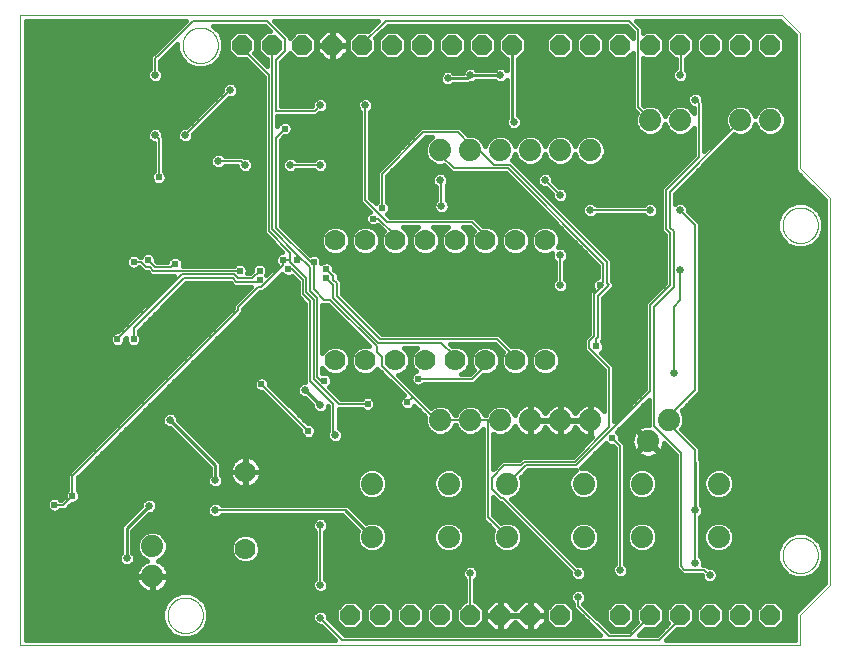
<source format=gtl>
G75*
%MOIN*%
%OFA0B0*%
%FSLAX25Y25*%
%IPPOS*%
%LPD*%
%AMOC8*
5,1,8,0,0,1.08239X$1,22.5*
%
%ADD10C,0.00000*%
%ADD11C,0.07000*%
%ADD12C,0.07400*%
%ADD13OC8,0.06600*%
%ADD14C,0.00600*%
%ADD15C,0.02400*%
%ADD16C,0.02578*%
%ADD17C,0.01000*%
%ADD18C,0.01600*%
D10*
X0005000Y0005000D02*
X0005000Y0215000D01*
X0259000Y0215000D01*
X0265000Y0209000D01*
X0265000Y0164000D01*
X0275000Y0154000D01*
X0275000Y0025000D01*
X0265000Y0015000D01*
X0265000Y0005000D01*
X0005000Y0005000D01*
X0054094Y0015000D02*
X0054096Y0015153D01*
X0054102Y0015307D01*
X0054112Y0015460D01*
X0054126Y0015612D01*
X0054144Y0015765D01*
X0054166Y0015916D01*
X0054191Y0016067D01*
X0054221Y0016218D01*
X0054255Y0016368D01*
X0054292Y0016516D01*
X0054333Y0016664D01*
X0054378Y0016810D01*
X0054427Y0016956D01*
X0054480Y0017100D01*
X0054536Y0017242D01*
X0054596Y0017383D01*
X0054660Y0017523D01*
X0054727Y0017661D01*
X0054798Y0017797D01*
X0054873Y0017931D01*
X0054950Y0018063D01*
X0055032Y0018193D01*
X0055116Y0018321D01*
X0055204Y0018447D01*
X0055295Y0018570D01*
X0055389Y0018691D01*
X0055487Y0018809D01*
X0055587Y0018925D01*
X0055691Y0019038D01*
X0055797Y0019149D01*
X0055906Y0019257D01*
X0056018Y0019362D01*
X0056132Y0019463D01*
X0056250Y0019562D01*
X0056369Y0019658D01*
X0056491Y0019751D01*
X0056616Y0019840D01*
X0056743Y0019927D01*
X0056872Y0020009D01*
X0057003Y0020089D01*
X0057136Y0020165D01*
X0057271Y0020238D01*
X0057408Y0020307D01*
X0057547Y0020372D01*
X0057687Y0020434D01*
X0057829Y0020492D01*
X0057972Y0020547D01*
X0058117Y0020598D01*
X0058263Y0020645D01*
X0058410Y0020688D01*
X0058558Y0020727D01*
X0058707Y0020763D01*
X0058857Y0020794D01*
X0059008Y0020822D01*
X0059159Y0020846D01*
X0059312Y0020866D01*
X0059464Y0020882D01*
X0059617Y0020894D01*
X0059770Y0020902D01*
X0059923Y0020906D01*
X0060077Y0020906D01*
X0060230Y0020902D01*
X0060383Y0020894D01*
X0060536Y0020882D01*
X0060688Y0020866D01*
X0060841Y0020846D01*
X0060992Y0020822D01*
X0061143Y0020794D01*
X0061293Y0020763D01*
X0061442Y0020727D01*
X0061590Y0020688D01*
X0061737Y0020645D01*
X0061883Y0020598D01*
X0062028Y0020547D01*
X0062171Y0020492D01*
X0062313Y0020434D01*
X0062453Y0020372D01*
X0062592Y0020307D01*
X0062729Y0020238D01*
X0062864Y0020165D01*
X0062997Y0020089D01*
X0063128Y0020009D01*
X0063257Y0019927D01*
X0063384Y0019840D01*
X0063509Y0019751D01*
X0063631Y0019658D01*
X0063750Y0019562D01*
X0063868Y0019463D01*
X0063982Y0019362D01*
X0064094Y0019257D01*
X0064203Y0019149D01*
X0064309Y0019038D01*
X0064413Y0018925D01*
X0064513Y0018809D01*
X0064611Y0018691D01*
X0064705Y0018570D01*
X0064796Y0018447D01*
X0064884Y0018321D01*
X0064968Y0018193D01*
X0065050Y0018063D01*
X0065127Y0017931D01*
X0065202Y0017797D01*
X0065273Y0017661D01*
X0065340Y0017523D01*
X0065404Y0017383D01*
X0065464Y0017242D01*
X0065520Y0017100D01*
X0065573Y0016956D01*
X0065622Y0016810D01*
X0065667Y0016664D01*
X0065708Y0016516D01*
X0065745Y0016368D01*
X0065779Y0016218D01*
X0065809Y0016067D01*
X0065834Y0015916D01*
X0065856Y0015765D01*
X0065874Y0015612D01*
X0065888Y0015460D01*
X0065898Y0015307D01*
X0065904Y0015153D01*
X0065906Y0015000D01*
X0065904Y0014847D01*
X0065898Y0014693D01*
X0065888Y0014540D01*
X0065874Y0014388D01*
X0065856Y0014235D01*
X0065834Y0014084D01*
X0065809Y0013933D01*
X0065779Y0013782D01*
X0065745Y0013632D01*
X0065708Y0013484D01*
X0065667Y0013336D01*
X0065622Y0013190D01*
X0065573Y0013044D01*
X0065520Y0012900D01*
X0065464Y0012758D01*
X0065404Y0012617D01*
X0065340Y0012477D01*
X0065273Y0012339D01*
X0065202Y0012203D01*
X0065127Y0012069D01*
X0065050Y0011937D01*
X0064968Y0011807D01*
X0064884Y0011679D01*
X0064796Y0011553D01*
X0064705Y0011430D01*
X0064611Y0011309D01*
X0064513Y0011191D01*
X0064413Y0011075D01*
X0064309Y0010962D01*
X0064203Y0010851D01*
X0064094Y0010743D01*
X0063982Y0010638D01*
X0063868Y0010537D01*
X0063750Y0010438D01*
X0063631Y0010342D01*
X0063509Y0010249D01*
X0063384Y0010160D01*
X0063257Y0010073D01*
X0063128Y0009991D01*
X0062997Y0009911D01*
X0062864Y0009835D01*
X0062729Y0009762D01*
X0062592Y0009693D01*
X0062453Y0009628D01*
X0062313Y0009566D01*
X0062171Y0009508D01*
X0062028Y0009453D01*
X0061883Y0009402D01*
X0061737Y0009355D01*
X0061590Y0009312D01*
X0061442Y0009273D01*
X0061293Y0009237D01*
X0061143Y0009206D01*
X0060992Y0009178D01*
X0060841Y0009154D01*
X0060688Y0009134D01*
X0060536Y0009118D01*
X0060383Y0009106D01*
X0060230Y0009098D01*
X0060077Y0009094D01*
X0059923Y0009094D01*
X0059770Y0009098D01*
X0059617Y0009106D01*
X0059464Y0009118D01*
X0059312Y0009134D01*
X0059159Y0009154D01*
X0059008Y0009178D01*
X0058857Y0009206D01*
X0058707Y0009237D01*
X0058558Y0009273D01*
X0058410Y0009312D01*
X0058263Y0009355D01*
X0058117Y0009402D01*
X0057972Y0009453D01*
X0057829Y0009508D01*
X0057687Y0009566D01*
X0057547Y0009628D01*
X0057408Y0009693D01*
X0057271Y0009762D01*
X0057136Y0009835D01*
X0057003Y0009911D01*
X0056872Y0009991D01*
X0056743Y0010073D01*
X0056616Y0010160D01*
X0056491Y0010249D01*
X0056369Y0010342D01*
X0056250Y0010438D01*
X0056132Y0010537D01*
X0056018Y0010638D01*
X0055906Y0010743D01*
X0055797Y0010851D01*
X0055691Y0010962D01*
X0055587Y0011075D01*
X0055487Y0011191D01*
X0055389Y0011309D01*
X0055295Y0011430D01*
X0055204Y0011553D01*
X0055116Y0011679D01*
X0055032Y0011807D01*
X0054950Y0011937D01*
X0054873Y0012069D01*
X0054798Y0012203D01*
X0054727Y0012339D01*
X0054660Y0012477D01*
X0054596Y0012617D01*
X0054536Y0012758D01*
X0054480Y0012900D01*
X0054427Y0013044D01*
X0054378Y0013190D01*
X0054333Y0013336D01*
X0054292Y0013484D01*
X0054255Y0013632D01*
X0054221Y0013782D01*
X0054191Y0013933D01*
X0054166Y0014084D01*
X0054144Y0014235D01*
X0054126Y0014388D01*
X0054112Y0014540D01*
X0054102Y0014693D01*
X0054096Y0014847D01*
X0054094Y0015000D01*
X0259094Y0035000D02*
X0259096Y0035153D01*
X0259102Y0035307D01*
X0259112Y0035460D01*
X0259126Y0035612D01*
X0259144Y0035765D01*
X0259166Y0035916D01*
X0259191Y0036067D01*
X0259221Y0036218D01*
X0259255Y0036368D01*
X0259292Y0036516D01*
X0259333Y0036664D01*
X0259378Y0036810D01*
X0259427Y0036956D01*
X0259480Y0037100D01*
X0259536Y0037242D01*
X0259596Y0037383D01*
X0259660Y0037523D01*
X0259727Y0037661D01*
X0259798Y0037797D01*
X0259873Y0037931D01*
X0259950Y0038063D01*
X0260032Y0038193D01*
X0260116Y0038321D01*
X0260204Y0038447D01*
X0260295Y0038570D01*
X0260389Y0038691D01*
X0260487Y0038809D01*
X0260587Y0038925D01*
X0260691Y0039038D01*
X0260797Y0039149D01*
X0260906Y0039257D01*
X0261018Y0039362D01*
X0261132Y0039463D01*
X0261250Y0039562D01*
X0261369Y0039658D01*
X0261491Y0039751D01*
X0261616Y0039840D01*
X0261743Y0039927D01*
X0261872Y0040009D01*
X0262003Y0040089D01*
X0262136Y0040165D01*
X0262271Y0040238D01*
X0262408Y0040307D01*
X0262547Y0040372D01*
X0262687Y0040434D01*
X0262829Y0040492D01*
X0262972Y0040547D01*
X0263117Y0040598D01*
X0263263Y0040645D01*
X0263410Y0040688D01*
X0263558Y0040727D01*
X0263707Y0040763D01*
X0263857Y0040794D01*
X0264008Y0040822D01*
X0264159Y0040846D01*
X0264312Y0040866D01*
X0264464Y0040882D01*
X0264617Y0040894D01*
X0264770Y0040902D01*
X0264923Y0040906D01*
X0265077Y0040906D01*
X0265230Y0040902D01*
X0265383Y0040894D01*
X0265536Y0040882D01*
X0265688Y0040866D01*
X0265841Y0040846D01*
X0265992Y0040822D01*
X0266143Y0040794D01*
X0266293Y0040763D01*
X0266442Y0040727D01*
X0266590Y0040688D01*
X0266737Y0040645D01*
X0266883Y0040598D01*
X0267028Y0040547D01*
X0267171Y0040492D01*
X0267313Y0040434D01*
X0267453Y0040372D01*
X0267592Y0040307D01*
X0267729Y0040238D01*
X0267864Y0040165D01*
X0267997Y0040089D01*
X0268128Y0040009D01*
X0268257Y0039927D01*
X0268384Y0039840D01*
X0268509Y0039751D01*
X0268631Y0039658D01*
X0268750Y0039562D01*
X0268868Y0039463D01*
X0268982Y0039362D01*
X0269094Y0039257D01*
X0269203Y0039149D01*
X0269309Y0039038D01*
X0269413Y0038925D01*
X0269513Y0038809D01*
X0269611Y0038691D01*
X0269705Y0038570D01*
X0269796Y0038447D01*
X0269884Y0038321D01*
X0269968Y0038193D01*
X0270050Y0038063D01*
X0270127Y0037931D01*
X0270202Y0037797D01*
X0270273Y0037661D01*
X0270340Y0037523D01*
X0270404Y0037383D01*
X0270464Y0037242D01*
X0270520Y0037100D01*
X0270573Y0036956D01*
X0270622Y0036810D01*
X0270667Y0036664D01*
X0270708Y0036516D01*
X0270745Y0036368D01*
X0270779Y0036218D01*
X0270809Y0036067D01*
X0270834Y0035916D01*
X0270856Y0035765D01*
X0270874Y0035612D01*
X0270888Y0035460D01*
X0270898Y0035307D01*
X0270904Y0035153D01*
X0270906Y0035000D01*
X0270904Y0034847D01*
X0270898Y0034693D01*
X0270888Y0034540D01*
X0270874Y0034388D01*
X0270856Y0034235D01*
X0270834Y0034084D01*
X0270809Y0033933D01*
X0270779Y0033782D01*
X0270745Y0033632D01*
X0270708Y0033484D01*
X0270667Y0033336D01*
X0270622Y0033190D01*
X0270573Y0033044D01*
X0270520Y0032900D01*
X0270464Y0032758D01*
X0270404Y0032617D01*
X0270340Y0032477D01*
X0270273Y0032339D01*
X0270202Y0032203D01*
X0270127Y0032069D01*
X0270050Y0031937D01*
X0269968Y0031807D01*
X0269884Y0031679D01*
X0269796Y0031553D01*
X0269705Y0031430D01*
X0269611Y0031309D01*
X0269513Y0031191D01*
X0269413Y0031075D01*
X0269309Y0030962D01*
X0269203Y0030851D01*
X0269094Y0030743D01*
X0268982Y0030638D01*
X0268868Y0030537D01*
X0268750Y0030438D01*
X0268631Y0030342D01*
X0268509Y0030249D01*
X0268384Y0030160D01*
X0268257Y0030073D01*
X0268128Y0029991D01*
X0267997Y0029911D01*
X0267864Y0029835D01*
X0267729Y0029762D01*
X0267592Y0029693D01*
X0267453Y0029628D01*
X0267313Y0029566D01*
X0267171Y0029508D01*
X0267028Y0029453D01*
X0266883Y0029402D01*
X0266737Y0029355D01*
X0266590Y0029312D01*
X0266442Y0029273D01*
X0266293Y0029237D01*
X0266143Y0029206D01*
X0265992Y0029178D01*
X0265841Y0029154D01*
X0265688Y0029134D01*
X0265536Y0029118D01*
X0265383Y0029106D01*
X0265230Y0029098D01*
X0265077Y0029094D01*
X0264923Y0029094D01*
X0264770Y0029098D01*
X0264617Y0029106D01*
X0264464Y0029118D01*
X0264312Y0029134D01*
X0264159Y0029154D01*
X0264008Y0029178D01*
X0263857Y0029206D01*
X0263707Y0029237D01*
X0263558Y0029273D01*
X0263410Y0029312D01*
X0263263Y0029355D01*
X0263117Y0029402D01*
X0262972Y0029453D01*
X0262829Y0029508D01*
X0262687Y0029566D01*
X0262547Y0029628D01*
X0262408Y0029693D01*
X0262271Y0029762D01*
X0262136Y0029835D01*
X0262003Y0029911D01*
X0261872Y0029991D01*
X0261743Y0030073D01*
X0261616Y0030160D01*
X0261491Y0030249D01*
X0261369Y0030342D01*
X0261250Y0030438D01*
X0261132Y0030537D01*
X0261018Y0030638D01*
X0260906Y0030743D01*
X0260797Y0030851D01*
X0260691Y0030962D01*
X0260587Y0031075D01*
X0260487Y0031191D01*
X0260389Y0031309D01*
X0260295Y0031430D01*
X0260204Y0031553D01*
X0260116Y0031679D01*
X0260032Y0031807D01*
X0259950Y0031937D01*
X0259873Y0032069D01*
X0259798Y0032203D01*
X0259727Y0032339D01*
X0259660Y0032477D01*
X0259596Y0032617D01*
X0259536Y0032758D01*
X0259480Y0032900D01*
X0259427Y0033044D01*
X0259378Y0033190D01*
X0259333Y0033336D01*
X0259292Y0033484D01*
X0259255Y0033632D01*
X0259221Y0033782D01*
X0259191Y0033933D01*
X0259166Y0034084D01*
X0259144Y0034235D01*
X0259126Y0034388D01*
X0259112Y0034540D01*
X0259102Y0034693D01*
X0259096Y0034847D01*
X0259094Y0035000D01*
X0259094Y0145000D02*
X0259096Y0145153D01*
X0259102Y0145307D01*
X0259112Y0145460D01*
X0259126Y0145612D01*
X0259144Y0145765D01*
X0259166Y0145916D01*
X0259191Y0146067D01*
X0259221Y0146218D01*
X0259255Y0146368D01*
X0259292Y0146516D01*
X0259333Y0146664D01*
X0259378Y0146810D01*
X0259427Y0146956D01*
X0259480Y0147100D01*
X0259536Y0147242D01*
X0259596Y0147383D01*
X0259660Y0147523D01*
X0259727Y0147661D01*
X0259798Y0147797D01*
X0259873Y0147931D01*
X0259950Y0148063D01*
X0260032Y0148193D01*
X0260116Y0148321D01*
X0260204Y0148447D01*
X0260295Y0148570D01*
X0260389Y0148691D01*
X0260487Y0148809D01*
X0260587Y0148925D01*
X0260691Y0149038D01*
X0260797Y0149149D01*
X0260906Y0149257D01*
X0261018Y0149362D01*
X0261132Y0149463D01*
X0261250Y0149562D01*
X0261369Y0149658D01*
X0261491Y0149751D01*
X0261616Y0149840D01*
X0261743Y0149927D01*
X0261872Y0150009D01*
X0262003Y0150089D01*
X0262136Y0150165D01*
X0262271Y0150238D01*
X0262408Y0150307D01*
X0262547Y0150372D01*
X0262687Y0150434D01*
X0262829Y0150492D01*
X0262972Y0150547D01*
X0263117Y0150598D01*
X0263263Y0150645D01*
X0263410Y0150688D01*
X0263558Y0150727D01*
X0263707Y0150763D01*
X0263857Y0150794D01*
X0264008Y0150822D01*
X0264159Y0150846D01*
X0264312Y0150866D01*
X0264464Y0150882D01*
X0264617Y0150894D01*
X0264770Y0150902D01*
X0264923Y0150906D01*
X0265077Y0150906D01*
X0265230Y0150902D01*
X0265383Y0150894D01*
X0265536Y0150882D01*
X0265688Y0150866D01*
X0265841Y0150846D01*
X0265992Y0150822D01*
X0266143Y0150794D01*
X0266293Y0150763D01*
X0266442Y0150727D01*
X0266590Y0150688D01*
X0266737Y0150645D01*
X0266883Y0150598D01*
X0267028Y0150547D01*
X0267171Y0150492D01*
X0267313Y0150434D01*
X0267453Y0150372D01*
X0267592Y0150307D01*
X0267729Y0150238D01*
X0267864Y0150165D01*
X0267997Y0150089D01*
X0268128Y0150009D01*
X0268257Y0149927D01*
X0268384Y0149840D01*
X0268509Y0149751D01*
X0268631Y0149658D01*
X0268750Y0149562D01*
X0268868Y0149463D01*
X0268982Y0149362D01*
X0269094Y0149257D01*
X0269203Y0149149D01*
X0269309Y0149038D01*
X0269413Y0148925D01*
X0269513Y0148809D01*
X0269611Y0148691D01*
X0269705Y0148570D01*
X0269796Y0148447D01*
X0269884Y0148321D01*
X0269968Y0148193D01*
X0270050Y0148063D01*
X0270127Y0147931D01*
X0270202Y0147797D01*
X0270273Y0147661D01*
X0270340Y0147523D01*
X0270404Y0147383D01*
X0270464Y0147242D01*
X0270520Y0147100D01*
X0270573Y0146956D01*
X0270622Y0146810D01*
X0270667Y0146664D01*
X0270708Y0146516D01*
X0270745Y0146368D01*
X0270779Y0146218D01*
X0270809Y0146067D01*
X0270834Y0145916D01*
X0270856Y0145765D01*
X0270874Y0145612D01*
X0270888Y0145460D01*
X0270898Y0145307D01*
X0270904Y0145153D01*
X0270906Y0145000D01*
X0270904Y0144847D01*
X0270898Y0144693D01*
X0270888Y0144540D01*
X0270874Y0144388D01*
X0270856Y0144235D01*
X0270834Y0144084D01*
X0270809Y0143933D01*
X0270779Y0143782D01*
X0270745Y0143632D01*
X0270708Y0143484D01*
X0270667Y0143336D01*
X0270622Y0143190D01*
X0270573Y0143044D01*
X0270520Y0142900D01*
X0270464Y0142758D01*
X0270404Y0142617D01*
X0270340Y0142477D01*
X0270273Y0142339D01*
X0270202Y0142203D01*
X0270127Y0142069D01*
X0270050Y0141937D01*
X0269968Y0141807D01*
X0269884Y0141679D01*
X0269796Y0141553D01*
X0269705Y0141430D01*
X0269611Y0141309D01*
X0269513Y0141191D01*
X0269413Y0141075D01*
X0269309Y0140962D01*
X0269203Y0140851D01*
X0269094Y0140743D01*
X0268982Y0140638D01*
X0268868Y0140537D01*
X0268750Y0140438D01*
X0268631Y0140342D01*
X0268509Y0140249D01*
X0268384Y0140160D01*
X0268257Y0140073D01*
X0268128Y0139991D01*
X0267997Y0139911D01*
X0267864Y0139835D01*
X0267729Y0139762D01*
X0267592Y0139693D01*
X0267453Y0139628D01*
X0267313Y0139566D01*
X0267171Y0139508D01*
X0267028Y0139453D01*
X0266883Y0139402D01*
X0266737Y0139355D01*
X0266590Y0139312D01*
X0266442Y0139273D01*
X0266293Y0139237D01*
X0266143Y0139206D01*
X0265992Y0139178D01*
X0265841Y0139154D01*
X0265688Y0139134D01*
X0265536Y0139118D01*
X0265383Y0139106D01*
X0265230Y0139098D01*
X0265077Y0139094D01*
X0264923Y0139094D01*
X0264770Y0139098D01*
X0264617Y0139106D01*
X0264464Y0139118D01*
X0264312Y0139134D01*
X0264159Y0139154D01*
X0264008Y0139178D01*
X0263857Y0139206D01*
X0263707Y0139237D01*
X0263558Y0139273D01*
X0263410Y0139312D01*
X0263263Y0139355D01*
X0263117Y0139402D01*
X0262972Y0139453D01*
X0262829Y0139508D01*
X0262687Y0139566D01*
X0262547Y0139628D01*
X0262408Y0139693D01*
X0262271Y0139762D01*
X0262136Y0139835D01*
X0262003Y0139911D01*
X0261872Y0139991D01*
X0261743Y0140073D01*
X0261616Y0140160D01*
X0261491Y0140249D01*
X0261369Y0140342D01*
X0261250Y0140438D01*
X0261132Y0140537D01*
X0261018Y0140638D01*
X0260906Y0140743D01*
X0260797Y0140851D01*
X0260691Y0140962D01*
X0260587Y0141075D01*
X0260487Y0141191D01*
X0260389Y0141309D01*
X0260295Y0141430D01*
X0260204Y0141553D01*
X0260116Y0141679D01*
X0260032Y0141807D01*
X0259950Y0141937D01*
X0259873Y0142069D01*
X0259798Y0142203D01*
X0259727Y0142339D01*
X0259660Y0142477D01*
X0259596Y0142617D01*
X0259536Y0142758D01*
X0259480Y0142900D01*
X0259427Y0143044D01*
X0259378Y0143190D01*
X0259333Y0143336D01*
X0259292Y0143484D01*
X0259255Y0143632D01*
X0259221Y0143782D01*
X0259191Y0143933D01*
X0259166Y0144084D01*
X0259144Y0144235D01*
X0259126Y0144388D01*
X0259112Y0144540D01*
X0259102Y0144693D01*
X0259096Y0144847D01*
X0259094Y0145000D01*
X0059094Y0205000D02*
X0059096Y0205153D01*
X0059102Y0205307D01*
X0059112Y0205460D01*
X0059126Y0205612D01*
X0059144Y0205765D01*
X0059166Y0205916D01*
X0059191Y0206067D01*
X0059221Y0206218D01*
X0059255Y0206368D01*
X0059292Y0206516D01*
X0059333Y0206664D01*
X0059378Y0206810D01*
X0059427Y0206956D01*
X0059480Y0207100D01*
X0059536Y0207242D01*
X0059596Y0207383D01*
X0059660Y0207523D01*
X0059727Y0207661D01*
X0059798Y0207797D01*
X0059873Y0207931D01*
X0059950Y0208063D01*
X0060032Y0208193D01*
X0060116Y0208321D01*
X0060204Y0208447D01*
X0060295Y0208570D01*
X0060389Y0208691D01*
X0060487Y0208809D01*
X0060587Y0208925D01*
X0060691Y0209038D01*
X0060797Y0209149D01*
X0060906Y0209257D01*
X0061018Y0209362D01*
X0061132Y0209463D01*
X0061250Y0209562D01*
X0061369Y0209658D01*
X0061491Y0209751D01*
X0061616Y0209840D01*
X0061743Y0209927D01*
X0061872Y0210009D01*
X0062003Y0210089D01*
X0062136Y0210165D01*
X0062271Y0210238D01*
X0062408Y0210307D01*
X0062547Y0210372D01*
X0062687Y0210434D01*
X0062829Y0210492D01*
X0062972Y0210547D01*
X0063117Y0210598D01*
X0063263Y0210645D01*
X0063410Y0210688D01*
X0063558Y0210727D01*
X0063707Y0210763D01*
X0063857Y0210794D01*
X0064008Y0210822D01*
X0064159Y0210846D01*
X0064312Y0210866D01*
X0064464Y0210882D01*
X0064617Y0210894D01*
X0064770Y0210902D01*
X0064923Y0210906D01*
X0065077Y0210906D01*
X0065230Y0210902D01*
X0065383Y0210894D01*
X0065536Y0210882D01*
X0065688Y0210866D01*
X0065841Y0210846D01*
X0065992Y0210822D01*
X0066143Y0210794D01*
X0066293Y0210763D01*
X0066442Y0210727D01*
X0066590Y0210688D01*
X0066737Y0210645D01*
X0066883Y0210598D01*
X0067028Y0210547D01*
X0067171Y0210492D01*
X0067313Y0210434D01*
X0067453Y0210372D01*
X0067592Y0210307D01*
X0067729Y0210238D01*
X0067864Y0210165D01*
X0067997Y0210089D01*
X0068128Y0210009D01*
X0068257Y0209927D01*
X0068384Y0209840D01*
X0068509Y0209751D01*
X0068631Y0209658D01*
X0068750Y0209562D01*
X0068868Y0209463D01*
X0068982Y0209362D01*
X0069094Y0209257D01*
X0069203Y0209149D01*
X0069309Y0209038D01*
X0069413Y0208925D01*
X0069513Y0208809D01*
X0069611Y0208691D01*
X0069705Y0208570D01*
X0069796Y0208447D01*
X0069884Y0208321D01*
X0069968Y0208193D01*
X0070050Y0208063D01*
X0070127Y0207931D01*
X0070202Y0207797D01*
X0070273Y0207661D01*
X0070340Y0207523D01*
X0070404Y0207383D01*
X0070464Y0207242D01*
X0070520Y0207100D01*
X0070573Y0206956D01*
X0070622Y0206810D01*
X0070667Y0206664D01*
X0070708Y0206516D01*
X0070745Y0206368D01*
X0070779Y0206218D01*
X0070809Y0206067D01*
X0070834Y0205916D01*
X0070856Y0205765D01*
X0070874Y0205612D01*
X0070888Y0205460D01*
X0070898Y0205307D01*
X0070904Y0205153D01*
X0070906Y0205000D01*
X0070904Y0204847D01*
X0070898Y0204693D01*
X0070888Y0204540D01*
X0070874Y0204388D01*
X0070856Y0204235D01*
X0070834Y0204084D01*
X0070809Y0203933D01*
X0070779Y0203782D01*
X0070745Y0203632D01*
X0070708Y0203484D01*
X0070667Y0203336D01*
X0070622Y0203190D01*
X0070573Y0203044D01*
X0070520Y0202900D01*
X0070464Y0202758D01*
X0070404Y0202617D01*
X0070340Y0202477D01*
X0070273Y0202339D01*
X0070202Y0202203D01*
X0070127Y0202069D01*
X0070050Y0201937D01*
X0069968Y0201807D01*
X0069884Y0201679D01*
X0069796Y0201553D01*
X0069705Y0201430D01*
X0069611Y0201309D01*
X0069513Y0201191D01*
X0069413Y0201075D01*
X0069309Y0200962D01*
X0069203Y0200851D01*
X0069094Y0200743D01*
X0068982Y0200638D01*
X0068868Y0200537D01*
X0068750Y0200438D01*
X0068631Y0200342D01*
X0068509Y0200249D01*
X0068384Y0200160D01*
X0068257Y0200073D01*
X0068128Y0199991D01*
X0067997Y0199911D01*
X0067864Y0199835D01*
X0067729Y0199762D01*
X0067592Y0199693D01*
X0067453Y0199628D01*
X0067313Y0199566D01*
X0067171Y0199508D01*
X0067028Y0199453D01*
X0066883Y0199402D01*
X0066737Y0199355D01*
X0066590Y0199312D01*
X0066442Y0199273D01*
X0066293Y0199237D01*
X0066143Y0199206D01*
X0065992Y0199178D01*
X0065841Y0199154D01*
X0065688Y0199134D01*
X0065536Y0199118D01*
X0065383Y0199106D01*
X0065230Y0199098D01*
X0065077Y0199094D01*
X0064923Y0199094D01*
X0064770Y0199098D01*
X0064617Y0199106D01*
X0064464Y0199118D01*
X0064312Y0199134D01*
X0064159Y0199154D01*
X0064008Y0199178D01*
X0063857Y0199206D01*
X0063707Y0199237D01*
X0063558Y0199273D01*
X0063410Y0199312D01*
X0063263Y0199355D01*
X0063117Y0199402D01*
X0062972Y0199453D01*
X0062829Y0199508D01*
X0062687Y0199566D01*
X0062547Y0199628D01*
X0062408Y0199693D01*
X0062271Y0199762D01*
X0062136Y0199835D01*
X0062003Y0199911D01*
X0061872Y0199991D01*
X0061743Y0200073D01*
X0061616Y0200160D01*
X0061491Y0200249D01*
X0061369Y0200342D01*
X0061250Y0200438D01*
X0061132Y0200537D01*
X0061018Y0200638D01*
X0060906Y0200743D01*
X0060797Y0200851D01*
X0060691Y0200962D01*
X0060587Y0201075D01*
X0060487Y0201191D01*
X0060389Y0201309D01*
X0060295Y0201430D01*
X0060204Y0201553D01*
X0060116Y0201679D01*
X0060032Y0201807D01*
X0059950Y0201937D01*
X0059873Y0202069D01*
X0059798Y0202203D01*
X0059727Y0202339D01*
X0059660Y0202477D01*
X0059596Y0202617D01*
X0059536Y0202758D01*
X0059480Y0202900D01*
X0059427Y0203044D01*
X0059378Y0203190D01*
X0059333Y0203336D01*
X0059292Y0203484D01*
X0059255Y0203632D01*
X0059221Y0203782D01*
X0059191Y0203933D01*
X0059166Y0204084D01*
X0059144Y0204235D01*
X0059126Y0204388D01*
X0059112Y0204540D01*
X0059102Y0204693D01*
X0059096Y0204847D01*
X0059094Y0205000D01*
D11*
X0110000Y0140000D03*
X0120000Y0140000D03*
X0130000Y0140000D03*
X0140000Y0140000D03*
X0150000Y0140000D03*
X0160000Y0140000D03*
X0170000Y0140000D03*
X0180000Y0140000D03*
X0180000Y0100000D03*
X0170000Y0100000D03*
X0160000Y0100000D03*
X0150000Y0100000D03*
X0140000Y0100000D03*
X0130000Y0100000D03*
X0120000Y0100000D03*
X0110000Y0100000D03*
X0080000Y0062795D03*
X0080000Y0037205D03*
D12*
X0049000Y0038000D03*
X0049000Y0028000D03*
X0122200Y0041100D03*
X0122200Y0058900D03*
X0147800Y0058900D03*
X0167200Y0058900D03*
X0167200Y0041100D03*
X0147800Y0041100D03*
X0192800Y0041100D03*
X0212200Y0041100D03*
X0212200Y0058900D03*
X0214232Y0073061D03*
X0221303Y0080132D03*
X0195000Y0080000D03*
X0185000Y0080000D03*
X0175000Y0080000D03*
X0165000Y0080000D03*
X0155000Y0080000D03*
X0145000Y0080000D03*
X0192800Y0058900D03*
X0237800Y0058900D03*
X0237800Y0041100D03*
X0195000Y0170000D03*
X0185000Y0170000D03*
X0175000Y0170000D03*
X0165000Y0170000D03*
X0155000Y0170000D03*
X0145000Y0170000D03*
X0215000Y0180000D03*
X0225000Y0180000D03*
X0245000Y0180000D03*
X0255000Y0180000D03*
D13*
X0255000Y0205000D03*
X0245000Y0205000D03*
X0235000Y0205000D03*
X0225000Y0205000D03*
X0215000Y0205000D03*
X0205000Y0205000D03*
X0195000Y0205000D03*
X0185000Y0205000D03*
X0169000Y0205000D03*
X0159000Y0205000D03*
X0149000Y0205000D03*
X0139000Y0205000D03*
X0129000Y0205000D03*
X0119000Y0205000D03*
X0109000Y0205000D03*
X0099000Y0205000D03*
X0089000Y0205000D03*
X0079000Y0205000D03*
X0115000Y0015000D03*
X0125000Y0015000D03*
X0135000Y0015000D03*
X0145000Y0015000D03*
X0155000Y0015000D03*
X0165000Y0015000D03*
X0175000Y0015000D03*
X0185000Y0015000D03*
X0205000Y0015000D03*
X0215000Y0015000D03*
X0225000Y0015000D03*
X0235000Y0015000D03*
X0245000Y0015000D03*
X0255000Y0015000D03*
D14*
X0235000Y0015000D02*
X0234800Y0015200D01*
X0225000Y0015000D02*
X0224600Y0014600D01*
X0224600Y0013400D01*
X0218000Y0006800D01*
X0112400Y0006800D01*
X0105000Y0014200D01*
X0105000Y0025000D02*
X0105000Y0045000D01*
X0113300Y0050000D02*
X0070000Y0050000D01*
X0101000Y0076400D02*
X0085400Y0092000D01*
X0101600Y0093200D02*
X0109400Y0085400D01*
X0109400Y0075600D01*
X0110000Y0075000D01*
X0111200Y0085400D02*
X0102800Y0093800D01*
X0102800Y0120200D01*
X0100400Y0122600D01*
X0100400Y0127400D01*
X0095000Y0132800D01*
X0095000Y0133400D01*
X0092600Y0133400D01*
X0092600Y0131600D01*
X0085400Y0124400D01*
X0084200Y0124400D01*
X0077600Y0117800D01*
X0077600Y0116600D01*
X0022400Y0061400D01*
X0022400Y0054800D01*
X0019400Y0051800D01*
X0016400Y0051800D01*
X0037400Y0107000D02*
X0059000Y0128600D01*
X0076400Y0128600D01*
X0077600Y0127400D01*
X0082400Y0127400D01*
X0084800Y0129800D01*
X0084800Y0126800D02*
X0084200Y0126200D01*
X0077000Y0126200D01*
X0075800Y0127400D01*
X0059600Y0127400D01*
X0042800Y0110600D01*
X0042800Y0107000D01*
X0049400Y0129800D02*
X0078200Y0129800D01*
X0094400Y0130400D02*
X0095600Y0130400D01*
X0099200Y0126800D01*
X0099200Y0122000D01*
X0101600Y0119600D01*
X0101600Y0093200D01*
X0104000Y0094400D02*
X0104000Y0120800D01*
X0101600Y0123200D01*
X0101600Y0131000D01*
X0097400Y0135200D01*
X0097400Y0133400D01*
X0097400Y0135200D02*
X0089000Y0143600D01*
X0089000Y0205000D01*
X0093200Y0203000D02*
X0090200Y0200000D01*
X0090200Y0183200D01*
X0103200Y0183200D01*
X0105000Y0185000D01*
X0093200Y0177200D02*
X0090200Y0174200D01*
X0090200Y0144200D01*
X0102800Y0131600D01*
X0102800Y0132800D01*
X0102800Y0131600D02*
X0102800Y0123800D01*
X0106400Y0120200D01*
X0108200Y0120200D01*
X0123800Y0104600D01*
X0123800Y0102800D01*
X0125600Y0101000D01*
X0125600Y0098000D01*
X0135800Y0087800D01*
X0134000Y0086000D01*
X0135800Y0087800D02*
X0143600Y0080000D01*
X0145000Y0080000D01*
X0155000Y0080000D01*
X0161000Y0080000D01*
X0161000Y0047600D01*
X0167000Y0041600D01*
X0167200Y0041100D01*
X0155000Y0029000D02*
X0155000Y0015000D01*
X0191000Y0018200D02*
X0191000Y0021000D01*
X0191000Y0018200D02*
X0201200Y0008000D01*
X0208400Y0008000D01*
X0215000Y0014600D01*
X0215000Y0015000D01*
X0205000Y0030000D02*
X0205000Y0071400D01*
X0202400Y0074000D01*
X0201200Y0077600D02*
X0201200Y0097400D01*
X0194600Y0104000D01*
X0194600Y0106400D01*
X0196400Y0108200D01*
X0196400Y0122000D01*
X0199400Y0125000D01*
X0198800Y0125600D01*
X0198200Y0125000D01*
X0198800Y0125600D02*
X0199400Y0126200D01*
X0199400Y0132200D01*
X0167600Y0164000D01*
X0149600Y0164000D01*
X0145400Y0168200D01*
X0145400Y0170000D01*
X0145000Y0170000D01*
X0139400Y0176000D02*
X0150800Y0176000D01*
X0155000Y0171800D01*
X0155000Y0170000D01*
X0158000Y0170000D01*
X0162800Y0165200D01*
X0168200Y0165200D01*
X0200600Y0132800D01*
X0200600Y0125600D01*
X0201200Y0125000D01*
X0197600Y0121400D01*
X0197600Y0107600D01*
X0197000Y0107000D01*
X0197000Y0104600D01*
X0215000Y0118400D02*
X0215000Y0089600D01*
X0190400Y0065000D01*
X0173600Y0065000D01*
X0167600Y0059000D01*
X0167200Y0058900D01*
X0165800Y0054200D02*
X0165200Y0054200D01*
X0162200Y0057200D01*
X0162200Y0060800D01*
X0166400Y0065000D01*
X0171800Y0065000D01*
X0173000Y0066200D01*
X0189800Y0066200D01*
X0201200Y0077600D01*
X0216200Y0078200D02*
X0216200Y0117800D01*
X0222800Y0124400D01*
X0222800Y0143000D01*
X0221600Y0144200D01*
X0221600Y0156200D01*
X0245000Y0179600D01*
X0245000Y0180000D01*
X0231200Y0185600D02*
X0230000Y0186800D01*
X0231200Y0185600D02*
X0231200Y0167600D01*
X0220400Y0156800D01*
X0220400Y0143600D01*
X0221600Y0142400D01*
X0221600Y0125000D01*
X0215000Y0118400D01*
X0222800Y0117800D02*
X0225000Y0120000D01*
X0225000Y0130000D01*
X0222800Y0117800D02*
X0222800Y0095600D01*
X0230000Y0090000D02*
X0230000Y0145000D01*
X0225000Y0150000D01*
X0215000Y0150000D02*
X0195000Y0150000D01*
X0185000Y0155000D02*
X0180000Y0160000D01*
X0159800Y0141800D02*
X0159800Y0140000D01*
X0160000Y0140000D01*
X0159800Y0141800D02*
X0155600Y0146000D01*
X0127400Y0146000D01*
X0120000Y0153400D01*
X0120000Y0185000D01*
X0139400Y0176000D02*
X0125600Y0162200D01*
X0125600Y0150800D01*
X0124400Y0147200D02*
X0129800Y0141800D01*
X0129800Y0140000D01*
X0130000Y0140000D01*
X0124400Y0147200D02*
X0122600Y0147200D01*
X0107000Y0130400D02*
X0109400Y0128000D01*
X0109400Y0126800D01*
X0110600Y0125600D01*
X0110600Y0121400D01*
X0125000Y0107000D01*
X0164000Y0107000D01*
X0170000Y0101000D01*
X0170000Y0100000D01*
X0160000Y0100000D02*
X0159800Y0099800D01*
X0159800Y0098000D01*
X0155600Y0093800D01*
X0137600Y0093800D01*
X0149600Y0100400D02*
X0150000Y0100000D01*
X0149600Y0100400D02*
X0149600Y0101600D01*
X0145400Y0105800D01*
X0124400Y0105800D01*
X0109400Y0120800D01*
X0109400Y0125000D01*
X0107000Y0127400D01*
X0095000Y0133400D02*
X0095000Y0135800D01*
X0087800Y0143000D01*
X0087800Y0195200D01*
X0079400Y0203600D01*
X0079400Y0204800D01*
X0079000Y0205000D01*
X0087200Y0213200D02*
X0093200Y0207200D01*
X0093200Y0203000D01*
X0087200Y0213200D02*
X0062600Y0213200D01*
X0052200Y0202800D01*
X0051200Y0201800D01*
X0050000Y0200600D01*
X0050000Y0195000D01*
X0050000Y0175000D02*
X0051200Y0173800D01*
X0051200Y0161000D01*
X0060000Y0175000D02*
X0075000Y0190000D01*
X0078600Y0166400D02*
X0071000Y0166400D01*
X0078600Y0166400D02*
X0080000Y0165000D01*
X0095000Y0165000D02*
X0105000Y0165000D01*
X0145000Y0160000D02*
X0145400Y0159600D01*
X0145400Y0151400D01*
X0185000Y0135000D02*
X0185000Y0125000D01*
X0221303Y0081303D02*
X0230000Y0090000D01*
X0221303Y0081303D02*
X0221303Y0080132D01*
X0221600Y0080000D01*
X0221600Y0078400D01*
X0230000Y0070000D01*
X0230000Y0066200D01*
X0225200Y0069200D02*
X0216200Y0078200D01*
X0225200Y0069200D02*
X0225200Y0031400D01*
X0226400Y0030200D01*
X0233000Y0030200D01*
X0234800Y0028400D01*
X0230000Y0032500D02*
X0230000Y0050000D01*
X0191000Y0029000D02*
X0165800Y0054200D01*
X0165000Y0080000D02*
X0161000Y0080000D01*
X0120800Y0085400D02*
X0111200Y0085400D01*
X0106400Y0093200D02*
X0105200Y0093200D01*
X0104000Y0094400D01*
X0056600Y0132200D02*
X0055400Y0131000D01*
X0050000Y0131000D01*
X0047600Y0133400D01*
X0048200Y0131000D02*
X0047000Y0131000D01*
X0045200Y0132800D01*
X0042800Y0132800D01*
X0048200Y0131000D02*
X0049400Y0129800D01*
X0119000Y0205000D02*
X0119000Y0205400D01*
X0126800Y0213200D01*
X0207800Y0213200D01*
X0210800Y0210200D01*
X0210800Y0184400D01*
X0215000Y0180200D01*
X0215000Y0180000D01*
X0225000Y0195000D02*
X0225200Y0195200D01*
X0225200Y0204800D01*
X0225000Y0205000D01*
X0200000Y0200000D02*
X0199000Y0199000D01*
X0199000Y0195000D01*
X0189000Y0196500D02*
X0187000Y0194500D01*
X0187000Y0194000D01*
X0175000Y0195000D02*
X0175000Y0200000D01*
D15*
X0125600Y0150800D03*
X0122600Y0147200D03*
X0107000Y0130400D03*
X0102800Y0132800D03*
X0097400Y0133400D03*
X0094400Y0130400D03*
X0092600Y0133400D03*
X0084800Y0129800D03*
X0084800Y0126800D03*
X0078200Y0129800D03*
X0056600Y0132200D03*
X0047600Y0133400D03*
X0042800Y0132800D03*
X0042800Y0107000D03*
X0037400Y0107000D03*
X0085400Y0092000D03*
X0101000Y0076400D03*
X0106400Y0093200D03*
X0120800Y0085400D03*
X0134000Y0086000D03*
X0137600Y0093800D03*
X0107000Y0127400D03*
X0051200Y0161000D03*
X0093200Y0177200D03*
X0198200Y0125000D03*
X0197000Y0104600D03*
X0202400Y0074000D03*
X0022400Y0054800D03*
X0016400Y0051800D03*
D16*
X0032500Y0057500D03*
X0048000Y0051500D03*
X0040500Y0034000D03*
X0035000Y0020000D03*
X0070000Y0050000D03*
X0070000Y0060000D03*
X0055000Y0080000D03*
X0100000Y0085000D03*
X0105000Y0085000D03*
X0100000Y0090000D03*
X0110000Y0075000D03*
X0105000Y0045000D03*
X0105000Y0025000D03*
X0105000Y0014200D03*
X0155000Y0029000D03*
X0191000Y0029000D03*
X0191000Y0021000D03*
X0205000Y0030000D03*
X0230000Y0032500D03*
X0234800Y0028400D03*
X0230000Y0050000D03*
X0222800Y0095600D03*
X0185000Y0125000D03*
X0185000Y0135000D03*
X0195000Y0150000D03*
X0185000Y0155000D03*
X0180000Y0160000D03*
X0169500Y0179500D03*
X0165000Y0195000D03*
X0155000Y0195000D03*
X0147500Y0194000D03*
X0175000Y0195000D03*
X0187000Y0194000D03*
X0199000Y0195000D03*
X0225000Y0195000D03*
X0230000Y0186800D03*
X0210000Y0160000D03*
X0215000Y0150000D03*
X0225000Y0150000D03*
X0225000Y0130000D03*
X0145400Y0151400D03*
X0145000Y0160000D03*
X0120000Y0185000D03*
X0105000Y0185000D03*
X0105000Y0165000D03*
X0095000Y0165000D03*
X0080000Y0165000D03*
X0071000Y0166400D03*
X0060000Y0175000D03*
X0050000Y0175000D03*
X0050000Y0195000D03*
X0075000Y0190000D03*
D17*
X0147500Y0194000D02*
X0154000Y0194000D01*
X0155000Y0195000D01*
X0165000Y0195000D01*
X0169000Y0205000D02*
X0169000Y0180000D01*
X0169500Y0179500D01*
X0210000Y0160000D02*
X0215000Y0160000D01*
X0105000Y0085000D02*
X0100000Y0090000D01*
X0100000Y0085000D02*
X0097500Y0085000D01*
X0096500Y0086000D01*
X0070000Y0065000D02*
X0055000Y0080000D01*
X0070000Y0065000D02*
X0070000Y0060000D01*
X0048000Y0051500D02*
X0040500Y0044000D01*
X0040500Y0034000D01*
X0040000Y0020000D02*
X0035000Y0020000D01*
X0032500Y0057500D02*
X0035000Y0060000D01*
X0113300Y0050000D02*
X0122200Y0041100D01*
X0230000Y0050000D02*
X0230000Y0066200D01*
D18*
X0231900Y0065743D02*
X0273200Y0065743D01*
X0273200Y0064145D02*
X0231900Y0064145D01*
X0231900Y0062546D02*
X0234234Y0062546D01*
X0234911Y0063224D02*
X0233476Y0061789D01*
X0232700Y0059914D01*
X0232700Y0057886D01*
X0233476Y0056011D01*
X0234911Y0054576D01*
X0236786Y0053800D01*
X0238814Y0053800D01*
X0240689Y0054576D01*
X0242124Y0056011D01*
X0242900Y0057886D01*
X0242900Y0059914D01*
X0242124Y0061789D01*
X0240689Y0063224D01*
X0238814Y0064000D01*
X0236786Y0064000D01*
X0234911Y0063224D01*
X0233128Y0060948D02*
X0231900Y0060948D01*
X0231900Y0059349D02*
X0232700Y0059349D01*
X0232756Y0057751D02*
X0231900Y0057751D01*
X0231900Y0056152D02*
X0233418Y0056152D01*
X0231900Y0054554D02*
X0234966Y0054554D01*
X0231900Y0052955D02*
X0273200Y0052955D01*
X0273200Y0051357D02*
X0232348Y0051357D01*
X0232280Y0051523D02*
X0231900Y0051903D01*
X0231900Y0066987D01*
X0231700Y0067187D01*
X0231700Y0070704D01*
X0230704Y0071700D01*
X0225394Y0077010D01*
X0225627Y0077243D01*
X0226403Y0079117D01*
X0226403Y0081146D01*
X0225627Y0083021D01*
X0225526Y0083122D01*
X0230704Y0088300D01*
X0231700Y0089296D01*
X0231700Y0145704D01*
X0230704Y0146700D01*
X0227689Y0149715D01*
X0227689Y0150535D01*
X0227280Y0151523D01*
X0226523Y0152280D01*
X0225535Y0152689D01*
X0224465Y0152689D01*
X0223477Y0152280D01*
X0223300Y0152103D01*
X0223300Y0155496D01*
X0243079Y0175275D01*
X0243986Y0174900D01*
X0246014Y0174900D01*
X0247889Y0175676D01*
X0249324Y0177111D01*
X0250000Y0178744D01*
X0250676Y0177111D01*
X0252111Y0175676D01*
X0253986Y0174900D01*
X0256014Y0174900D01*
X0257889Y0175676D01*
X0259324Y0177111D01*
X0260100Y0178986D01*
X0260100Y0181014D01*
X0259324Y0182889D01*
X0257889Y0184324D01*
X0256014Y0185100D01*
X0253986Y0185100D01*
X0252111Y0184324D01*
X0250676Y0182889D01*
X0250000Y0181256D01*
X0249324Y0182889D01*
X0247889Y0184324D01*
X0246014Y0185100D01*
X0243986Y0185100D01*
X0242111Y0184324D01*
X0240676Y0182889D01*
X0239900Y0181014D01*
X0239900Y0178986D01*
X0240510Y0177514D01*
X0232900Y0169904D01*
X0232900Y0186304D01*
X0232689Y0186515D01*
X0232689Y0187335D01*
X0232280Y0188323D01*
X0231523Y0189080D01*
X0230535Y0189489D01*
X0229465Y0189489D01*
X0228477Y0189080D01*
X0227720Y0188323D01*
X0227311Y0187335D01*
X0227311Y0186265D01*
X0227720Y0185277D01*
X0228477Y0184520D01*
X0229465Y0184111D01*
X0229500Y0184111D01*
X0229500Y0182463D01*
X0229324Y0182889D01*
X0227889Y0184324D01*
X0226014Y0185100D01*
X0223986Y0185100D01*
X0222111Y0184324D01*
X0220676Y0182889D01*
X0220000Y0181256D01*
X0219324Y0182889D01*
X0217889Y0184324D01*
X0216014Y0185100D01*
X0213986Y0185100D01*
X0212938Y0184666D01*
X0212500Y0185104D01*
X0212500Y0200853D01*
X0213053Y0200300D01*
X0216947Y0200300D01*
X0219700Y0203053D01*
X0219700Y0206947D01*
X0216947Y0209700D01*
X0213053Y0209700D01*
X0212500Y0209147D01*
X0212500Y0210904D01*
X0211504Y0211900D01*
X0210204Y0213200D01*
X0258254Y0213200D01*
X0263200Y0208254D01*
X0263200Y0163254D01*
X0264254Y0162200D01*
X0273200Y0153254D01*
X0273200Y0025746D01*
X0263200Y0015746D01*
X0263200Y0006800D01*
X0220404Y0006800D01*
X0223904Y0010300D01*
X0226947Y0010300D01*
X0229700Y0013053D01*
X0229700Y0016947D01*
X0226947Y0019700D01*
X0223053Y0019700D01*
X0220300Y0016947D01*
X0220300Y0013053D01*
X0221075Y0012279D01*
X0217296Y0008500D01*
X0211304Y0008500D01*
X0213104Y0010300D01*
X0216947Y0010300D01*
X0219700Y0013053D01*
X0219700Y0016947D01*
X0216947Y0019700D01*
X0213053Y0019700D01*
X0210300Y0016947D01*
X0210300Y0013053D01*
X0210675Y0012679D01*
X0207696Y0009700D01*
X0201904Y0009700D01*
X0192703Y0018901D01*
X0193280Y0019477D01*
X0193689Y0020465D01*
X0193689Y0021535D01*
X0193280Y0022523D01*
X0192523Y0023280D01*
X0191535Y0023689D01*
X0190465Y0023689D01*
X0189477Y0023280D01*
X0188720Y0022523D01*
X0188311Y0021535D01*
X0188311Y0020465D01*
X0188720Y0019477D01*
X0189300Y0018897D01*
X0189300Y0017496D01*
X0198296Y0008500D01*
X0113104Y0008500D01*
X0107689Y0013915D01*
X0107689Y0014735D01*
X0107280Y0015723D01*
X0106523Y0016480D01*
X0105535Y0016889D01*
X0104465Y0016889D01*
X0103477Y0016480D01*
X0102720Y0015723D01*
X0102311Y0014735D01*
X0102311Y0013665D01*
X0102720Y0012677D01*
X0103477Y0011920D01*
X0104465Y0011511D01*
X0105285Y0011511D01*
X0109996Y0006800D01*
X0006800Y0006800D01*
X0006800Y0213200D01*
X0060196Y0213200D01*
X0051496Y0204500D01*
X0050496Y0203500D01*
X0050496Y0203500D01*
X0048300Y0201304D01*
X0048300Y0197103D01*
X0047720Y0196523D01*
X0047311Y0195535D01*
X0047311Y0194465D01*
X0047720Y0193477D01*
X0048477Y0192720D01*
X0049465Y0192311D01*
X0050535Y0192311D01*
X0051523Y0192720D01*
X0052280Y0193477D01*
X0052689Y0194465D01*
X0052689Y0195535D01*
X0052280Y0196523D01*
X0051700Y0197103D01*
X0051700Y0199896D01*
X0052900Y0201096D01*
X0053900Y0202096D01*
X0057294Y0205490D01*
X0057294Y0203467D01*
X0058468Y0200635D01*
X0060635Y0198468D01*
X0063467Y0197294D01*
X0066533Y0197294D01*
X0069365Y0198468D01*
X0071532Y0200635D01*
X0072705Y0203467D01*
X0072705Y0206533D01*
X0071532Y0209365D01*
X0069397Y0211500D01*
X0086496Y0211500D01*
X0088296Y0209700D01*
X0087053Y0209700D01*
X0084300Y0206947D01*
X0084300Y0203053D01*
X0087053Y0200300D01*
X0087300Y0200300D01*
X0087300Y0198104D01*
X0083025Y0202379D01*
X0083700Y0203053D01*
X0083700Y0206947D01*
X0080947Y0209700D01*
X0077053Y0209700D01*
X0074300Y0206947D01*
X0074300Y0203053D01*
X0077053Y0200300D01*
X0080296Y0200300D01*
X0086100Y0194496D01*
X0086100Y0142296D01*
X0092396Y0136000D01*
X0092083Y0136000D01*
X0091127Y0135604D01*
X0090396Y0134873D01*
X0090000Y0133917D01*
X0090000Y0132883D01*
X0090396Y0131927D01*
X0090459Y0131864D01*
X0087061Y0128466D01*
X0087400Y0129283D01*
X0087400Y0130317D01*
X0087004Y0131273D01*
X0086273Y0132004D01*
X0085317Y0132400D01*
X0084283Y0132400D01*
X0083327Y0132004D01*
X0082596Y0131273D01*
X0082200Y0130317D01*
X0082200Y0129604D01*
X0081696Y0129100D01*
X0080724Y0129100D01*
X0080800Y0129283D01*
X0080800Y0130317D01*
X0080404Y0131273D01*
X0079673Y0132004D01*
X0078717Y0132400D01*
X0077683Y0132400D01*
X0076727Y0132004D01*
X0076223Y0131500D01*
X0059124Y0131500D01*
X0059200Y0131683D01*
X0059200Y0132717D01*
X0058804Y0133673D01*
X0058073Y0134404D01*
X0057117Y0134800D01*
X0056083Y0134800D01*
X0055127Y0134404D01*
X0054396Y0133673D01*
X0054000Y0132717D01*
X0054000Y0132700D01*
X0050704Y0132700D01*
X0050200Y0133204D01*
X0050200Y0133917D01*
X0049804Y0134873D01*
X0049073Y0135604D01*
X0048117Y0136000D01*
X0047083Y0136000D01*
X0046127Y0135604D01*
X0045396Y0134873D01*
X0045241Y0134500D01*
X0044777Y0134500D01*
X0044273Y0135004D01*
X0043317Y0135400D01*
X0042283Y0135400D01*
X0041327Y0135004D01*
X0040596Y0134273D01*
X0040200Y0133317D01*
X0040200Y0132283D01*
X0040596Y0131327D01*
X0041327Y0130596D01*
X0042283Y0130200D01*
X0043317Y0130200D01*
X0044273Y0130596D01*
X0044636Y0130959D01*
X0045300Y0130296D01*
X0046296Y0129300D01*
X0047496Y0129300D01*
X0047700Y0129096D01*
X0048696Y0128100D01*
X0056096Y0128100D01*
X0037596Y0109600D01*
X0036883Y0109600D01*
X0035927Y0109204D01*
X0035196Y0108473D01*
X0034800Y0107517D01*
X0034800Y0106483D01*
X0035196Y0105527D01*
X0035927Y0104796D01*
X0036883Y0104400D01*
X0037917Y0104400D01*
X0038873Y0104796D01*
X0039604Y0105527D01*
X0040000Y0106483D01*
X0040000Y0107196D01*
X0040200Y0107396D01*
X0040200Y0106483D01*
X0040596Y0105527D01*
X0041327Y0104796D01*
X0042283Y0104400D01*
X0043317Y0104400D01*
X0044273Y0104796D01*
X0045004Y0105527D01*
X0045400Y0106483D01*
X0045400Y0107517D01*
X0045004Y0108473D01*
X0044500Y0108977D01*
X0044500Y0109896D01*
X0060304Y0125700D01*
X0075096Y0125700D01*
X0075300Y0125496D01*
X0076296Y0124500D01*
X0081896Y0124500D01*
X0075900Y0118504D01*
X0075900Y0117304D01*
X0020700Y0062104D01*
X0020700Y0056777D01*
X0020196Y0056273D01*
X0019800Y0055317D01*
X0019800Y0054604D01*
X0018696Y0053500D01*
X0018377Y0053500D01*
X0017873Y0054004D01*
X0016917Y0054400D01*
X0015883Y0054400D01*
X0014927Y0054004D01*
X0014196Y0053273D01*
X0013800Y0052317D01*
X0013800Y0051283D01*
X0014196Y0050327D01*
X0014927Y0049596D01*
X0015883Y0049200D01*
X0016917Y0049200D01*
X0017873Y0049596D01*
X0018377Y0050100D01*
X0020104Y0050100D01*
X0021100Y0051096D01*
X0022204Y0052200D01*
X0022917Y0052200D01*
X0023873Y0052596D01*
X0024604Y0053327D01*
X0025000Y0054283D01*
X0025000Y0055317D01*
X0024604Y0056273D01*
X0024100Y0056777D01*
X0024100Y0060696D01*
X0078304Y0114900D01*
X0079300Y0115896D01*
X0079300Y0117096D01*
X0084904Y0122700D01*
X0086104Y0122700D01*
X0092264Y0128859D01*
X0092927Y0128196D01*
X0093883Y0127800D01*
X0094917Y0127800D01*
X0095538Y0128057D01*
X0097500Y0126096D01*
X0097500Y0121296D01*
X0099900Y0118896D01*
X0099900Y0092689D01*
X0099465Y0092689D01*
X0098477Y0092280D01*
X0097720Y0091523D01*
X0097311Y0090535D01*
X0097311Y0089465D01*
X0097720Y0088477D01*
X0098477Y0087720D01*
X0099465Y0087311D01*
X0100002Y0087311D01*
X0102311Y0085002D01*
X0102311Y0084465D01*
X0102720Y0083477D01*
X0103477Y0082720D01*
X0104465Y0082311D01*
X0105535Y0082311D01*
X0106523Y0082720D01*
X0107280Y0083477D01*
X0107689Y0084465D01*
X0107689Y0084707D01*
X0107700Y0084696D01*
X0107700Y0076474D01*
X0107311Y0075535D01*
X0107311Y0074465D01*
X0107720Y0073477D01*
X0108477Y0072720D01*
X0109465Y0072311D01*
X0110535Y0072311D01*
X0111523Y0072720D01*
X0112280Y0073477D01*
X0112689Y0074465D01*
X0112689Y0075535D01*
X0112280Y0076523D01*
X0111523Y0077280D01*
X0111100Y0077455D01*
X0111100Y0083700D01*
X0118823Y0083700D01*
X0119327Y0083196D01*
X0120283Y0082800D01*
X0121317Y0082800D01*
X0122273Y0083196D01*
X0123004Y0083927D01*
X0123400Y0084883D01*
X0123400Y0085917D01*
X0123004Y0086873D01*
X0122273Y0087604D01*
X0121317Y0088000D01*
X0120283Y0088000D01*
X0119327Y0087604D01*
X0118823Y0087100D01*
X0111904Y0087100D01*
X0107941Y0091064D01*
X0108604Y0091727D01*
X0109000Y0092683D01*
X0109000Y0093717D01*
X0108604Y0094673D01*
X0107873Y0095404D01*
X0106917Y0095800D01*
X0105883Y0095800D01*
X0105700Y0095724D01*
X0105700Y0097577D01*
X0105846Y0097224D01*
X0107224Y0095846D01*
X0109025Y0095100D01*
X0110975Y0095100D01*
X0112776Y0095846D01*
X0114154Y0097224D01*
X0114900Y0099025D01*
X0114900Y0100975D01*
X0114154Y0102776D01*
X0112776Y0104154D01*
X0110975Y0104900D01*
X0109025Y0104900D01*
X0107224Y0104154D01*
X0105846Y0102776D01*
X0105700Y0102423D01*
X0105700Y0118500D01*
X0107496Y0118500D01*
X0121182Y0104814D01*
X0120975Y0104900D01*
X0119025Y0104900D01*
X0117224Y0104154D01*
X0115846Y0102776D01*
X0115100Y0100975D01*
X0115100Y0099025D01*
X0115846Y0097224D01*
X0117224Y0095846D01*
X0119025Y0095100D01*
X0120975Y0095100D01*
X0122776Y0095846D01*
X0124063Y0097133D01*
X0132856Y0088340D01*
X0132527Y0088204D01*
X0131796Y0087473D01*
X0131400Y0086517D01*
X0131400Y0085483D01*
X0131796Y0084527D01*
X0132527Y0083796D01*
X0133483Y0083400D01*
X0134517Y0083400D01*
X0135473Y0083796D01*
X0136204Y0084527D01*
X0136340Y0084856D01*
X0139982Y0081213D01*
X0139900Y0081014D01*
X0139900Y0078986D01*
X0140676Y0077111D01*
X0142111Y0075676D01*
X0143986Y0074900D01*
X0146014Y0074900D01*
X0147889Y0075676D01*
X0149324Y0077111D01*
X0149816Y0078300D01*
X0150184Y0078300D01*
X0150676Y0077111D01*
X0152111Y0075676D01*
X0153986Y0074900D01*
X0156014Y0074900D01*
X0157889Y0075676D01*
X0159300Y0077088D01*
X0159300Y0046896D01*
X0162680Y0043516D01*
X0162100Y0042114D01*
X0162100Y0040086D01*
X0162876Y0038211D01*
X0164311Y0036776D01*
X0166186Y0036000D01*
X0168214Y0036000D01*
X0170089Y0036776D01*
X0171524Y0038211D01*
X0172300Y0040086D01*
X0172300Y0042114D01*
X0171524Y0043989D01*
X0170089Y0045424D01*
X0168214Y0046200D01*
X0166186Y0046200D01*
X0165209Y0045795D01*
X0162700Y0048304D01*
X0162700Y0054296D01*
X0164496Y0052500D01*
X0165096Y0052500D01*
X0188311Y0029285D01*
X0188311Y0028465D01*
X0188720Y0027477D01*
X0189477Y0026720D01*
X0190465Y0026311D01*
X0191535Y0026311D01*
X0192523Y0026720D01*
X0193280Y0027477D01*
X0193689Y0028465D01*
X0193689Y0029535D01*
X0193280Y0030523D01*
X0192523Y0031280D01*
X0191535Y0031689D01*
X0190715Y0031689D01*
X0168490Y0053914D01*
X0170089Y0054576D01*
X0171524Y0056011D01*
X0172300Y0057886D01*
X0172300Y0059914D01*
X0171895Y0060891D01*
X0174304Y0063300D01*
X0190096Y0063300D01*
X0189911Y0063224D01*
X0188476Y0061789D01*
X0187700Y0059914D01*
X0187700Y0057886D01*
X0188476Y0056011D01*
X0189911Y0054576D01*
X0191786Y0053800D01*
X0193814Y0053800D01*
X0195689Y0054576D01*
X0197124Y0056011D01*
X0197900Y0057886D01*
X0197900Y0059914D01*
X0197124Y0061789D01*
X0195689Y0063224D01*
X0193814Y0064000D01*
X0191804Y0064000D01*
X0192100Y0064296D01*
X0200264Y0072459D01*
X0200927Y0071796D01*
X0201883Y0071400D01*
X0202596Y0071400D01*
X0203300Y0070696D01*
X0203300Y0032103D01*
X0202720Y0031523D01*
X0202311Y0030535D01*
X0202311Y0029465D01*
X0202720Y0028477D01*
X0203477Y0027720D01*
X0204465Y0027311D01*
X0205535Y0027311D01*
X0206523Y0027720D01*
X0207280Y0028477D01*
X0207689Y0029465D01*
X0207689Y0030535D01*
X0207280Y0031523D01*
X0206700Y0032103D01*
X0206700Y0072104D01*
X0205704Y0073100D01*
X0205000Y0073804D01*
X0205000Y0074517D01*
X0204604Y0075473D01*
X0203941Y0076136D01*
X0214500Y0086696D01*
X0214500Y0078561D01*
X0213799Y0078561D01*
X0212944Y0078425D01*
X0212121Y0078158D01*
X0211350Y0077765D01*
X0210649Y0077256D01*
X0210485Y0077091D01*
X0214232Y0073344D01*
X0213949Y0073061D01*
X0210202Y0076808D01*
X0210037Y0076644D01*
X0209528Y0075943D01*
X0209135Y0075172D01*
X0208868Y0074349D01*
X0208732Y0073494D01*
X0208732Y0072628D01*
X0208868Y0071773D01*
X0209135Y0070949D01*
X0209528Y0070178D01*
X0210037Y0069478D01*
X0210202Y0069313D01*
X0213949Y0073061D01*
X0214232Y0072778D01*
X0210485Y0069030D01*
X0210649Y0068865D01*
X0211350Y0068357D01*
X0212121Y0067964D01*
X0212944Y0067696D01*
X0213799Y0067561D01*
X0214665Y0067561D01*
X0215520Y0067696D01*
X0216343Y0067964D01*
X0217115Y0068357D01*
X0217815Y0068865D01*
X0217980Y0069030D01*
X0214232Y0072778D01*
X0214515Y0073061D01*
X0218263Y0069313D01*
X0218427Y0069478D01*
X0218936Y0070178D01*
X0219329Y0070949D01*
X0219597Y0071773D01*
X0219682Y0072313D01*
X0223500Y0068496D01*
X0223500Y0030696D01*
X0224496Y0029700D01*
X0225696Y0028500D01*
X0232111Y0028500D01*
X0232111Y0027865D01*
X0232520Y0026877D01*
X0233277Y0026120D01*
X0234265Y0025711D01*
X0235335Y0025711D01*
X0236323Y0026120D01*
X0237080Y0026877D01*
X0237489Y0027865D01*
X0237489Y0028935D01*
X0237080Y0029923D01*
X0236323Y0030680D01*
X0235335Y0031089D01*
X0234515Y0031089D01*
X0233704Y0031900D01*
X0232662Y0031900D01*
X0232689Y0031965D01*
X0232689Y0033035D01*
X0232280Y0034023D01*
X0231700Y0034603D01*
X0231700Y0047897D01*
X0232280Y0048477D01*
X0232689Y0049465D01*
X0232689Y0050535D01*
X0232280Y0051523D01*
X0232689Y0049758D02*
X0273200Y0049758D01*
X0273200Y0048160D02*
X0231963Y0048160D01*
X0231700Y0046561D02*
X0273200Y0046561D01*
X0273200Y0044963D02*
X0241150Y0044963D01*
X0240689Y0045424D02*
X0242124Y0043989D01*
X0242900Y0042114D01*
X0242900Y0040086D01*
X0242124Y0038211D01*
X0240689Y0036776D01*
X0238814Y0036000D01*
X0236786Y0036000D01*
X0234911Y0036776D01*
X0233476Y0038211D01*
X0232700Y0040086D01*
X0232700Y0042114D01*
X0233476Y0043989D01*
X0234911Y0045424D01*
X0236786Y0046200D01*
X0238814Y0046200D01*
X0240689Y0045424D01*
X0242382Y0043364D02*
X0273200Y0043364D01*
X0273200Y0041766D02*
X0268801Y0041766D01*
X0269365Y0041532D02*
X0266533Y0042705D01*
X0263467Y0042705D01*
X0260635Y0041532D01*
X0258468Y0039365D01*
X0257294Y0036533D01*
X0257294Y0033467D01*
X0258468Y0030635D01*
X0260635Y0028468D01*
X0263467Y0027294D01*
X0266533Y0027294D01*
X0269365Y0028468D01*
X0271532Y0030635D01*
X0272705Y0033467D01*
X0272705Y0036533D01*
X0271532Y0039365D01*
X0269365Y0041532D01*
X0270730Y0040167D02*
X0273200Y0040167D01*
X0273200Y0038569D02*
X0271862Y0038569D01*
X0272524Y0036970D02*
X0273200Y0036970D01*
X0273200Y0035372D02*
X0272705Y0035372D01*
X0272705Y0033773D02*
X0273200Y0033773D01*
X0273200Y0032175D02*
X0272170Y0032175D01*
X0271473Y0030576D02*
X0273200Y0030576D01*
X0273200Y0028978D02*
X0269875Y0028978D01*
X0266737Y0027379D02*
X0273200Y0027379D01*
X0273200Y0025781D02*
X0235503Y0025781D01*
X0234097Y0025781D02*
X0156700Y0025781D01*
X0156700Y0026897D02*
X0157280Y0027477D01*
X0157689Y0028465D01*
X0157689Y0029535D01*
X0157280Y0030523D01*
X0156523Y0031280D01*
X0155535Y0031689D01*
X0154465Y0031689D01*
X0153477Y0031280D01*
X0152720Y0030523D01*
X0152311Y0029535D01*
X0152311Y0028465D01*
X0152720Y0027477D01*
X0153300Y0026897D01*
X0153300Y0019700D01*
X0153053Y0019700D01*
X0150300Y0016947D01*
X0150300Y0013053D01*
X0153053Y0010300D01*
X0156947Y0010300D01*
X0159700Y0013053D01*
X0159700Y0016947D01*
X0156947Y0019700D01*
X0156700Y0019700D01*
X0156700Y0026897D01*
X0157182Y0027379D02*
X0188818Y0027379D01*
X0188311Y0028978D02*
X0157689Y0028978D01*
X0157227Y0030576D02*
X0187020Y0030576D01*
X0185421Y0032175D02*
X0106700Y0032175D01*
X0106700Y0033773D02*
X0183823Y0033773D01*
X0182224Y0035372D02*
X0106700Y0035372D01*
X0106700Y0036970D02*
X0119117Y0036970D01*
X0119311Y0036776D02*
X0121186Y0036000D01*
X0123214Y0036000D01*
X0125089Y0036776D01*
X0126524Y0038211D01*
X0127300Y0040086D01*
X0127300Y0042114D01*
X0126524Y0043989D01*
X0125089Y0045424D01*
X0123214Y0046200D01*
X0121186Y0046200D01*
X0120197Y0045790D01*
X0114087Y0051900D01*
X0112513Y0051900D01*
X0112313Y0051700D01*
X0072103Y0051700D01*
X0071523Y0052280D01*
X0070535Y0052689D01*
X0069465Y0052689D01*
X0068477Y0052280D01*
X0067720Y0051523D01*
X0067311Y0050535D01*
X0067311Y0049465D01*
X0067720Y0048477D01*
X0068477Y0047720D01*
X0069465Y0047311D01*
X0070535Y0047311D01*
X0071523Y0047720D01*
X0072103Y0048300D01*
X0112313Y0048300D01*
X0117510Y0043103D01*
X0117100Y0042114D01*
X0117100Y0040086D01*
X0117876Y0038211D01*
X0119311Y0036776D01*
X0117728Y0038569D02*
X0106700Y0038569D01*
X0106700Y0040167D02*
X0117100Y0040167D01*
X0117100Y0041766D02*
X0106700Y0041766D01*
X0106700Y0042897D02*
X0107280Y0043477D01*
X0107689Y0044465D01*
X0107689Y0045535D01*
X0107280Y0046523D01*
X0106523Y0047280D01*
X0105535Y0047689D01*
X0104465Y0047689D01*
X0103477Y0047280D01*
X0102720Y0046523D01*
X0102311Y0045535D01*
X0102311Y0044465D01*
X0102720Y0043477D01*
X0103300Y0042897D01*
X0103300Y0027103D01*
X0102720Y0026523D01*
X0102311Y0025535D01*
X0102311Y0024465D01*
X0102720Y0023477D01*
X0103477Y0022720D01*
X0104465Y0022311D01*
X0105535Y0022311D01*
X0106523Y0022720D01*
X0107280Y0023477D01*
X0107689Y0024465D01*
X0107689Y0025535D01*
X0107280Y0026523D01*
X0106700Y0027103D01*
X0106700Y0042897D01*
X0107167Y0043364D02*
X0117249Y0043364D01*
X0115650Y0044963D02*
X0107689Y0044963D01*
X0107241Y0046561D02*
X0114052Y0046561D01*
X0112453Y0048160D02*
X0071963Y0048160D01*
X0068037Y0048160D02*
X0047347Y0048160D01*
X0047998Y0048811D02*
X0048535Y0048811D01*
X0049523Y0049220D01*
X0050280Y0049977D01*
X0050689Y0050965D01*
X0050689Y0052035D01*
X0050280Y0053023D01*
X0049523Y0053780D01*
X0048535Y0054189D01*
X0047465Y0054189D01*
X0046477Y0053780D01*
X0045720Y0053023D01*
X0045311Y0052035D01*
X0045311Y0051498D01*
X0038600Y0044787D01*
X0038600Y0035903D01*
X0038220Y0035523D01*
X0037811Y0034535D01*
X0037811Y0033465D01*
X0038220Y0032477D01*
X0038977Y0031720D01*
X0039965Y0031311D01*
X0041035Y0031311D01*
X0042023Y0031720D01*
X0042780Y0032477D01*
X0043189Y0033465D01*
X0043189Y0034535D01*
X0042780Y0035523D01*
X0042400Y0035903D01*
X0042400Y0043213D01*
X0047998Y0048811D01*
X0050061Y0049758D02*
X0067311Y0049758D01*
X0067652Y0051357D02*
X0050689Y0051357D01*
X0050308Y0052955D02*
X0159300Y0052955D01*
X0159300Y0051357D02*
X0114630Y0051357D01*
X0116229Y0049758D02*
X0159300Y0049758D01*
X0159300Y0048160D02*
X0117827Y0048160D01*
X0119426Y0046561D02*
X0159635Y0046561D01*
X0161233Y0044963D02*
X0151150Y0044963D01*
X0150689Y0045424D02*
X0148814Y0046200D01*
X0146786Y0046200D01*
X0144911Y0045424D01*
X0143476Y0043989D01*
X0142700Y0042114D01*
X0142700Y0040086D01*
X0143476Y0038211D01*
X0144911Y0036776D01*
X0146786Y0036000D01*
X0148814Y0036000D01*
X0150689Y0036776D01*
X0152124Y0038211D01*
X0152900Y0040086D01*
X0152900Y0042114D01*
X0152124Y0043989D01*
X0150689Y0045424D01*
X0152382Y0043364D02*
X0162618Y0043364D01*
X0162100Y0041766D02*
X0152900Y0041766D01*
X0152900Y0040167D02*
X0162100Y0040167D01*
X0162728Y0038569D02*
X0152272Y0038569D01*
X0150883Y0036970D02*
X0164117Y0036970D01*
X0170283Y0036970D02*
X0180626Y0036970D01*
X0179027Y0038569D02*
X0171672Y0038569D01*
X0172300Y0040167D02*
X0177429Y0040167D01*
X0175830Y0041766D02*
X0172300Y0041766D01*
X0171782Y0043364D02*
X0174232Y0043364D01*
X0172633Y0044963D02*
X0170550Y0044963D01*
X0171035Y0046561D02*
X0164443Y0046561D01*
X0162844Y0048160D02*
X0169436Y0048160D01*
X0167838Y0049758D02*
X0162700Y0049758D01*
X0162700Y0051357D02*
X0166239Y0051357D01*
X0164040Y0052955D02*
X0162700Y0052955D01*
X0159300Y0054554D02*
X0150634Y0054554D01*
X0150689Y0054576D02*
X0152124Y0056011D01*
X0152900Y0057886D01*
X0152900Y0059914D01*
X0152124Y0061789D01*
X0150689Y0063224D01*
X0148814Y0064000D01*
X0146786Y0064000D01*
X0144911Y0063224D01*
X0143476Y0061789D01*
X0142700Y0059914D01*
X0142700Y0057886D01*
X0143476Y0056011D01*
X0144911Y0054576D01*
X0146786Y0053800D01*
X0148814Y0053800D01*
X0150689Y0054576D01*
X0152182Y0056152D02*
X0159300Y0056152D01*
X0159300Y0057751D02*
X0152844Y0057751D01*
X0152900Y0059349D02*
X0159300Y0059349D01*
X0159300Y0060948D02*
X0152472Y0060948D01*
X0151366Y0062546D02*
X0159300Y0062546D01*
X0159300Y0064145D02*
X0085134Y0064145D01*
X0085169Y0064036D02*
X0084912Y0064830D01*
X0084533Y0065573D01*
X0084043Y0066248D01*
X0083453Y0066838D01*
X0082778Y0067328D01*
X0082034Y0067707D01*
X0081241Y0067965D01*
X0080417Y0068095D01*
X0080086Y0068095D01*
X0080086Y0062881D01*
X0085300Y0062881D01*
X0085300Y0063212D01*
X0085169Y0064036D01*
X0085300Y0062709D02*
X0080086Y0062709D01*
X0080086Y0057495D01*
X0080417Y0057495D01*
X0081241Y0057626D01*
X0082034Y0057884D01*
X0082778Y0058262D01*
X0083453Y0058753D01*
X0084043Y0059343D01*
X0084533Y0060017D01*
X0084912Y0060761D01*
X0085169Y0061554D01*
X0085300Y0062378D01*
X0085300Y0062709D01*
X0085300Y0062546D02*
X0118634Y0062546D01*
X0119311Y0063224D02*
X0117876Y0061789D01*
X0117100Y0059914D01*
X0117100Y0057886D01*
X0117876Y0056011D01*
X0119311Y0054576D01*
X0121186Y0053800D01*
X0123214Y0053800D01*
X0125089Y0054576D01*
X0126524Y0056011D01*
X0127300Y0057886D01*
X0127300Y0059914D01*
X0126524Y0061789D01*
X0125089Y0063224D01*
X0123214Y0064000D01*
X0121186Y0064000D01*
X0119311Y0063224D01*
X0117528Y0060948D02*
X0084972Y0060948D01*
X0084048Y0059349D02*
X0117100Y0059349D01*
X0117156Y0057751D02*
X0081626Y0057751D01*
X0080086Y0057751D02*
X0079914Y0057751D01*
X0079914Y0057495D02*
X0079914Y0062709D01*
X0080086Y0062709D01*
X0080086Y0062881D01*
X0079914Y0062881D01*
X0079914Y0062709D01*
X0074700Y0062709D01*
X0074700Y0062378D01*
X0074830Y0061554D01*
X0075088Y0060761D01*
X0075467Y0060017D01*
X0075957Y0059343D01*
X0076547Y0058753D01*
X0077222Y0058262D01*
X0077966Y0057884D01*
X0078759Y0057626D01*
X0079583Y0057495D01*
X0079914Y0057495D01*
X0078374Y0057751D02*
X0071554Y0057751D01*
X0071523Y0057720D02*
X0072280Y0058477D01*
X0072689Y0059465D01*
X0072689Y0060535D01*
X0072280Y0061523D01*
X0071900Y0061903D01*
X0071900Y0065787D01*
X0057689Y0079998D01*
X0057689Y0080535D01*
X0057280Y0081523D01*
X0056523Y0082280D01*
X0055535Y0082689D01*
X0054465Y0082689D01*
X0053477Y0082280D01*
X0052720Y0081523D01*
X0052311Y0080535D01*
X0052311Y0079465D01*
X0052720Y0078477D01*
X0053477Y0077720D01*
X0054465Y0077311D01*
X0055002Y0077311D01*
X0068100Y0064213D01*
X0068100Y0061903D01*
X0067720Y0061523D01*
X0067311Y0060535D01*
X0067311Y0059465D01*
X0067720Y0058477D01*
X0068477Y0057720D01*
X0069465Y0057311D01*
X0070535Y0057311D01*
X0071523Y0057720D01*
X0072641Y0059349D02*
X0075952Y0059349D01*
X0075027Y0060948D02*
X0072518Y0060948D01*
X0071900Y0062546D02*
X0074700Y0062546D01*
X0074700Y0062881D02*
X0079914Y0062881D01*
X0079914Y0068095D01*
X0079583Y0068095D01*
X0078759Y0067965D01*
X0077966Y0067707D01*
X0077222Y0067328D01*
X0076547Y0066838D01*
X0075957Y0066248D01*
X0075467Y0065573D01*
X0075088Y0064830D01*
X0074830Y0064036D01*
X0074700Y0063212D01*
X0074700Y0062881D01*
X0074866Y0064145D02*
X0071900Y0064145D01*
X0071900Y0065743D02*
X0075591Y0065743D01*
X0077249Y0067342D02*
X0070345Y0067342D01*
X0068747Y0068940D02*
X0159300Y0068940D01*
X0159300Y0067342D02*
X0082751Y0067342D01*
X0084409Y0065743D02*
X0159300Y0065743D01*
X0162700Y0065743D02*
X0164739Y0065743D01*
X0164700Y0065704D02*
X0162700Y0063704D01*
X0162700Y0075433D01*
X0163986Y0074900D01*
X0166014Y0074900D01*
X0167889Y0075676D01*
X0169324Y0077111D01*
X0169790Y0078237D01*
X0169903Y0077889D01*
X0170296Y0077117D01*
X0170805Y0076417D01*
X0171417Y0075805D01*
X0172117Y0075296D01*
X0172889Y0074903D01*
X0173712Y0074635D01*
X0174567Y0074500D01*
X0174800Y0074500D01*
X0174800Y0079800D01*
X0175200Y0079800D01*
X0175200Y0080200D01*
X0184800Y0080200D01*
X0184800Y0085500D01*
X0184567Y0085500D01*
X0183712Y0085365D01*
X0182889Y0085097D01*
X0182117Y0084704D01*
X0181417Y0084195D01*
X0180805Y0083583D01*
X0180296Y0082883D01*
X0180000Y0082302D01*
X0179704Y0082883D01*
X0179195Y0083583D01*
X0178583Y0084195D01*
X0177883Y0084704D01*
X0177111Y0085097D01*
X0176288Y0085365D01*
X0175433Y0085500D01*
X0175200Y0085500D01*
X0175200Y0080200D01*
X0174800Y0080200D01*
X0174800Y0085500D01*
X0174567Y0085500D01*
X0173712Y0085365D01*
X0172889Y0085097D01*
X0172117Y0084704D01*
X0171417Y0084195D01*
X0170805Y0083583D01*
X0170296Y0082883D01*
X0169903Y0082111D01*
X0169790Y0081763D01*
X0169324Y0082889D01*
X0167889Y0084324D01*
X0166014Y0085100D01*
X0163986Y0085100D01*
X0162111Y0084324D01*
X0160676Y0082889D01*
X0160184Y0081700D01*
X0159816Y0081700D01*
X0159324Y0082889D01*
X0157889Y0084324D01*
X0156014Y0085100D01*
X0153986Y0085100D01*
X0152111Y0084324D01*
X0150676Y0082889D01*
X0150184Y0081700D01*
X0149816Y0081700D01*
X0149324Y0082889D01*
X0147889Y0084324D01*
X0146014Y0085100D01*
X0143986Y0085100D01*
X0142111Y0084324D01*
X0141896Y0084108D01*
X0137500Y0088504D01*
X0136504Y0089500D01*
X0130904Y0095100D01*
X0130975Y0095100D01*
X0132776Y0095846D01*
X0134154Y0097224D01*
X0134900Y0099025D01*
X0134900Y0100975D01*
X0134154Y0102776D01*
X0132830Y0104100D01*
X0137170Y0104100D01*
X0135846Y0102776D01*
X0135100Y0100975D01*
X0135100Y0099025D01*
X0135846Y0097224D01*
X0136791Y0096279D01*
X0136127Y0096004D01*
X0135396Y0095273D01*
X0135000Y0094317D01*
X0135000Y0093283D01*
X0135396Y0092327D01*
X0136127Y0091596D01*
X0137083Y0091200D01*
X0138117Y0091200D01*
X0139073Y0091596D01*
X0139577Y0092100D01*
X0156304Y0092100D01*
X0159304Y0095100D01*
X0160975Y0095100D01*
X0162776Y0095846D01*
X0164154Y0097224D01*
X0164900Y0099025D01*
X0164900Y0100975D01*
X0164154Y0102776D01*
X0162776Y0104154D01*
X0160975Y0104900D01*
X0159025Y0104900D01*
X0157224Y0104154D01*
X0155846Y0102776D01*
X0155100Y0100975D01*
X0155100Y0099025D01*
X0155846Y0097224D01*
X0156233Y0096837D01*
X0154896Y0095500D01*
X0151940Y0095500D01*
X0152776Y0095846D01*
X0154154Y0097224D01*
X0154900Y0099025D01*
X0154900Y0100975D01*
X0154154Y0102776D01*
X0152776Y0104154D01*
X0150975Y0104900D01*
X0149025Y0104900D01*
X0148798Y0104806D01*
X0148304Y0105300D01*
X0163296Y0105300D01*
X0165838Y0102757D01*
X0165100Y0100975D01*
X0165100Y0099025D01*
X0165846Y0097224D01*
X0167224Y0095846D01*
X0169025Y0095100D01*
X0170975Y0095100D01*
X0172776Y0095846D01*
X0174154Y0097224D01*
X0174900Y0099025D01*
X0174900Y0100975D01*
X0174154Y0102776D01*
X0172776Y0104154D01*
X0170975Y0104900D01*
X0169025Y0104900D01*
X0168657Y0104747D01*
X0164704Y0108700D01*
X0125704Y0108700D01*
X0112300Y0122104D01*
X0112300Y0126304D01*
X0111304Y0127300D01*
X0111100Y0127504D01*
X0111100Y0128704D01*
X0110104Y0129700D01*
X0109600Y0130204D01*
X0109600Y0130917D01*
X0109204Y0131873D01*
X0108473Y0132604D01*
X0107517Y0133000D01*
X0106483Y0133000D01*
X0105527Y0132604D01*
X0105400Y0132477D01*
X0105400Y0133317D01*
X0105004Y0134273D01*
X0104273Y0135004D01*
X0103317Y0135400D01*
X0102283Y0135400D01*
X0101662Y0135143D01*
X0091900Y0144904D01*
X0091900Y0173496D01*
X0093004Y0174600D01*
X0093717Y0174600D01*
X0094673Y0174996D01*
X0095404Y0175727D01*
X0095800Y0176683D01*
X0095800Y0177717D01*
X0095404Y0178673D01*
X0094673Y0179404D01*
X0093717Y0179800D01*
X0092683Y0179800D01*
X0091727Y0179404D01*
X0090996Y0178673D01*
X0090700Y0177959D01*
X0090700Y0181500D01*
X0103904Y0181500D01*
X0104715Y0182311D01*
X0105535Y0182311D01*
X0106523Y0182720D01*
X0107280Y0183477D01*
X0107689Y0184465D01*
X0107689Y0185535D01*
X0107280Y0186523D01*
X0106523Y0187280D01*
X0105535Y0187689D01*
X0104465Y0187689D01*
X0103477Y0187280D01*
X0102720Y0186523D01*
X0102311Y0185535D01*
X0102311Y0184900D01*
X0091900Y0184900D01*
X0091900Y0199296D01*
X0094900Y0202296D01*
X0094900Y0202453D01*
X0097053Y0200300D01*
X0100947Y0200300D01*
X0103700Y0203053D01*
X0103700Y0206947D01*
X0100947Y0209700D01*
X0097053Y0209700D01*
X0094900Y0207547D01*
X0094900Y0207904D01*
X0093904Y0208900D01*
X0089604Y0213200D01*
X0124396Y0213200D01*
X0120896Y0209700D01*
X0117053Y0209700D01*
X0114300Y0206947D01*
X0114300Y0203053D01*
X0117053Y0200300D01*
X0120947Y0200300D01*
X0123700Y0203053D01*
X0123700Y0206947D01*
X0123325Y0207321D01*
X0127504Y0211500D01*
X0207096Y0211500D01*
X0209100Y0209496D01*
X0209100Y0207547D01*
X0206947Y0209700D01*
X0203053Y0209700D01*
X0200300Y0206947D01*
X0200300Y0203053D01*
X0203053Y0200300D01*
X0206947Y0200300D01*
X0209100Y0202453D01*
X0209100Y0183696D01*
X0210451Y0182345D01*
X0209900Y0181014D01*
X0209900Y0178986D01*
X0210676Y0177111D01*
X0212111Y0175676D01*
X0213986Y0174900D01*
X0216014Y0174900D01*
X0217889Y0175676D01*
X0219324Y0177111D01*
X0220000Y0178744D01*
X0220676Y0177111D01*
X0222111Y0175676D01*
X0223986Y0174900D01*
X0226014Y0174900D01*
X0227889Y0175676D01*
X0229324Y0177111D01*
X0229500Y0177537D01*
X0229500Y0168304D01*
X0219696Y0158500D01*
X0218700Y0157504D01*
X0218700Y0142896D01*
X0219696Y0141900D01*
X0219900Y0141696D01*
X0219900Y0125704D01*
X0214296Y0120100D01*
X0213300Y0119104D01*
X0213300Y0090304D01*
X0202900Y0079904D01*
X0202900Y0098104D01*
X0198541Y0102464D01*
X0199204Y0103127D01*
X0199600Y0104083D01*
X0199600Y0105117D01*
X0199204Y0106073D01*
X0198841Y0106436D01*
X0199300Y0106896D01*
X0199300Y0120696D01*
X0201904Y0123300D01*
X0201904Y0123300D01*
X0202900Y0124296D01*
X0202900Y0125704D01*
X0202300Y0126304D01*
X0202300Y0133504D01*
X0169900Y0165904D01*
X0169008Y0166796D01*
X0169324Y0167111D01*
X0170000Y0168744D01*
X0170676Y0167111D01*
X0172111Y0165676D01*
X0173986Y0164900D01*
X0176014Y0164900D01*
X0177889Y0165676D01*
X0179324Y0167111D01*
X0180000Y0168744D01*
X0180676Y0167111D01*
X0182111Y0165676D01*
X0183986Y0164900D01*
X0186014Y0164900D01*
X0187889Y0165676D01*
X0189324Y0167111D01*
X0190000Y0168744D01*
X0190676Y0167111D01*
X0192111Y0165676D01*
X0193986Y0164900D01*
X0196014Y0164900D01*
X0197889Y0165676D01*
X0199324Y0167111D01*
X0200100Y0168986D01*
X0200100Y0171014D01*
X0199324Y0172889D01*
X0197889Y0174324D01*
X0196014Y0175100D01*
X0193986Y0175100D01*
X0192111Y0174324D01*
X0190676Y0172889D01*
X0190000Y0171256D01*
X0189324Y0172889D01*
X0187889Y0174324D01*
X0186014Y0175100D01*
X0183986Y0175100D01*
X0182111Y0174324D01*
X0180676Y0172889D01*
X0180000Y0171256D01*
X0179324Y0172889D01*
X0177889Y0174324D01*
X0176014Y0175100D01*
X0173986Y0175100D01*
X0172111Y0174324D01*
X0170676Y0172889D01*
X0170000Y0171256D01*
X0169324Y0172889D01*
X0167889Y0174324D01*
X0166014Y0175100D01*
X0163986Y0175100D01*
X0162111Y0174324D01*
X0160676Y0172889D01*
X0160000Y0171256D01*
X0159324Y0172889D01*
X0157889Y0174324D01*
X0156014Y0175100D01*
X0154104Y0175100D01*
X0151504Y0177700D01*
X0138696Y0177700D01*
X0137700Y0176704D01*
X0123900Y0162904D01*
X0123900Y0152777D01*
X0123464Y0152341D01*
X0121700Y0154104D01*
X0121700Y0182897D01*
X0122280Y0183477D01*
X0122689Y0184465D01*
X0122689Y0185535D01*
X0122280Y0186523D01*
X0121523Y0187280D01*
X0120535Y0187689D01*
X0119465Y0187689D01*
X0118477Y0187280D01*
X0117720Y0186523D01*
X0117311Y0185535D01*
X0117311Y0184465D01*
X0117720Y0183477D01*
X0118300Y0182897D01*
X0118300Y0152696D01*
X0121456Y0149540D01*
X0121127Y0149404D01*
X0120396Y0148673D01*
X0120000Y0147717D01*
X0120000Y0146683D01*
X0120396Y0145727D01*
X0121127Y0144996D01*
X0122083Y0144600D01*
X0123117Y0144600D01*
X0124073Y0144996D01*
X0124136Y0145059D01*
X0126133Y0143063D01*
X0125846Y0142776D01*
X0125100Y0140975D01*
X0125100Y0139025D01*
X0125846Y0137224D01*
X0127224Y0135846D01*
X0129025Y0135100D01*
X0130975Y0135100D01*
X0132776Y0135846D01*
X0134154Y0137224D01*
X0134900Y0139025D01*
X0134900Y0140975D01*
X0134154Y0142776D01*
X0132776Y0144154D01*
X0132423Y0144300D01*
X0137577Y0144300D01*
X0137224Y0144154D01*
X0135846Y0142776D01*
X0135100Y0140975D01*
X0135100Y0139025D01*
X0135846Y0137224D01*
X0137224Y0135846D01*
X0139025Y0135100D01*
X0140975Y0135100D01*
X0142776Y0135846D01*
X0144154Y0137224D01*
X0144900Y0139025D01*
X0144900Y0140975D01*
X0144154Y0142776D01*
X0142776Y0144154D01*
X0142423Y0144300D01*
X0147577Y0144300D01*
X0147224Y0144154D01*
X0145846Y0142776D01*
X0145100Y0140975D01*
X0145100Y0139025D01*
X0145846Y0137224D01*
X0147224Y0135846D01*
X0149025Y0135100D01*
X0150975Y0135100D01*
X0152776Y0135846D01*
X0154154Y0137224D01*
X0154900Y0139025D01*
X0154900Y0140975D01*
X0154154Y0142776D01*
X0152776Y0144154D01*
X0152423Y0144300D01*
X0154896Y0144300D01*
X0156133Y0143063D01*
X0155846Y0142776D01*
X0155100Y0140975D01*
X0155100Y0139025D01*
X0155846Y0137224D01*
X0157224Y0135846D01*
X0159025Y0135100D01*
X0160975Y0135100D01*
X0162776Y0135846D01*
X0164154Y0137224D01*
X0164900Y0139025D01*
X0164900Y0140975D01*
X0164154Y0142776D01*
X0162776Y0144154D01*
X0160975Y0144900D01*
X0159104Y0144900D01*
X0156304Y0147700D01*
X0128104Y0147700D01*
X0127141Y0148664D01*
X0127804Y0149327D01*
X0128200Y0150283D01*
X0128200Y0151317D01*
X0127804Y0152273D01*
X0127300Y0152777D01*
X0127300Y0161496D01*
X0140104Y0174300D01*
X0142088Y0174300D01*
X0140676Y0172889D01*
X0139900Y0171014D01*
X0139900Y0168986D01*
X0140676Y0167111D01*
X0142111Y0165676D01*
X0143986Y0164900D01*
X0146014Y0164900D01*
X0146213Y0164982D01*
X0148896Y0162300D01*
X0166896Y0162300D01*
X0197700Y0131496D01*
X0197700Y0127600D01*
X0197683Y0127600D01*
X0196727Y0127204D01*
X0195996Y0126473D01*
X0195600Y0125517D01*
X0195600Y0124483D01*
X0195857Y0123862D01*
X0194700Y0122704D01*
X0194700Y0108904D01*
X0192900Y0107104D01*
X0192900Y0103296D01*
X0193896Y0102300D01*
X0199500Y0096696D01*
X0199500Y0083163D01*
X0199195Y0083583D01*
X0198583Y0084195D01*
X0197883Y0084704D01*
X0197111Y0085097D01*
X0196288Y0085365D01*
X0195433Y0085500D01*
X0195200Y0085500D01*
X0195200Y0080200D01*
X0194800Y0080200D01*
X0194800Y0085500D01*
X0194567Y0085500D01*
X0193712Y0085365D01*
X0192889Y0085097D01*
X0192117Y0084704D01*
X0191417Y0084195D01*
X0190805Y0083583D01*
X0190296Y0082883D01*
X0190000Y0082302D01*
X0189704Y0082883D01*
X0189195Y0083583D01*
X0188583Y0084195D01*
X0187883Y0084704D01*
X0187111Y0085097D01*
X0186288Y0085365D01*
X0185433Y0085500D01*
X0185200Y0085500D01*
X0185200Y0080200D01*
X0194800Y0080200D01*
X0194800Y0079800D01*
X0189500Y0079800D01*
X0185200Y0079800D01*
X0185200Y0080200D01*
X0184800Y0080200D01*
X0184800Y0079800D01*
X0179500Y0079800D01*
X0175200Y0079800D01*
X0175200Y0074500D01*
X0175433Y0074500D01*
X0176288Y0074635D01*
X0177111Y0074903D01*
X0177883Y0075296D01*
X0178583Y0075805D01*
X0179195Y0076417D01*
X0179704Y0077117D01*
X0180000Y0077698D01*
X0180296Y0077117D01*
X0180805Y0076417D01*
X0181417Y0075805D01*
X0182117Y0075296D01*
X0182889Y0074903D01*
X0183712Y0074635D01*
X0184567Y0074500D01*
X0184800Y0074500D01*
X0184800Y0079800D01*
X0185200Y0079800D01*
X0185200Y0074500D01*
X0185433Y0074500D01*
X0186288Y0074635D01*
X0187111Y0074903D01*
X0187883Y0075296D01*
X0188583Y0075805D01*
X0189195Y0076417D01*
X0189704Y0077117D01*
X0190000Y0077698D01*
X0190296Y0077117D01*
X0190805Y0076417D01*
X0191417Y0075805D01*
X0192117Y0075296D01*
X0192889Y0074903D01*
X0193712Y0074635D01*
X0194567Y0074500D01*
X0194800Y0074500D01*
X0194800Y0079800D01*
X0195200Y0079800D01*
X0195200Y0074500D01*
X0195433Y0074500D01*
X0195745Y0074549D01*
X0189096Y0067900D01*
X0172296Y0067900D01*
X0171300Y0066904D01*
X0171096Y0066700D01*
X0165696Y0066700D01*
X0164700Y0065704D01*
X0163141Y0064145D02*
X0162700Y0064145D01*
X0162700Y0067342D02*
X0171738Y0067342D01*
X0173551Y0062546D02*
X0189234Y0062546D01*
X0188128Y0060948D02*
X0171952Y0060948D01*
X0172300Y0059349D02*
X0187700Y0059349D01*
X0187756Y0057751D02*
X0172244Y0057751D01*
X0171582Y0056152D02*
X0188418Y0056152D01*
X0189966Y0054554D02*
X0170034Y0054554D01*
X0169449Y0052955D02*
X0203300Y0052955D01*
X0203300Y0051357D02*
X0171047Y0051357D01*
X0172646Y0049758D02*
X0203300Y0049758D01*
X0203300Y0048160D02*
X0174244Y0048160D01*
X0175843Y0046561D02*
X0203300Y0046561D01*
X0203300Y0044963D02*
X0196150Y0044963D01*
X0195689Y0045424D02*
X0193814Y0046200D01*
X0191786Y0046200D01*
X0189911Y0045424D01*
X0188476Y0043989D01*
X0187700Y0042114D01*
X0187700Y0040086D01*
X0188476Y0038211D01*
X0189911Y0036776D01*
X0191786Y0036000D01*
X0193814Y0036000D01*
X0195689Y0036776D01*
X0197124Y0038211D01*
X0197900Y0040086D01*
X0197900Y0042114D01*
X0197124Y0043989D01*
X0195689Y0045424D01*
X0197382Y0043364D02*
X0203300Y0043364D01*
X0203300Y0041766D02*
X0197900Y0041766D01*
X0197900Y0040167D02*
X0203300Y0040167D01*
X0203300Y0038569D02*
X0197272Y0038569D01*
X0195883Y0036970D02*
X0203300Y0036970D01*
X0203300Y0035372D02*
X0187032Y0035372D01*
X0185434Y0036970D02*
X0189717Y0036970D01*
X0188328Y0038569D02*
X0183835Y0038569D01*
X0182237Y0040167D02*
X0187700Y0040167D01*
X0187700Y0041766D02*
X0180638Y0041766D01*
X0179040Y0043364D02*
X0188218Y0043364D01*
X0189450Y0044963D02*
X0177441Y0044963D01*
X0188631Y0033773D02*
X0203300Y0033773D01*
X0203300Y0032175D02*
X0190229Y0032175D01*
X0193227Y0030576D02*
X0202328Y0030576D01*
X0202513Y0028978D02*
X0193689Y0028978D01*
X0193182Y0027379D02*
X0204301Y0027379D01*
X0205699Y0027379D02*
X0232312Y0027379D01*
X0232689Y0032175D02*
X0257830Y0032175D01*
X0257294Y0033773D02*
X0232383Y0033773D01*
X0231700Y0035372D02*
X0257294Y0035372D01*
X0257476Y0036970D02*
X0240883Y0036970D01*
X0242272Y0038569D02*
X0258138Y0038569D01*
X0259270Y0040167D02*
X0242900Y0040167D01*
X0242900Y0041766D02*
X0261199Y0041766D01*
X0258527Y0030576D02*
X0236427Y0030576D01*
X0237471Y0028978D02*
X0260125Y0028978D01*
X0263263Y0027379D02*
X0237288Y0027379D01*
X0236947Y0019700D02*
X0233053Y0019700D01*
X0230300Y0016947D01*
X0230300Y0013053D01*
X0233053Y0010300D01*
X0236947Y0010300D01*
X0239700Y0013053D01*
X0239700Y0016947D01*
X0236947Y0019700D01*
X0237260Y0019387D02*
X0242740Y0019387D01*
X0243053Y0019700D02*
X0240300Y0016947D01*
X0240300Y0013053D01*
X0243053Y0010300D01*
X0246947Y0010300D01*
X0249700Y0013053D01*
X0249700Y0016947D01*
X0246947Y0019700D01*
X0243053Y0019700D01*
X0241141Y0017788D02*
X0238859Y0017788D01*
X0239700Y0016190D02*
X0240300Y0016190D01*
X0240300Y0014591D02*
X0239700Y0014591D01*
X0239639Y0012993D02*
X0240361Y0012993D01*
X0241959Y0011394D02*
X0238041Y0011394D01*
X0231959Y0011394D02*
X0228041Y0011394D01*
X0229639Y0012993D02*
X0230361Y0012993D01*
X0230300Y0014591D02*
X0229700Y0014591D01*
X0229700Y0016190D02*
X0230300Y0016190D01*
X0231141Y0017788D02*
X0228859Y0017788D01*
X0227260Y0019387D02*
X0232740Y0019387D01*
X0222740Y0019387D02*
X0217260Y0019387D01*
X0218859Y0017788D02*
X0221141Y0017788D01*
X0220300Y0016190D02*
X0219700Y0016190D01*
X0219700Y0014591D02*
X0220300Y0014591D01*
X0220361Y0012993D02*
X0219639Y0012993D01*
X0220190Y0011394D02*
X0218041Y0011394D01*
X0218591Y0009796D02*
X0212600Y0009796D01*
X0209390Y0011394D02*
X0208041Y0011394D01*
X0206947Y0010300D02*
X0209700Y0013053D01*
X0209700Y0016947D01*
X0206947Y0019700D01*
X0203053Y0019700D01*
X0200300Y0016947D01*
X0200300Y0013053D01*
X0203053Y0010300D01*
X0206947Y0010300D01*
X0207791Y0009796D02*
X0201809Y0009796D01*
X0201959Y0011394D02*
X0200210Y0011394D01*
X0200361Y0012993D02*
X0198612Y0012993D01*
X0197013Y0014591D02*
X0200300Y0014591D01*
X0200300Y0016190D02*
X0195415Y0016190D01*
X0193816Y0017788D02*
X0201141Y0017788D01*
X0202740Y0019387D02*
X0193189Y0019387D01*
X0193689Y0020985D02*
X0268440Y0020985D01*
X0270038Y0022584D02*
X0193219Y0022584D01*
X0188781Y0022584D02*
X0156700Y0022584D01*
X0156700Y0024182D02*
X0271637Y0024182D01*
X0266841Y0019387D02*
X0257260Y0019387D01*
X0256947Y0019700D02*
X0253053Y0019700D01*
X0250300Y0016947D01*
X0250300Y0013053D01*
X0253053Y0010300D01*
X0256947Y0010300D01*
X0259700Y0013053D01*
X0259700Y0016947D01*
X0256947Y0019700D01*
X0258859Y0017788D02*
X0265243Y0017788D01*
X0263644Y0016190D02*
X0259700Y0016190D01*
X0259700Y0014591D02*
X0263200Y0014591D01*
X0263200Y0012993D02*
X0259639Y0012993D01*
X0258041Y0011394D02*
X0263200Y0011394D01*
X0263200Y0009796D02*
X0223400Y0009796D01*
X0221801Y0008197D02*
X0263200Y0008197D01*
X0251959Y0011394D02*
X0248041Y0011394D01*
X0249639Y0012993D02*
X0250361Y0012993D01*
X0250300Y0014591D02*
X0249700Y0014591D01*
X0249700Y0016190D02*
X0250300Y0016190D01*
X0251141Y0017788D02*
X0248859Y0017788D01*
X0247260Y0019387D02*
X0252740Y0019387D01*
X0234717Y0036970D02*
X0231700Y0036970D01*
X0231700Y0038569D02*
X0233328Y0038569D01*
X0232700Y0040167D02*
X0231700Y0040167D01*
X0231700Y0041766D02*
X0232700Y0041766D01*
X0233218Y0043364D02*
X0231700Y0043364D01*
X0231700Y0044963D02*
X0234450Y0044963D01*
X0223500Y0044963D02*
X0215550Y0044963D01*
X0215089Y0045424D02*
X0213214Y0046200D01*
X0211186Y0046200D01*
X0209311Y0045424D01*
X0207876Y0043989D01*
X0207100Y0042114D01*
X0207100Y0040086D01*
X0207876Y0038211D01*
X0209311Y0036776D01*
X0211186Y0036000D01*
X0213214Y0036000D01*
X0215089Y0036776D01*
X0216524Y0038211D01*
X0217300Y0040086D01*
X0217300Y0042114D01*
X0216524Y0043989D01*
X0215089Y0045424D01*
X0216782Y0043364D02*
X0223500Y0043364D01*
X0223500Y0041766D02*
X0217300Y0041766D01*
X0217300Y0040167D02*
X0223500Y0040167D01*
X0223500Y0038569D02*
X0216672Y0038569D01*
X0215283Y0036970D02*
X0223500Y0036970D01*
X0223500Y0035372D02*
X0206700Y0035372D01*
X0206700Y0036970D02*
X0209117Y0036970D01*
X0207728Y0038569D02*
X0206700Y0038569D01*
X0206700Y0040167D02*
X0207100Y0040167D01*
X0207100Y0041766D02*
X0206700Y0041766D01*
X0206700Y0043364D02*
X0207618Y0043364D01*
X0206700Y0044963D02*
X0208850Y0044963D01*
X0206700Y0046561D02*
X0223500Y0046561D01*
X0223500Y0048160D02*
X0206700Y0048160D01*
X0206700Y0049758D02*
X0223500Y0049758D01*
X0223500Y0051357D02*
X0206700Y0051357D01*
X0206700Y0052955D02*
X0223500Y0052955D01*
X0223500Y0054554D02*
X0215034Y0054554D01*
X0215089Y0054576D02*
X0216524Y0056011D01*
X0217300Y0057886D01*
X0217300Y0059914D01*
X0216524Y0061789D01*
X0215089Y0063224D01*
X0213214Y0064000D01*
X0211186Y0064000D01*
X0209311Y0063224D01*
X0207876Y0061789D01*
X0207100Y0059914D01*
X0207100Y0057886D01*
X0207876Y0056011D01*
X0209311Y0054576D01*
X0211186Y0053800D01*
X0213214Y0053800D01*
X0215089Y0054576D01*
X0216582Y0056152D02*
X0223500Y0056152D01*
X0223500Y0057751D02*
X0217244Y0057751D01*
X0217300Y0059349D02*
X0223500Y0059349D01*
X0223500Y0060948D02*
X0216872Y0060948D01*
X0215766Y0062546D02*
X0223500Y0062546D01*
X0223500Y0064145D02*
X0206700Y0064145D01*
X0206700Y0065743D02*
X0223500Y0065743D01*
X0223500Y0067342D02*
X0206700Y0067342D01*
X0206700Y0068940D02*
X0210574Y0068940D01*
X0211428Y0070539D02*
X0211993Y0070539D01*
X0213026Y0072137D02*
X0213592Y0072137D01*
X0214873Y0072137D02*
X0215438Y0072137D01*
X0216471Y0070539D02*
X0217037Y0070539D01*
X0217890Y0068940D02*
X0223055Y0068940D01*
X0221457Y0070539D02*
X0219120Y0070539D01*
X0219655Y0072137D02*
X0219858Y0072137D01*
X0213840Y0073736D02*
X0213274Y0073736D01*
X0212241Y0075334D02*
X0211676Y0075334D01*
X0210643Y0076933D02*
X0204737Y0076933D01*
X0204661Y0075334D02*
X0209218Y0075334D01*
X0208771Y0073736D02*
X0205068Y0073736D01*
X0206667Y0072137D02*
X0208810Y0072137D01*
X0209344Y0070539D02*
X0206700Y0070539D01*
X0203300Y0070539D02*
X0198343Y0070539D01*
X0196745Y0068940D02*
X0203300Y0068940D01*
X0203300Y0067342D02*
X0195146Y0067342D01*
X0193548Y0065743D02*
X0203300Y0065743D01*
X0203300Y0064145D02*
X0191949Y0064145D01*
X0196366Y0062546D02*
X0203300Y0062546D01*
X0203300Y0060948D02*
X0197472Y0060948D01*
X0197900Y0059349D02*
X0203300Y0059349D01*
X0203300Y0057751D02*
X0197844Y0057751D01*
X0197182Y0056152D02*
X0203300Y0056152D01*
X0203300Y0054554D02*
X0195634Y0054554D01*
X0206700Y0054554D02*
X0209366Y0054554D01*
X0207818Y0056152D02*
X0206700Y0056152D01*
X0206700Y0057751D02*
X0207156Y0057751D01*
X0207100Y0059349D02*
X0206700Y0059349D01*
X0206700Y0060948D02*
X0207528Y0060948D01*
X0206700Y0062546D02*
X0208634Y0062546D01*
X0200586Y0072137D02*
X0199942Y0072137D01*
X0194932Y0073736D02*
X0162700Y0073736D01*
X0162700Y0075334D02*
X0162937Y0075334D01*
X0162700Y0072137D02*
X0193333Y0072137D01*
X0191735Y0070539D02*
X0162700Y0070539D01*
X0162700Y0068940D02*
X0190136Y0068940D01*
X0192064Y0075334D02*
X0187936Y0075334D01*
X0189570Y0076933D02*
X0190430Y0076933D01*
X0194800Y0076933D02*
X0195200Y0076933D01*
X0195200Y0075334D02*
X0194800Y0075334D01*
X0194800Y0078532D02*
X0195200Y0078532D01*
X0194800Y0080130D02*
X0185200Y0080130D01*
X0184800Y0080130D02*
X0175200Y0080130D01*
X0175200Y0078532D02*
X0174800Y0078532D01*
X0174800Y0076933D02*
X0175200Y0076933D01*
X0175200Y0075334D02*
X0174800Y0075334D01*
X0172064Y0075334D02*
X0167063Y0075334D01*
X0169145Y0076933D02*
X0170430Y0076933D01*
X0174800Y0081729D02*
X0175200Y0081729D01*
X0175200Y0083327D02*
X0174800Y0083327D01*
X0174800Y0084926D02*
X0175200Y0084926D01*
X0177448Y0084926D02*
X0182552Y0084926D01*
X0184800Y0084926D02*
X0185200Y0084926D01*
X0185200Y0083327D02*
X0184800Y0083327D01*
X0184800Y0081729D02*
X0185200Y0081729D01*
X0185200Y0078532D02*
X0184800Y0078532D01*
X0184800Y0076933D02*
X0185200Y0076933D01*
X0185200Y0075334D02*
X0184800Y0075334D01*
X0182064Y0075334D02*
X0177936Y0075334D01*
X0179570Y0076933D02*
X0180430Y0076933D01*
X0180619Y0083327D02*
X0179381Y0083327D01*
X0172552Y0084926D02*
X0166436Y0084926D01*
X0163564Y0084926D02*
X0156436Y0084926D01*
X0153564Y0084926D02*
X0146436Y0084926D01*
X0143564Y0084926D02*
X0141079Y0084926D01*
X0139480Y0086524D02*
X0199500Y0086524D01*
X0199500Y0084926D02*
X0197448Y0084926D01*
X0195200Y0084926D02*
X0194800Y0084926D01*
X0194800Y0083327D02*
X0195200Y0083327D01*
X0195200Y0081729D02*
X0194800Y0081729D01*
X0192552Y0084926D02*
X0187448Y0084926D01*
X0189381Y0083327D02*
X0190619Y0083327D01*
X0199381Y0083327D02*
X0199500Y0083327D01*
X0202900Y0083327D02*
X0206323Y0083327D01*
X0207921Y0084926D02*
X0202900Y0084926D01*
X0202900Y0086524D02*
X0209520Y0086524D01*
X0211118Y0088123D02*
X0202900Y0088123D01*
X0202900Y0089721D02*
X0212717Y0089721D01*
X0213300Y0091320D02*
X0202900Y0091320D01*
X0202900Y0092918D02*
X0213300Y0092918D01*
X0213300Y0094517D02*
X0202900Y0094517D01*
X0202900Y0096115D02*
X0213300Y0096115D01*
X0213300Y0097714D02*
X0202900Y0097714D01*
X0201692Y0099312D02*
X0213300Y0099312D01*
X0213300Y0100911D02*
X0200093Y0100911D01*
X0198586Y0102509D02*
X0213300Y0102509D01*
X0213300Y0104108D02*
X0199600Y0104108D01*
X0199356Y0105706D02*
X0213300Y0105706D01*
X0213300Y0107305D02*
X0199300Y0107305D01*
X0199300Y0108903D02*
X0213300Y0108903D01*
X0213300Y0110502D02*
X0199300Y0110502D01*
X0199300Y0112100D02*
X0213300Y0112100D01*
X0213300Y0113699D02*
X0199300Y0113699D01*
X0199300Y0115297D02*
X0213300Y0115297D01*
X0213300Y0116896D02*
X0199300Y0116896D01*
X0199300Y0118494D02*
X0213300Y0118494D01*
X0214289Y0120093D02*
X0199300Y0120093D01*
X0200295Y0121691D02*
X0215887Y0121691D01*
X0217486Y0123290D02*
X0201894Y0123290D01*
X0202900Y0124888D02*
X0219084Y0124888D01*
X0219900Y0126487D02*
X0202300Y0126487D01*
X0202300Y0128085D02*
X0219900Y0128085D01*
X0219900Y0129684D02*
X0202300Y0129684D01*
X0202300Y0131282D02*
X0219900Y0131282D01*
X0219900Y0132881D02*
X0202300Y0132881D01*
X0201325Y0134479D02*
X0219900Y0134479D01*
X0219900Y0136078D02*
X0199726Y0136078D01*
X0198128Y0137676D02*
X0219900Y0137676D01*
X0219900Y0139275D02*
X0196529Y0139275D01*
X0194931Y0140873D02*
X0219900Y0140873D01*
X0219696Y0141900D02*
X0219696Y0141900D01*
X0219124Y0142472D02*
X0193332Y0142472D01*
X0191734Y0144070D02*
X0218700Y0144070D01*
X0218700Y0145669D02*
X0190135Y0145669D01*
X0188537Y0147268D02*
X0218700Y0147268D01*
X0218700Y0148866D02*
X0217441Y0148866D01*
X0217280Y0148477D02*
X0217689Y0149465D01*
X0217689Y0150535D01*
X0217280Y0151523D01*
X0216523Y0152280D01*
X0215535Y0152689D01*
X0214465Y0152689D01*
X0213477Y0152280D01*
X0212897Y0151700D01*
X0197103Y0151700D01*
X0196523Y0152280D01*
X0195535Y0152689D01*
X0194465Y0152689D01*
X0193477Y0152280D01*
X0192720Y0151523D01*
X0192311Y0150535D01*
X0192311Y0149465D01*
X0192720Y0148477D01*
X0193477Y0147720D01*
X0194465Y0147311D01*
X0195535Y0147311D01*
X0196523Y0147720D01*
X0197103Y0148300D01*
X0212897Y0148300D01*
X0213477Y0147720D01*
X0214465Y0147311D01*
X0215535Y0147311D01*
X0216523Y0147720D01*
X0217280Y0148477D01*
X0217689Y0150465D02*
X0218700Y0150465D01*
X0218700Y0152063D02*
X0216740Y0152063D01*
X0218700Y0153662D02*
X0187356Y0153662D01*
X0187280Y0153477D02*
X0187689Y0154465D01*
X0187689Y0155535D01*
X0187280Y0156523D01*
X0186523Y0157280D01*
X0185535Y0157689D01*
X0184715Y0157689D01*
X0182689Y0159715D01*
X0182689Y0160535D01*
X0182280Y0161523D01*
X0181523Y0162280D01*
X0180535Y0162689D01*
X0179465Y0162689D01*
X0178477Y0162280D01*
X0177720Y0161523D01*
X0177311Y0160535D01*
X0177311Y0159465D01*
X0177720Y0158477D01*
X0178477Y0157720D01*
X0179465Y0157311D01*
X0180285Y0157311D01*
X0182311Y0155285D01*
X0182311Y0154465D01*
X0182720Y0153477D01*
X0183477Y0152720D01*
X0184465Y0152311D01*
X0185535Y0152311D01*
X0186523Y0152720D01*
X0187280Y0153477D01*
X0187689Y0155260D02*
X0218700Y0155260D01*
X0218700Y0156859D02*
X0186944Y0156859D01*
X0183947Y0158457D02*
X0219653Y0158457D01*
X0221251Y0160056D02*
X0182689Y0160056D01*
X0182149Y0161654D02*
X0222850Y0161654D01*
X0224448Y0163253D02*
X0172552Y0163253D01*
X0174150Y0161654D02*
X0177851Y0161654D01*
X0177311Y0160056D02*
X0175749Y0160056D01*
X0177347Y0158457D02*
X0177740Y0158457D01*
X0178946Y0156859D02*
X0180737Y0156859D01*
X0180544Y0155260D02*
X0182311Y0155260D01*
X0182143Y0153662D02*
X0182644Y0153662D01*
X0183741Y0152063D02*
X0193260Y0152063D01*
X0192311Y0150465D02*
X0185340Y0150465D01*
X0186938Y0148866D02*
X0192559Y0148866D01*
X0196740Y0152063D02*
X0213260Y0152063D01*
X0223300Y0153662D02*
X0272793Y0153662D01*
X0273200Y0152063D02*
X0268084Y0152063D01*
X0269365Y0151532D02*
X0266533Y0152705D01*
X0263467Y0152705D01*
X0260635Y0151532D01*
X0258468Y0149365D01*
X0257294Y0146533D01*
X0257294Y0143467D01*
X0258468Y0140635D01*
X0260635Y0138468D01*
X0263467Y0137294D01*
X0266533Y0137294D01*
X0269365Y0138468D01*
X0271532Y0140635D01*
X0272705Y0143467D01*
X0272705Y0146533D01*
X0271532Y0149365D01*
X0269365Y0151532D01*
X0270433Y0150465D02*
X0273200Y0150465D01*
X0273200Y0148866D02*
X0271739Y0148866D01*
X0272401Y0147268D02*
X0273200Y0147268D01*
X0273200Y0145669D02*
X0272705Y0145669D01*
X0272705Y0144070D02*
X0273200Y0144070D01*
X0273200Y0142472D02*
X0272293Y0142472D01*
X0271631Y0140873D02*
X0273200Y0140873D01*
X0273200Y0139275D02*
X0270172Y0139275D01*
X0267455Y0137676D02*
X0273200Y0137676D01*
X0273200Y0136078D02*
X0231700Y0136078D01*
X0231700Y0137676D02*
X0262545Y0137676D01*
X0259828Y0139275D02*
X0231700Y0139275D01*
X0231700Y0140873D02*
X0258369Y0140873D01*
X0257707Y0142472D02*
X0231700Y0142472D01*
X0231700Y0144070D02*
X0257294Y0144070D01*
X0257294Y0145669D02*
X0231700Y0145669D01*
X0230704Y0146700D02*
X0230704Y0146700D01*
X0230137Y0147268D02*
X0257599Y0147268D01*
X0258261Y0148866D02*
X0228538Y0148866D01*
X0227689Y0150465D02*
X0259567Y0150465D01*
X0261916Y0152063D02*
X0226740Y0152063D01*
X0223300Y0155260D02*
X0271194Y0155260D01*
X0269596Y0156859D02*
X0224663Y0156859D01*
X0226261Y0158457D02*
X0267997Y0158457D01*
X0266399Y0160056D02*
X0227860Y0160056D01*
X0229458Y0161654D02*
X0264800Y0161654D01*
X0263202Y0163253D02*
X0231057Y0163253D01*
X0232655Y0164851D02*
X0263200Y0164851D01*
X0263200Y0166450D02*
X0234254Y0166450D01*
X0235852Y0168048D02*
X0263200Y0168048D01*
X0263200Y0169647D02*
X0237451Y0169647D01*
X0239049Y0171245D02*
X0263200Y0171245D01*
X0263200Y0172844D02*
X0240648Y0172844D01*
X0242246Y0174442D02*
X0263200Y0174442D01*
X0263200Y0176041D02*
X0258253Y0176041D01*
X0259542Y0177639D02*
X0263200Y0177639D01*
X0263200Y0179238D02*
X0260100Y0179238D01*
X0260100Y0180836D02*
X0263200Y0180836D01*
X0263200Y0182435D02*
X0259512Y0182435D01*
X0258179Y0184033D02*
X0263200Y0184033D01*
X0263200Y0185632D02*
X0232900Y0185632D01*
X0232900Y0184033D02*
X0241821Y0184033D01*
X0240488Y0182435D02*
X0232900Y0182435D01*
X0232900Y0180836D02*
X0239900Y0180836D01*
X0239900Y0179238D02*
X0232900Y0179238D01*
X0232900Y0177639D02*
X0240458Y0177639D01*
X0239037Y0176041D02*
X0232900Y0176041D01*
X0232900Y0174442D02*
X0237438Y0174442D01*
X0235840Y0172844D02*
X0232900Y0172844D01*
X0232900Y0171245D02*
X0234241Y0171245D01*
X0229500Y0171245D02*
X0200004Y0171245D01*
X0200100Y0169647D02*
X0229500Y0169647D01*
X0229244Y0168048D02*
X0199712Y0168048D01*
X0198662Y0166450D02*
X0227645Y0166450D01*
X0226047Y0164851D02*
X0170953Y0164851D01*
X0171338Y0166450D02*
X0169355Y0166450D01*
X0169712Y0168048D02*
X0170288Y0168048D01*
X0170658Y0172844D02*
X0169342Y0172844D01*
X0167602Y0174442D02*
X0172398Y0174442D01*
X0171023Y0177220D02*
X0171780Y0177977D01*
X0172189Y0178965D01*
X0172189Y0180035D01*
X0171780Y0181023D01*
X0171023Y0181780D01*
X0170900Y0181831D01*
X0170900Y0200300D01*
X0170947Y0200300D01*
X0173700Y0203053D01*
X0173700Y0206947D01*
X0170947Y0209700D01*
X0167053Y0209700D01*
X0164300Y0206947D01*
X0164300Y0203053D01*
X0167053Y0200300D01*
X0167100Y0200300D01*
X0167100Y0196703D01*
X0166523Y0197280D01*
X0165535Y0197689D01*
X0164465Y0197689D01*
X0163477Y0197280D01*
X0163097Y0196900D01*
X0156903Y0196900D01*
X0156523Y0197280D01*
X0155535Y0197689D01*
X0154465Y0197689D01*
X0153477Y0197280D01*
X0152720Y0196523D01*
X0152462Y0195900D01*
X0149403Y0195900D01*
X0149023Y0196280D01*
X0148035Y0196689D01*
X0146965Y0196689D01*
X0145977Y0196280D01*
X0145220Y0195523D01*
X0144811Y0194535D01*
X0144811Y0193465D01*
X0145220Y0192477D01*
X0145977Y0191720D01*
X0146965Y0191311D01*
X0148035Y0191311D01*
X0149023Y0191720D01*
X0149403Y0192100D01*
X0154787Y0192100D01*
X0154998Y0192311D01*
X0155535Y0192311D01*
X0156523Y0192720D01*
X0156903Y0193100D01*
X0163097Y0193100D01*
X0163477Y0192720D01*
X0164465Y0192311D01*
X0165535Y0192311D01*
X0166523Y0192720D01*
X0167100Y0193297D01*
X0167100Y0180733D01*
X0166811Y0180035D01*
X0166811Y0178965D01*
X0167220Y0177977D01*
X0167977Y0177220D01*
X0168965Y0176811D01*
X0170035Y0176811D01*
X0171023Y0177220D01*
X0171442Y0177639D02*
X0210458Y0177639D01*
X0209900Y0179238D02*
X0172189Y0179238D01*
X0171857Y0180836D02*
X0209900Y0180836D01*
X0210361Y0182435D02*
X0170900Y0182435D01*
X0170900Y0184033D02*
X0209100Y0184033D01*
X0209100Y0185632D02*
X0170900Y0185632D01*
X0170900Y0187230D02*
X0209100Y0187230D01*
X0209100Y0188829D02*
X0170900Y0188829D01*
X0170900Y0190427D02*
X0209100Y0190427D01*
X0209100Y0192026D02*
X0170900Y0192026D01*
X0170900Y0193624D02*
X0209100Y0193624D01*
X0209100Y0195223D02*
X0170900Y0195223D01*
X0170900Y0196821D02*
X0209100Y0196821D01*
X0209100Y0198420D02*
X0170900Y0198420D01*
X0170900Y0200018D02*
X0209100Y0200018D01*
X0209100Y0201617D02*
X0208264Y0201617D01*
X0212500Y0200018D02*
X0223500Y0200018D01*
X0223500Y0200300D02*
X0223500Y0197289D01*
X0223477Y0197280D01*
X0222720Y0196523D01*
X0222311Y0195535D01*
X0222311Y0194465D01*
X0222720Y0193477D01*
X0223477Y0192720D01*
X0224465Y0192311D01*
X0225535Y0192311D01*
X0226523Y0192720D01*
X0227280Y0193477D01*
X0227689Y0194465D01*
X0227689Y0195535D01*
X0227280Y0196523D01*
X0226900Y0196903D01*
X0226900Y0200300D01*
X0226947Y0200300D01*
X0229700Y0203053D01*
X0229700Y0206947D01*
X0226947Y0209700D01*
X0223053Y0209700D01*
X0220300Y0206947D01*
X0220300Y0203053D01*
X0223053Y0200300D01*
X0223500Y0200300D01*
X0223500Y0198420D02*
X0212500Y0198420D01*
X0212500Y0196821D02*
X0223019Y0196821D01*
X0222311Y0195223D02*
X0212500Y0195223D01*
X0212500Y0193624D02*
X0222659Y0193624D01*
X0227341Y0193624D02*
X0263200Y0193624D01*
X0263200Y0192026D02*
X0212500Y0192026D01*
X0212500Y0190427D02*
X0263200Y0190427D01*
X0263200Y0188829D02*
X0231774Y0188829D01*
X0232689Y0187230D02*
X0263200Y0187230D01*
X0263200Y0195223D02*
X0227689Y0195223D01*
X0226981Y0196821D02*
X0263200Y0196821D01*
X0263200Y0198420D02*
X0226900Y0198420D01*
X0226900Y0200018D02*
X0263200Y0200018D01*
X0263200Y0201617D02*
X0258264Y0201617D01*
X0256947Y0200300D02*
X0259700Y0203053D01*
X0259700Y0206947D01*
X0256947Y0209700D01*
X0253053Y0209700D01*
X0250300Y0206947D01*
X0250300Y0203053D01*
X0253053Y0200300D01*
X0256947Y0200300D01*
X0259700Y0203215D02*
X0263200Y0203215D01*
X0263200Y0204814D02*
X0259700Y0204814D01*
X0259700Y0206412D02*
X0263200Y0206412D01*
X0263200Y0208011D02*
X0258636Y0208011D01*
X0257037Y0209609D02*
X0261845Y0209609D01*
X0260246Y0211208D02*
X0212196Y0211208D01*
X0212500Y0209609D02*
X0212963Y0209609D01*
X0208986Y0209609D02*
X0207037Y0209609D01*
X0207388Y0211208D02*
X0127212Y0211208D01*
X0127053Y0209700D02*
X0124300Y0206947D01*
X0124300Y0203053D01*
X0127053Y0200300D01*
X0130947Y0200300D01*
X0133700Y0203053D01*
X0133700Y0206947D01*
X0130947Y0209700D01*
X0127053Y0209700D01*
X0126963Y0209609D02*
X0125614Y0209609D01*
X0125364Y0208011D02*
X0124015Y0208011D01*
X0124300Y0206412D02*
X0123700Y0206412D01*
X0123700Y0204814D02*
X0124300Y0204814D01*
X0124300Y0203215D02*
X0123700Y0203215D01*
X0122264Y0201617D02*
X0125736Y0201617D01*
X0132264Y0201617D02*
X0135736Y0201617D01*
X0137053Y0200300D02*
X0140947Y0200300D01*
X0143700Y0203053D01*
X0143700Y0206947D01*
X0140947Y0209700D01*
X0137053Y0209700D01*
X0134300Y0206947D01*
X0134300Y0203053D01*
X0137053Y0200300D01*
X0134300Y0203215D02*
X0133700Y0203215D01*
X0133700Y0204814D02*
X0134300Y0204814D01*
X0134300Y0206412D02*
X0133700Y0206412D01*
X0132636Y0208011D02*
X0135364Y0208011D01*
X0136963Y0209609D02*
X0131037Y0209609D01*
X0124002Y0212806D02*
X0089998Y0212806D01*
X0091596Y0211208D02*
X0122404Y0211208D01*
X0116963Y0209609D02*
X0111603Y0209609D01*
X0111112Y0210100D02*
X0109184Y0210100D01*
X0109184Y0205184D01*
X0114100Y0205184D01*
X0114100Y0207112D01*
X0111112Y0210100D01*
X0109184Y0209609D02*
X0108816Y0209609D01*
X0108816Y0210100D02*
X0106888Y0210100D01*
X0103900Y0207112D01*
X0103900Y0205184D01*
X0108816Y0205184D01*
X0108816Y0204816D01*
X0109184Y0204816D01*
X0109184Y0199900D01*
X0111112Y0199900D01*
X0114100Y0202888D01*
X0114100Y0204816D01*
X0109184Y0204816D01*
X0109184Y0205184D01*
X0108816Y0205184D01*
X0108816Y0210100D01*
X0108816Y0208011D02*
X0109184Y0208011D01*
X0109184Y0206412D02*
X0108816Y0206412D01*
X0108816Y0204816D02*
X0103900Y0204816D01*
X0103900Y0202888D01*
X0106888Y0199900D01*
X0108816Y0199900D01*
X0108816Y0204816D01*
X0108816Y0204814D02*
X0109184Y0204814D01*
X0109184Y0203215D02*
X0108816Y0203215D01*
X0108816Y0201617D02*
X0109184Y0201617D01*
X0109184Y0200018D02*
X0108816Y0200018D01*
X0106769Y0200018D02*
X0092623Y0200018D01*
X0091900Y0198420D02*
X0167100Y0198420D01*
X0167100Y0200018D02*
X0111231Y0200018D01*
X0112829Y0201617D02*
X0115736Y0201617D01*
X0114300Y0203215D02*
X0114100Y0203215D01*
X0114100Y0204814D02*
X0114300Y0204814D01*
X0114300Y0206412D02*
X0114100Y0206412D01*
X0113202Y0208011D02*
X0115364Y0208011D01*
X0106397Y0209609D02*
X0101037Y0209609D01*
X0102636Y0208011D02*
X0104798Y0208011D01*
X0103900Y0206412D02*
X0103700Y0206412D01*
X0103700Y0204814D02*
X0103900Y0204814D01*
X0103900Y0203215D02*
X0103700Y0203215D01*
X0102264Y0201617D02*
X0105171Y0201617D01*
X0095736Y0201617D02*
X0094221Y0201617D01*
X0091900Y0196821D02*
X0153019Y0196821D01*
X0150947Y0200300D02*
X0147053Y0200300D01*
X0144300Y0203053D01*
X0144300Y0206947D01*
X0147053Y0209700D01*
X0150947Y0209700D01*
X0153700Y0206947D01*
X0153700Y0203053D01*
X0150947Y0200300D01*
X0152264Y0201617D02*
X0155736Y0201617D01*
X0157053Y0200300D02*
X0160947Y0200300D01*
X0163700Y0203053D01*
X0163700Y0206947D01*
X0160947Y0209700D01*
X0157053Y0209700D01*
X0154300Y0206947D01*
X0154300Y0203053D01*
X0157053Y0200300D01*
X0154300Y0203215D02*
X0153700Y0203215D01*
X0153700Y0204814D02*
X0154300Y0204814D01*
X0154300Y0206412D02*
X0153700Y0206412D01*
X0152636Y0208011D02*
X0155364Y0208011D01*
X0156963Y0209609D02*
X0151037Y0209609D01*
X0146963Y0209609D02*
X0141037Y0209609D01*
X0142636Y0208011D02*
X0145364Y0208011D01*
X0144300Y0206412D02*
X0143700Y0206412D01*
X0143700Y0204814D02*
X0144300Y0204814D01*
X0144300Y0203215D02*
X0143700Y0203215D01*
X0142264Y0201617D02*
X0145736Y0201617D01*
X0145096Y0195223D02*
X0091900Y0195223D01*
X0091900Y0193624D02*
X0144811Y0193624D01*
X0145671Y0192026D02*
X0091900Y0192026D01*
X0091900Y0190427D02*
X0167100Y0190427D01*
X0167100Y0188829D02*
X0091900Y0188829D01*
X0091900Y0187230D02*
X0103428Y0187230D01*
X0102351Y0185632D02*
X0091900Y0185632D01*
X0090700Y0180836D02*
X0118300Y0180836D01*
X0118300Y0179238D02*
X0094839Y0179238D01*
X0095800Y0177639D02*
X0118300Y0177639D01*
X0118300Y0176041D02*
X0095534Y0176041D01*
X0092846Y0174442D02*
X0118300Y0174442D01*
X0118300Y0172844D02*
X0091900Y0172844D01*
X0091900Y0171245D02*
X0118300Y0171245D01*
X0118300Y0169647D02*
X0091900Y0169647D01*
X0091900Y0168048D02*
X0118300Y0168048D01*
X0118300Y0166450D02*
X0107310Y0166450D01*
X0107280Y0166523D02*
X0106523Y0167280D01*
X0105535Y0167689D01*
X0104465Y0167689D01*
X0103477Y0167280D01*
X0102897Y0166700D01*
X0097103Y0166700D01*
X0096523Y0167280D01*
X0095535Y0167689D01*
X0094465Y0167689D01*
X0093477Y0167280D01*
X0092720Y0166523D01*
X0092311Y0165535D01*
X0092311Y0164465D01*
X0092720Y0163477D01*
X0093477Y0162720D01*
X0094465Y0162311D01*
X0095535Y0162311D01*
X0096523Y0162720D01*
X0097103Y0163300D01*
X0102897Y0163300D01*
X0103477Y0162720D01*
X0104465Y0162311D01*
X0105535Y0162311D01*
X0106523Y0162720D01*
X0107280Y0163477D01*
X0107689Y0164465D01*
X0107689Y0165535D01*
X0107280Y0166523D01*
X0107689Y0164851D02*
X0118300Y0164851D01*
X0118300Y0163253D02*
X0107055Y0163253D01*
X0102945Y0163253D02*
X0097055Y0163253D01*
X0092945Y0163253D02*
X0091900Y0163253D01*
X0091900Y0164851D02*
X0092311Y0164851D01*
X0092690Y0166450D02*
X0091900Y0166450D01*
X0091900Y0161654D02*
X0118300Y0161654D01*
X0118300Y0160056D02*
X0091900Y0160056D01*
X0091900Y0158457D02*
X0118300Y0158457D01*
X0118300Y0156859D02*
X0091900Y0156859D01*
X0091900Y0155260D02*
X0118300Y0155260D01*
X0118300Y0153662D02*
X0091900Y0153662D01*
X0091900Y0152063D02*
X0118933Y0152063D01*
X0120531Y0150465D02*
X0091900Y0150465D01*
X0091900Y0148866D02*
X0120589Y0148866D01*
X0120000Y0147268D02*
X0091900Y0147268D01*
X0091900Y0145669D02*
X0120454Y0145669D01*
X0120975Y0144900D02*
X0119025Y0144900D01*
X0117224Y0144154D01*
X0115846Y0142776D01*
X0115100Y0140975D01*
X0115100Y0139025D01*
X0115846Y0137224D01*
X0117224Y0135846D01*
X0119025Y0135100D01*
X0120975Y0135100D01*
X0122776Y0135846D01*
X0124154Y0137224D01*
X0124900Y0139025D01*
X0124900Y0140975D01*
X0124154Y0142776D01*
X0122776Y0144154D01*
X0120975Y0144900D01*
X0122859Y0144070D02*
X0125125Y0144070D01*
X0125720Y0142472D02*
X0124280Y0142472D01*
X0124900Y0140873D02*
X0125100Y0140873D01*
X0125100Y0139275D02*
X0124900Y0139275D01*
X0124341Y0137676D02*
X0125659Y0137676D01*
X0126992Y0136078D02*
X0123008Y0136078D01*
X0116992Y0136078D02*
X0113008Y0136078D01*
X0112776Y0135846D02*
X0114154Y0137224D01*
X0114900Y0139025D01*
X0114900Y0140975D01*
X0114154Y0142776D01*
X0112776Y0144154D01*
X0110975Y0144900D01*
X0109025Y0144900D01*
X0107224Y0144154D01*
X0105846Y0142776D01*
X0105100Y0140975D01*
X0105100Y0139025D01*
X0105846Y0137224D01*
X0107224Y0135846D01*
X0109025Y0135100D01*
X0110975Y0135100D01*
X0112776Y0135846D01*
X0114341Y0137676D02*
X0115659Y0137676D01*
X0115100Y0139275D02*
X0114900Y0139275D01*
X0114900Y0140873D02*
X0115100Y0140873D01*
X0115720Y0142472D02*
X0114280Y0142472D01*
X0112859Y0144070D02*
X0117141Y0144070D01*
X0107141Y0144070D02*
X0092734Y0144070D01*
X0094332Y0142472D02*
X0105720Y0142472D01*
X0105100Y0140873D02*
X0095931Y0140873D01*
X0097529Y0139275D02*
X0105100Y0139275D01*
X0105659Y0137676D02*
X0099128Y0137676D01*
X0100726Y0136078D02*
X0106992Y0136078D01*
X0104798Y0134479D02*
X0182311Y0134479D01*
X0182311Y0134465D02*
X0182720Y0133477D01*
X0183300Y0132897D01*
X0183300Y0127103D01*
X0182720Y0126523D01*
X0182311Y0125535D01*
X0182311Y0124465D01*
X0182720Y0123477D01*
X0183477Y0122720D01*
X0184465Y0122311D01*
X0185535Y0122311D01*
X0186523Y0122720D01*
X0187280Y0123477D01*
X0187689Y0124465D01*
X0187689Y0125535D01*
X0187280Y0126523D01*
X0186700Y0127103D01*
X0186700Y0132897D01*
X0187280Y0133477D01*
X0187689Y0134465D01*
X0187689Y0135535D01*
X0187280Y0136523D01*
X0186523Y0137280D01*
X0185535Y0137689D01*
X0184465Y0137689D01*
X0184322Y0137630D01*
X0184900Y0139025D01*
X0184900Y0140975D01*
X0184154Y0142776D01*
X0182776Y0144154D01*
X0180975Y0144900D01*
X0179025Y0144900D01*
X0177224Y0144154D01*
X0175846Y0142776D01*
X0175100Y0140975D01*
X0175100Y0139025D01*
X0175846Y0137224D01*
X0177224Y0135846D01*
X0179025Y0135100D01*
X0180975Y0135100D01*
X0182370Y0135678D01*
X0182311Y0135535D01*
X0182311Y0134465D01*
X0183300Y0132881D02*
X0107805Y0132881D01*
X0106195Y0132881D02*
X0105400Y0132881D01*
X0109449Y0131282D02*
X0183300Y0131282D01*
X0183300Y0129684D02*
X0110120Y0129684D01*
X0111100Y0128085D02*
X0183300Y0128085D01*
X0182705Y0126487D02*
X0112117Y0126487D01*
X0112300Y0124888D02*
X0182311Y0124888D01*
X0182907Y0123290D02*
X0112300Y0123290D01*
X0112713Y0121691D02*
X0194700Y0121691D01*
X0194700Y0120093D02*
X0114311Y0120093D01*
X0115910Y0118494D02*
X0194700Y0118494D01*
X0194700Y0116896D02*
X0117508Y0116896D01*
X0119107Y0115297D02*
X0194700Y0115297D01*
X0194700Y0113699D02*
X0120705Y0113699D01*
X0122304Y0112100D02*
X0194700Y0112100D01*
X0194700Y0110502D02*
X0123902Y0110502D01*
X0125501Y0108903D02*
X0194699Y0108903D01*
X0193101Y0107305D02*
X0166099Y0107305D01*
X0167698Y0105706D02*
X0192900Y0105706D01*
X0192900Y0104108D02*
X0182822Y0104108D01*
X0182776Y0104154D02*
X0180975Y0104900D01*
X0179025Y0104900D01*
X0177224Y0104154D01*
X0175846Y0102776D01*
X0175100Y0100975D01*
X0175100Y0099025D01*
X0175846Y0097224D01*
X0177224Y0095846D01*
X0179025Y0095100D01*
X0180975Y0095100D01*
X0182776Y0095846D01*
X0184154Y0097224D01*
X0184900Y0099025D01*
X0184900Y0100975D01*
X0184154Y0102776D01*
X0182776Y0104154D01*
X0184264Y0102509D02*
X0193687Y0102509D01*
X0195285Y0100911D02*
X0184900Y0100911D01*
X0184900Y0099312D02*
X0196884Y0099312D01*
X0198482Y0097714D02*
X0184357Y0097714D01*
X0183045Y0096115D02*
X0199500Y0096115D01*
X0199500Y0094517D02*
X0158721Y0094517D01*
X0157122Y0092918D02*
X0199500Y0092918D01*
X0199500Y0091320D02*
X0138406Y0091320D01*
X0136794Y0091320D02*
X0134685Y0091320D01*
X0135151Y0092918D02*
X0133086Y0092918D01*
X0131488Y0094517D02*
X0135083Y0094517D01*
X0136395Y0096115D02*
X0133045Y0096115D01*
X0134357Y0097714D02*
X0135643Y0097714D01*
X0135100Y0099312D02*
X0134900Y0099312D01*
X0134900Y0100911D02*
X0135100Y0100911D01*
X0135736Y0102509D02*
X0134264Y0102509D01*
X0125081Y0096115D02*
X0123045Y0096115D01*
X0126679Y0094517D02*
X0108669Y0094517D01*
X0109000Y0092918D02*
X0128278Y0092918D01*
X0129876Y0091320D02*
X0108197Y0091320D01*
X0109283Y0089721D02*
X0131475Y0089721D01*
X0132446Y0088123D02*
X0110882Y0088123D01*
X0111100Y0083327D02*
X0119196Y0083327D01*
X0122404Y0083327D02*
X0137869Y0083327D01*
X0139467Y0081729D02*
X0111100Y0081729D01*
X0111100Y0080130D02*
X0139900Y0080130D01*
X0140088Y0078532D02*
X0111100Y0078532D01*
X0111870Y0076933D02*
X0140854Y0076933D01*
X0142937Y0075334D02*
X0112689Y0075334D01*
X0112387Y0073736D02*
X0159300Y0073736D01*
X0159300Y0075334D02*
X0157063Y0075334D01*
X0159145Y0076933D02*
X0159300Y0076933D01*
X0159300Y0072137D02*
X0065550Y0072137D01*
X0067148Y0070539D02*
X0159300Y0070539D01*
X0152937Y0075334D02*
X0147063Y0075334D01*
X0149145Y0076933D02*
X0150854Y0076933D01*
X0150196Y0081729D02*
X0149804Y0081729D01*
X0148885Y0083327D02*
X0151115Y0083327D01*
X0158885Y0083327D02*
X0161115Y0083327D01*
X0160196Y0081729D02*
X0159804Y0081729D01*
X0168885Y0083327D02*
X0170619Y0083327D01*
X0173045Y0096115D02*
X0176955Y0096115D01*
X0175643Y0097714D02*
X0174357Y0097714D01*
X0174900Y0099312D02*
X0175100Y0099312D01*
X0175100Y0100911D02*
X0174900Y0100911D01*
X0174264Y0102509D02*
X0175736Y0102509D01*
X0177178Y0104108D02*
X0172822Y0104108D01*
X0165736Y0102509D02*
X0164264Y0102509D01*
X0164488Y0104108D02*
X0162822Y0104108D01*
X0164900Y0100911D02*
X0165100Y0100911D01*
X0165100Y0099312D02*
X0164900Y0099312D01*
X0164357Y0097714D02*
X0165643Y0097714D01*
X0166955Y0096115D02*
X0163045Y0096115D01*
X0155511Y0096115D02*
X0153045Y0096115D01*
X0154357Y0097714D02*
X0155643Y0097714D01*
X0155100Y0099312D02*
X0154900Y0099312D01*
X0154900Y0100911D02*
X0155100Y0100911D01*
X0155736Y0102509D02*
X0154264Y0102509D01*
X0152822Y0104108D02*
X0157178Y0104108D01*
X0136283Y0089721D02*
X0199500Y0089721D01*
X0199500Y0088123D02*
X0137882Y0088123D01*
X0131403Y0086524D02*
X0123149Y0086524D01*
X0123400Y0084926D02*
X0131631Y0084926D01*
X0116955Y0096115D02*
X0113045Y0096115D01*
X0114357Y0097714D02*
X0115643Y0097714D01*
X0115100Y0099312D02*
X0114900Y0099312D01*
X0114900Y0100911D02*
X0115100Y0100911D01*
X0115736Y0102509D02*
X0114264Y0102509D01*
X0112822Y0104108D02*
X0117178Y0104108D01*
X0120290Y0105706D02*
X0105700Y0105706D01*
X0105700Y0104108D02*
X0107178Y0104108D01*
X0105736Y0102509D02*
X0105700Y0102509D01*
X0105700Y0107305D02*
X0118691Y0107305D01*
X0117093Y0108903D02*
X0105700Y0108903D01*
X0105700Y0110502D02*
X0115494Y0110502D01*
X0113896Y0112100D02*
X0105700Y0112100D01*
X0105700Y0113699D02*
X0112297Y0113699D01*
X0110699Y0115297D02*
X0105700Y0115297D01*
X0105700Y0116896D02*
X0109100Y0116896D01*
X0107502Y0118494D02*
X0105700Y0118494D01*
X0099900Y0118494D02*
X0080698Y0118494D01*
X0079300Y0116896D02*
X0099900Y0116896D01*
X0099900Y0115297D02*
X0078701Y0115297D01*
X0077103Y0113699D02*
X0099900Y0113699D01*
X0099900Y0112100D02*
X0075504Y0112100D01*
X0073906Y0110502D02*
X0099900Y0110502D01*
X0099900Y0108903D02*
X0072307Y0108903D01*
X0070709Y0107305D02*
X0099900Y0107305D01*
X0099900Y0105706D02*
X0069110Y0105706D01*
X0067512Y0104108D02*
X0099900Y0104108D01*
X0099900Y0102509D02*
X0065913Y0102509D01*
X0064315Y0100911D02*
X0099900Y0100911D01*
X0099900Y0099312D02*
X0062716Y0099312D01*
X0061118Y0097714D02*
X0099900Y0097714D01*
X0099900Y0096115D02*
X0059519Y0096115D01*
X0057921Y0094517D02*
X0084682Y0094517D01*
X0084883Y0094600D02*
X0083927Y0094204D01*
X0083196Y0093473D01*
X0082800Y0092517D01*
X0082800Y0091483D01*
X0083196Y0090527D01*
X0083927Y0089796D01*
X0084883Y0089400D01*
X0085596Y0089400D01*
X0098400Y0076596D01*
X0098400Y0075883D01*
X0098796Y0074927D01*
X0099527Y0074196D01*
X0100483Y0073800D01*
X0101517Y0073800D01*
X0102473Y0074196D01*
X0103204Y0074927D01*
X0103600Y0075883D01*
X0103600Y0076917D01*
X0103204Y0077873D01*
X0102473Y0078604D01*
X0101517Y0079000D01*
X0100804Y0079000D01*
X0088000Y0091804D01*
X0088000Y0092517D01*
X0087604Y0093473D01*
X0086873Y0094204D01*
X0085917Y0094600D01*
X0084883Y0094600D01*
X0086118Y0094517D02*
X0099900Y0094517D01*
X0099900Y0092918D02*
X0087834Y0092918D01*
X0088485Y0091320D02*
X0097636Y0091320D01*
X0097311Y0089721D02*
X0090083Y0089721D01*
X0091682Y0088123D02*
X0098075Y0088123D01*
X0100789Y0086524D02*
X0093280Y0086524D01*
X0094879Y0084926D02*
X0102311Y0084926D01*
X0102870Y0083327D02*
X0096477Y0083327D01*
X0098076Y0081729D02*
X0107700Y0081729D01*
X0107700Y0083327D02*
X0107130Y0083327D01*
X0107700Y0080130D02*
X0099674Y0080130D01*
X0102545Y0078532D02*
X0107700Y0078532D01*
X0107700Y0076933D02*
X0103593Y0076933D01*
X0103373Y0075334D02*
X0107311Y0075334D01*
X0107613Y0073736D02*
X0063951Y0073736D01*
X0062352Y0075334D02*
X0098627Y0075334D01*
X0098063Y0076933D02*
X0060754Y0076933D01*
X0059155Y0078532D02*
X0096464Y0078532D01*
X0094866Y0080130D02*
X0057689Y0080130D01*
X0057074Y0081729D02*
X0093267Y0081729D01*
X0091669Y0083327D02*
X0046731Y0083327D01*
X0045133Y0081729D02*
X0052926Y0081729D01*
X0052311Y0080130D02*
X0043534Y0080130D01*
X0041936Y0078532D02*
X0052698Y0078532D01*
X0055380Y0076933D02*
X0040337Y0076933D01*
X0038739Y0075334D02*
X0056978Y0075334D01*
X0058577Y0073736D02*
X0037140Y0073736D01*
X0035542Y0072137D02*
X0060176Y0072137D01*
X0061774Y0070539D02*
X0033943Y0070539D01*
X0032345Y0068940D02*
X0063373Y0068940D01*
X0064971Y0067342D02*
X0030746Y0067342D01*
X0029148Y0065743D02*
X0066570Y0065743D01*
X0068100Y0064145D02*
X0027549Y0064145D01*
X0025951Y0062546D02*
X0068100Y0062546D01*
X0067482Y0060948D02*
X0024352Y0060948D01*
X0024100Y0059349D02*
X0067359Y0059349D01*
X0068446Y0057751D02*
X0024100Y0057751D01*
X0024654Y0056152D02*
X0117818Y0056152D01*
X0119366Y0054554D02*
X0025000Y0054554D01*
X0024232Y0052955D02*
X0045692Y0052955D01*
X0045170Y0051357D02*
X0021361Y0051357D01*
X0018035Y0049758D02*
X0043571Y0049758D01*
X0041973Y0048160D02*
X0006800Y0048160D01*
X0006800Y0049758D02*
X0014765Y0049758D01*
X0013800Y0051357D02*
X0006800Y0051357D01*
X0006800Y0052955D02*
X0014064Y0052955D01*
X0019750Y0054554D02*
X0006800Y0054554D01*
X0006800Y0056152D02*
X0020146Y0056152D01*
X0020700Y0057751D02*
X0006800Y0057751D01*
X0006800Y0059349D02*
X0020700Y0059349D01*
X0020700Y0060948D02*
X0006800Y0060948D01*
X0006800Y0062546D02*
X0021142Y0062546D01*
X0022741Y0064145D02*
X0006800Y0064145D01*
X0006800Y0065743D02*
X0024339Y0065743D01*
X0025938Y0067342D02*
X0006800Y0067342D01*
X0006800Y0068940D02*
X0027536Y0068940D01*
X0029135Y0070539D02*
X0006800Y0070539D01*
X0006800Y0072137D02*
X0030733Y0072137D01*
X0032332Y0073736D02*
X0006800Y0073736D01*
X0006800Y0075334D02*
X0033930Y0075334D01*
X0035529Y0076933D02*
X0006800Y0076933D01*
X0006800Y0078532D02*
X0037127Y0078532D01*
X0038726Y0080130D02*
X0006800Y0080130D01*
X0006800Y0081729D02*
X0040324Y0081729D01*
X0041923Y0083327D02*
X0006800Y0083327D01*
X0006800Y0084926D02*
X0043521Y0084926D01*
X0045120Y0086524D02*
X0006800Y0086524D01*
X0006800Y0088123D02*
X0046718Y0088123D01*
X0048317Y0089721D02*
X0006800Y0089721D01*
X0006800Y0091320D02*
X0049915Y0091320D01*
X0051514Y0092918D02*
X0006800Y0092918D01*
X0006800Y0094517D02*
X0053112Y0094517D01*
X0054711Y0096115D02*
X0006800Y0096115D01*
X0006800Y0097714D02*
X0056309Y0097714D01*
X0057908Y0099312D02*
X0006800Y0099312D01*
X0006800Y0100911D02*
X0059507Y0100911D01*
X0061105Y0102509D02*
X0006800Y0102509D01*
X0006800Y0104108D02*
X0062704Y0104108D01*
X0064302Y0105706D02*
X0045078Y0105706D01*
X0045400Y0107305D02*
X0065901Y0107305D01*
X0067499Y0108903D02*
X0044574Y0108903D01*
X0045106Y0110502D02*
X0069098Y0110502D01*
X0070696Y0112100D02*
X0046704Y0112100D01*
X0048303Y0113699D02*
X0072295Y0113699D01*
X0073893Y0115297D02*
X0049901Y0115297D01*
X0051500Y0116896D02*
X0075492Y0116896D01*
X0075900Y0118494D02*
X0053098Y0118494D01*
X0054697Y0120093D02*
X0077489Y0120093D01*
X0079087Y0121691D02*
X0056295Y0121691D01*
X0057894Y0123290D02*
X0080686Y0123290D01*
X0082297Y0120093D02*
X0098703Y0120093D01*
X0097500Y0121691D02*
X0083895Y0121691D01*
X0086694Y0123290D02*
X0097500Y0123290D01*
X0097500Y0124888D02*
X0088292Y0124888D01*
X0089891Y0126487D02*
X0097109Y0126487D01*
X0093194Y0128085D02*
X0091490Y0128085D01*
X0089878Y0131282D02*
X0086995Y0131282D01*
X0087400Y0129684D02*
X0088280Y0129684D01*
X0090001Y0132881D02*
X0059132Y0132881D01*
X0057891Y0134479D02*
X0090233Y0134479D01*
X0092318Y0136078D02*
X0006800Y0136078D01*
X0006800Y0137676D02*
X0090719Y0137676D01*
X0089121Y0139275D02*
X0006800Y0139275D01*
X0006800Y0140873D02*
X0087522Y0140873D01*
X0086100Y0142472D02*
X0006800Y0142472D01*
X0006800Y0144070D02*
X0086100Y0144070D01*
X0086100Y0145669D02*
X0006800Y0145669D01*
X0006800Y0147268D02*
X0086100Y0147268D01*
X0086100Y0148866D02*
X0006800Y0148866D01*
X0006800Y0150465D02*
X0086100Y0150465D01*
X0086100Y0152063D02*
X0006800Y0152063D01*
X0006800Y0153662D02*
X0086100Y0153662D01*
X0086100Y0155260D02*
X0006800Y0155260D01*
X0006800Y0156859D02*
X0086100Y0156859D01*
X0086100Y0158457D02*
X0051855Y0158457D01*
X0051717Y0158400D02*
X0052673Y0158796D01*
X0053404Y0159527D01*
X0053800Y0160483D01*
X0053800Y0161517D01*
X0053404Y0162473D01*
X0052900Y0162977D01*
X0052900Y0174504D01*
X0052689Y0174715D01*
X0052689Y0175535D01*
X0052280Y0176523D01*
X0051523Y0177280D01*
X0050535Y0177689D01*
X0049465Y0177689D01*
X0048477Y0177280D01*
X0047720Y0176523D01*
X0047311Y0175535D01*
X0047311Y0174465D01*
X0047720Y0173477D01*
X0048477Y0172720D01*
X0049465Y0172311D01*
X0049500Y0172311D01*
X0049500Y0162977D01*
X0048996Y0162473D01*
X0048600Y0161517D01*
X0048600Y0160483D01*
X0048996Y0159527D01*
X0049727Y0158796D01*
X0050683Y0158400D01*
X0051717Y0158400D01*
X0050545Y0158457D02*
X0006800Y0158457D01*
X0006800Y0160056D02*
X0048777Y0160056D01*
X0048657Y0161654D02*
X0006800Y0161654D01*
X0006800Y0163253D02*
X0049500Y0163253D01*
X0049500Y0164851D02*
X0006800Y0164851D01*
X0006800Y0166450D02*
X0049500Y0166450D01*
X0049500Y0168048D02*
X0006800Y0168048D01*
X0006800Y0169647D02*
X0049500Y0169647D01*
X0049500Y0171245D02*
X0006800Y0171245D01*
X0006800Y0172844D02*
X0048354Y0172844D01*
X0047321Y0174442D02*
X0006800Y0174442D01*
X0006800Y0176041D02*
X0047521Y0176041D01*
X0049345Y0177639D02*
X0006800Y0177639D01*
X0006800Y0179238D02*
X0061834Y0179238D01*
X0060285Y0177689D02*
X0059465Y0177689D01*
X0058477Y0177280D01*
X0057720Y0176523D01*
X0057311Y0175535D01*
X0057311Y0174465D01*
X0057720Y0173477D01*
X0058477Y0172720D01*
X0059465Y0172311D01*
X0060535Y0172311D01*
X0061523Y0172720D01*
X0062280Y0173477D01*
X0062689Y0174465D01*
X0062689Y0175285D01*
X0074715Y0187311D01*
X0075535Y0187311D01*
X0076523Y0187720D01*
X0077280Y0188477D01*
X0077689Y0189465D01*
X0077689Y0190535D01*
X0077280Y0191523D01*
X0076523Y0192280D01*
X0075535Y0192689D01*
X0074465Y0192689D01*
X0073477Y0192280D01*
X0072720Y0191523D01*
X0072311Y0190535D01*
X0072311Y0189715D01*
X0060285Y0177689D01*
X0059345Y0177639D02*
X0050655Y0177639D01*
X0052479Y0176041D02*
X0057521Y0176041D01*
X0057321Y0174442D02*
X0052900Y0174442D01*
X0052900Y0172844D02*
X0058354Y0172844D01*
X0061646Y0172844D02*
X0086100Y0172844D01*
X0086100Y0174442D02*
X0062679Y0174442D01*
X0063445Y0176041D02*
X0086100Y0176041D01*
X0086100Y0177639D02*
X0065043Y0177639D01*
X0066642Y0179238D02*
X0086100Y0179238D01*
X0086100Y0180836D02*
X0068240Y0180836D01*
X0069839Y0182435D02*
X0086100Y0182435D01*
X0086100Y0184033D02*
X0071437Y0184033D01*
X0073036Y0185632D02*
X0086100Y0185632D01*
X0086100Y0187230D02*
X0074634Y0187230D01*
X0077425Y0188829D02*
X0086100Y0188829D01*
X0086100Y0190427D02*
X0077689Y0190427D01*
X0076777Y0192026D02*
X0086100Y0192026D01*
X0086100Y0193624D02*
X0052341Y0193624D01*
X0052689Y0195223D02*
X0085373Y0195223D01*
X0083774Y0196821D02*
X0051981Y0196821D01*
X0051700Y0198420D02*
X0060750Y0198420D01*
X0059084Y0200018D02*
X0051823Y0200018D01*
X0052900Y0201096D02*
X0052900Y0201096D01*
X0053421Y0201617D02*
X0058061Y0201617D01*
X0057399Y0203215D02*
X0055020Y0203215D01*
X0056618Y0204814D02*
X0057294Y0204814D01*
X0055007Y0208011D02*
X0006800Y0208011D01*
X0006800Y0209609D02*
X0056605Y0209609D01*
X0058204Y0211208D02*
X0006800Y0211208D01*
X0006800Y0212806D02*
X0059802Y0212806D01*
X0053408Y0206412D02*
X0006800Y0206412D01*
X0006800Y0204814D02*
X0051810Y0204814D01*
X0050211Y0203215D02*
X0006800Y0203215D01*
X0006800Y0201617D02*
X0048613Y0201617D01*
X0048300Y0200018D02*
X0006800Y0200018D01*
X0006800Y0198420D02*
X0048300Y0198420D01*
X0048019Y0196821D02*
X0006800Y0196821D01*
X0006800Y0195223D02*
X0047311Y0195223D01*
X0047659Y0193624D02*
X0006800Y0193624D01*
X0006800Y0192026D02*
X0073223Y0192026D01*
X0072311Y0190427D02*
X0006800Y0190427D01*
X0006800Y0188829D02*
X0071425Y0188829D01*
X0069826Y0187230D02*
X0006800Y0187230D01*
X0006800Y0185632D02*
X0068228Y0185632D01*
X0066629Y0184033D02*
X0006800Y0184033D01*
X0006800Y0182435D02*
X0065031Y0182435D01*
X0063432Y0180836D02*
X0006800Y0180836D01*
X0052900Y0171245D02*
X0086100Y0171245D01*
X0086100Y0169647D02*
X0052900Y0169647D01*
X0052900Y0168048D02*
X0068845Y0168048D01*
X0068720Y0167923D02*
X0068311Y0166935D01*
X0068311Y0165865D01*
X0068720Y0164877D01*
X0069477Y0164120D01*
X0070465Y0163711D01*
X0071535Y0163711D01*
X0072523Y0164120D01*
X0073103Y0164700D01*
X0077311Y0164700D01*
X0077311Y0164465D01*
X0077720Y0163477D01*
X0078477Y0162720D01*
X0079465Y0162311D01*
X0080535Y0162311D01*
X0081523Y0162720D01*
X0082280Y0163477D01*
X0082689Y0164465D01*
X0082689Y0165535D01*
X0082280Y0166523D01*
X0081523Y0167280D01*
X0080535Y0167689D01*
X0079715Y0167689D01*
X0079304Y0168100D01*
X0073103Y0168100D01*
X0072523Y0168680D01*
X0071535Y0169089D01*
X0070465Y0169089D01*
X0069477Y0168680D01*
X0068720Y0167923D01*
X0068311Y0166450D02*
X0052900Y0166450D01*
X0052900Y0164851D02*
X0068746Y0164851D01*
X0077945Y0163253D02*
X0052900Y0163253D01*
X0053743Y0161654D02*
X0086100Y0161654D01*
X0086100Y0160056D02*
X0053623Y0160056D01*
X0079356Y0168048D02*
X0086100Y0168048D01*
X0086100Y0166450D02*
X0082310Y0166450D01*
X0082689Y0164851D02*
X0086100Y0164851D01*
X0086100Y0163253D02*
X0082055Y0163253D01*
X0090700Y0179238D02*
X0091561Y0179238D01*
X0105834Y0182435D02*
X0118300Y0182435D01*
X0117490Y0184033D02*
X0107510Y0184033D01*
X0107649Y0185632D02*
X0117351Y0185632D01*
X0118428Y0187230D02*
X0106572Y0187230D01*
X0121572Y0187230D02*
X0167100Y0187230D01*
X0167100Y0185632D02*
X0122649Y0185632D01*
X0122510Y0184033D02*
X0167100Y0184033D01*
X0167100Y0182435D02*
X0121700Y0182435D01*
X0121700Y0180836D02*
X0167100Y0180836D01*
X0166811Y0179238D02*
X0121700Y0179238D01*
X0121700Y0177639D02*
X0138635Y0177639D01*
X0137037Y0176041D02*
X0121700Y0176041D01*
X0121700Y0174442D02*
X0135438Y0174442D01*
X0133840Y0172844D02*
X0121700Y0172844D01*
X0121700Y0171245D02*
X0132241Y0171245D01*
X0130643Y0169647D02*
X0121700Y0169647D01*
X0121700Y0168048D02*
X0129044Y0168048D01*
X0127445Y0166450D02*
X0121700Y0166450D01*
X0121700Y0164851D02*
X0125847Y0164851D01*
X0124248Y0163253D02*
X0121700Y0163253D01*
X0121700Y0161654D02*
X0123900Y0161654D01*
X0123900Y0160056D02*
X0121700Y0160056D01*
X0121700Y0158457D02*
X0123900Y0158457D01*
X0123900Y0156859D02*
X0121700Y0156859D01*
X0121700Y0155260D02*
X0123900Y0155260D01*
X0123900Y0153662D02*
X0122143Y0153662D01*
X0127300Y0153662D02*
X0143700Y0153662D01*
X0143700Y0153503D02*
X0143120Y0152923D01*
X0142711Y0151935D01*
X0142711Y0150865D01*
X0143120Y0149877D01*
X0143877Y0149120D01*
X0144865Y0148711D01*
X0145935Y0148711D01*
X0146923Y0149120D01*
X0147680Y0149877D01*
X0148089Y0150865D01*
X0148089Y0151935D01*
X0147680Y0152923D01*
X0147100Y0153503D01*
X0147100Y0158297D01*
X0147280Y0158477D01*
X0147689Y0159465D01*
X0147689Y0160535D01*
X0147280Y0161523D01*
X0146523Y0162280D01*
X0145535Y0162689D01*
X0144465Y0162689D01*
X0143477Y0162280D01*
X0142720Y0161523D01*
X0142311Y0160535D01*
X0142311Y0159465D01*
X0142720Y0158477D01*
X0143477Y0157720D01*
X0143700Y0157628D01*
X0143700Y0153503D01*
X0142764Y0152063D02*
X0127891Y0152063D01*
X0128200Y0150465D02*
X0142877Y0150465D01*
X0144491Y0148866D02*
X0127343Y0148866D01*
X0132859Y0144070D02*
X0137141Y0144070D01*
X0135720Y0142472D02*
X0134280Y0142472D01*
X0134900Y0140873D02*
X0135100Y0140873D01*
X0135100Y0139275D02*
X0134900Y0139275D01*
X0134341Y0137676D02*
X0135659Y0137676D01*
X0136992Y0136078D02*
X0133008Y0136078D01*
X0143008Y0136078D02*
X0146992Y0136078D01*
X0145659Y0137676D02*
X0144341Y0137676D01*
X0144900Y0139275D02*
X0145100Y0139275D01*
X0145100Y0140873D02*
X0144900Y0140873D01*
X0144280Y0142472D02*
X0145720Y0142472D01*
X0147141Y0144070D02*
X0142859Y0144070D01*
X0146309Y0148866D02*
X0180330Y0148866D01*
X0181928Y0147268D02*
X0156737Y0147268D01*
X0158335Y0145669D02*
X0183527Y0145669D01*
X0182859Y0144070D02*
X0185125Y0144070D01*
X0184280Y0142472D02*
X0186724Y0142472D01*
X0188322Y0140873D02*
X0184900Y0140873D01*
X0184900Y0139275D02*
X0189921Y0139275D01*
X0191519Y0137676D02*
X0185565Y0137676D01*
X0184435Y0137676D02*
X0184341Y0137676D01*
X0187464Y0136078D02*
X0193118Y0136078D01*
X0194716Y0134479D02*
X0187689Y0134479D01*
X0186700Y0132881D02*
X0196315Y0132881D01*
X0197700Y0131282D02*
X0186700Y0131282D01*
X0186700Y0129684D02*
X0197700Y0129684D01*
X0197700Y0128085D02*
X0186700Y0128085D01*
X0187295Y0126487D02*
X0196010Y0126487D01*
X0195600Y0124888D02*
X0187689Y0124888D01*
X0187093Y0123290D02*
X0195286Y0123290D01*
X0176992Y0136078D02*
X0173008Y0136078D01*
X0172776Y0135846D02*
X0174154Y0137224D01*
X0174900Y0139025D01*
X0174900Y0140975D01*
X0174154Y0142776D01*
X0172776Y0144154D01*
X0170975Y0144900D01*
X0169025Y0144900D01*
X0167224Y0144154D01*
X0165846Y0142776D01*
X0165100Y0140975D01*
X0165100Y0139025D01*
X0165846Y0137224D01*
X0167224Y0135846D01*
X0169025Y0135100D01*
X0170975Y0135100D01*
X0172776Y0135846D01*
X0174341Y0137676D02*
X0175659Y0137676D01*
X0175100Y0139275D02*
X0174900Y0139275D01*
X0174900Y0140873D02*
X0175100Y0140873D01*
X0175720Y0142472D02*
X0174280Y0142472D01*
X0172859Y0144070D02*
X0177141Y0144070D01*
X0178731Y0150465D02*
X0147923Y0150465D01*
X0148036Y0152063D02*
X0177133Y0152063D01*
X0175534Y0153662D02*
X0147100Y0153662D01*
X0147100Y0155260D02*
X0173936Y0155260D01*
X0172337Y0156859D02*
X0147100Y0156859D01*
X0147260Y0158457D02*
X0170739Y0158457D01*
X0169140Y0160056D02*
X0147689Y0160056D01*
X0147149Y0161654D02*
X0167542Y0161654D01*
X0178662Y0166450D02*
X0181338Y0166450D01*
X0180288Y0168048D02*
X0179712Y0168048D01*
X0179342Y0172844D02*
X0180658Y0172844D01*
X0182398Y0174442D02*
X0177602Y0174442D01*
X0187602Y0174442D02*
X0192398Y0174442D01*
X0190658Y0172844D02*
X0189342Y0172844D01*
X0189712Y0168048D02*
X0190288Y0168048D01*
X0191338Y0166450D02*
X0188662Y0166450D01*
X0197602Y0174442D02*
X0229500Y0174442D01*
X0229500Y0172844D02*
X0199342Y0172844D01*
X0211747Y0176041D02*
X0153163Y0176041D01*
X0151565Y0177639D02*
X0167558Y0177639D01*
X0162398Y0174442D02*
X0157602Y0174442D01*
X0159342Y0172844D02*
X0160658Y0172844D01*
X0147943Y0163253D02*
X0129057Y0163253D01*
X0130655Y0164851D02*
X0146345Y0164851D01*
X0141338Y0166450D02*
X0132254Y0166450D01*
X0133852Y0168048D02*
X0140288Y0168048D01*
X0139900Y0169647D02*
X0135451Y0169647D01*
X0137049Y0171245D02*
X0139996Y0171245D01*
X0140658Y0172844D02*
X0138648Y0172844D01*
X0142851Y0161654D02*
X0127458Y0161654D01*
X0127300Y0160056D02*
X0142311Y0160056D01*
X0142740Y0158457D02*
X0127300Y0158457D01*
X0127300Y0156859D02*
X0143700Y0156859D01*
X0143700Y0155260D02*
X0127300Y0155260D01*
X0152859Y0144070D02*
X0155125Y0144070D01*
X0155720Y0142472D02*
X0154280Y0142472D01*
X0154900Y0140873D02*
X0155100Y0140873D01*
X0155100Y0139275D02*
X0154900Y0139275D01*
X0154341Y0137676D02*
X0155659Y0137676D01*
X0156992Y0136078D02*
X0153008Y0136078D01*
X0163008Y0136078D02*
X0166992Y0136078D01*
X0165659Y0137676D02*
X0164341Y0137676D01*
X0164900Y0139275D02*
X0165100Y0139275D01*
X0165100Y0140873D02*
X0164900Y0140873D01*
X0164280Y0142472D02*
X0165720Y0142472D01*
X0167141Y0144070D02*
X0162859Y0144070D01*
X0212500Y0185632D02*
X0227573Y0185632D01*
X0227311Y0187230D02*
X0212500Y0187230D01*
X0212500Y0188829D02*
X0228226Y0188829D01*
X0228179Y0184033D02*
X0229500Y0184033D01*
X0221821Y0184033D02*
X0218179Y0184033D01*
X0219512Y0182435D02*
X0220488Y0182435D01*
X0220458Y0177639D02*
X0219542Y0177639D01*
X0218253Y0176041D02*
X0221747Y0176041D01*
X0228253Y0176041D02*
X0229500Y0176041D01*
X0248253Y0176041D02*
X0251747Y0176041D01*
X0250458Y0177639D02*
X0249542Y0177639D01*
X0249512Y0182435D02*
X0250488Y0182435D01*
X0251821Y0184033D02*
X0248179Y0184033D01*
X0246947Y0200300D02*
X0243053Y0200300D01*
X0240300Y0203053D01*
X0240300Y0206947D01*
X0243053Y0209700D01*
X0246947Y0209700D01*
X0249700Y0206947D01*
X0249700Y0203053D01*
X0246947Y0200300D01*
X0248264Y0201617D02*
X0251736Y0201617D01*
X0250300Y0203215D02*
X0249700Y0203215D01*
X0249700Y0204814D02*
X0250300Y0204814D01*
X0250300Y0206412D02*
X0249700Y0206412D01*
X0248636Y0208011D02*
X0251364Y0208011D01*
X0252963Y0209609D02*
X0247037Y0209609D01*
X0242963Y0209609D02*
X0237037Y0209609D01*
X0236947Y0209700D02*
X0233053Y0209700D01*
X0230300Y0206947D01*
X0230300Y0203053D01*
X0233053Y0200300D01*
X0236947Y0200300D01*
X0239700Y0203053D01*
X0239700Y0206947D01*
X0236947Y0209700D01*
X0238636Y0208011D02*
X0241364Y0208011D01*
X0240300Y0206412D02*
X0239700Y0206412D01*
X0239700Y0204814D02*
X0240300Y0204814D01*
X0240300Y0203215D02*
X0239700Y0203215D01*
X0238264Y0201617D02*
X0241736Y0201617D01*
X0231736Y0201617D02*
X0228264Y0201617D01*
X0229700Y0203215D02*
X0230300Y0203215D01*
X0230300Y0204814D02*
X0229700Y0204814D01*
X0229700Y0206412D02*
X0230300Y0206412D01*
X0231364Y0208011D02*
X0228636Y0208011D01*
X0227037Y0209609D02*
X0232963Y0209609D01*
X0222963Y0209609D02*
X0217037Y0209609D01*
X0218636Y0208011D02*
X0221364Y0208011D01*
X0220300Y0206412D02*
X0219700Y0206412D01*
X0219700Y0204814D02*
X0220300Y0204814D01*
X0220300Y0203215D02*
X0219700Y0203215D01*
X0218264Y0201617D02*
X0221736Y0201617D01*
X0209100Y0208011D02*
X0208636Y0208011D01*
X0202963Y0209609D02*
X0197037Y0209609D01*
X0196947Y0209700D02*
X0193053Y0209700D01*
X0190300Y0206947D01*
X0190300Y0203053D01*
X0193053Y0200300D01*
X0196947Y0200300D01*
X0199700Y0203053D01*
X0199700Y0206947D01*
X0196947Y0209700D01*
X0198636Y0208011D02*
X0201364Y0208011D01*
X0200300Y0206412D02*
X0199700Y0206412D01*
X0199700Y0204814D02*
X0200300Y0204814D01*
X0200300Y0203215D02*
X0199700Y0203215D01*
X0198264Y0201617D02*
X0201736Y0201617D01*
X0191736Y0201617D02*
X0188264Y0201617D01*
X0186947Y0200300D02*
X0189700Y0203053D01*
X0189700Y0206947D01*
X0186947Y0209700D01*
X0183053Y0209700D01*
X0180300Y0206947D01*
X0180300Y0203053D01*
X0183053Y0200300D01*
X0186947Y0200300D01*
X0189700Y0203215D02*
X0190300Y0203215D01*
X0190300Y0204814D02*
X0189700Y0204814D01*
X0189700Y0206412D02*
X0190300Y0206412D01*
X0191364Y0208011D02*
X0188636Y0208011D01*
X0187037Y0209609D02*
X0192963Y0209609D01*
X0182963Y0209609D02*
X0171037Y0209609D01*
X0172636Y0208011D02*
X0181364Y0208011D01*
X0180300Y0206412D02*
X0173700Y0206412D01*
X0173700Y0204814D02*
X0180300Y0204814D01*
X0180300Y0203215D02*
X0173700Y0203215D01*
X0172264Y0201617D02*
X0181736Y0201617D01*
X0167100Y0196821D02*
X0166981Y0196821D01*
X0167100Y0192026D02*
X0149329Y0192026D01*
X0162264Y0201617D02*
X0165736Y0201617D01*
X0164300Y0203215D02*
X0163700Y0203215D01*
X0163700Y0204814D02*
X0164300Y0204814D01*
X0164300Y0206412D02*
X0163700Y0206412D01*
X0162636Y0208011D02*
X0165364Y0208011D01*
X0166963Y0209609D02*
X0161037Y0209609D01*
X0210598Y0212806D02*
X0258648Y0212806D01*
X0273200Y0134479D02*
X0231700Y0134479D01*
X0231700Y0132881D02*
X0273200Y0132881D01*
X0273200Y0131282D02*
X0231700Y0131282D01*
X0231700Y0129684D02*
X0273200Y0129684D01*
X0273200Y0128085D02*
X0231700Y0128085D01*
X0231700Y0126487D02*
X0273200Y0126487D01*
X0273200Y0124888D02*
X0231700Y0124888D01*
X0231700Y0123290D02*
X0273200Y0123290D01*
X0273200Y0121691D02*
X0231700Y0121691D01*
X0231700Y0120093D02*
X0273200Y0120093D01*
X0273200Y0118494D02*
X0231700Y0118494D01*
X0231700Y0116896D02*
X0273200Y0116896D01*
X0273200Y0115297D02*
X0231700Y0115297D01*
X0231700Y0113699D02*
X0273200Y0113699D01*
X0273200Y0112100D02*
X0231700Y0112100D01*
X0231700Y0110502D02*
X0273200Y0110502D01*
X0273200Y0108903D02*
X0231700Y0108903D01*
X0231700Y0107305D02*
X0273200Y0107305D01*
X0273200Y0105706D02*
X0231700Y0105706D01*
X0231700Y0104108D02*
X0273200Y0104108D01*
X0273200Y0102509D02*
X0231700Y0102509D01*
X0231700Y0100911D02*
X0273200Y0100911D01*
X0273200Y0099312D02*
X0231700Y0099312D01*
X0231700Y0097714D02*
X0273200Y0097714D01*
X0273200Y0096115D02*
X0231700Y0096115D01*
X0231700Y0094517D02*
X0273200Y0094517D01*
X0273200Y0092918D02*
X0231700Y0092918D01*
X0231700Y0091320D02*
X0273200Y0091320D01*
X0273200Y0089721D02*
X0231700Y0089721D01*
X0230527Y0088123D02*
X0273200Y0088123D01*
X0273200Y0086524D02*
X0228928Y0086524D01*
X0227330Y0084926D02*
X0273200Y0084926D01*
X0273200Y0083327D02*
X0225731Y0083327D01*
X0226162Y0081729D02*
X0273200Y0081729D01*
X0273200Y0080130D02*
X0226403Y0080130D01*
X0226161Y0078532D02*
X0273200Y0078532D01*
X0273200Y0076933D02*
X0225471Y0076933D01*
X0227070Y0075334D02*
X0273200Y0075334D01*
X0273200Y0073736D02*
X0228668Y0073736D01*
X0230267Y0072137D02*
X0273200Y0072137D01*
X0273200Y0070539D02*
X0231700Y0070539D01*
X0231700Y0068940D02*
X0273200Y0068940D01*
X0273200Y0067342D02*
X0231700Y0067342D01*
X0241366Y0062546D02*
X0273200Y0062546D01*
X0273200Y0060948D02*
X0242472Y0060948D01*
X0242900Y0059349D02*
X0273200Y0059349D01*
X0273200Y0057751D02*
X0242844Y0057751D01*
X0242182Y0056152D02*
X0273200Y0056152D01*
X0273200Y0054554D02*
X0240634Y0054554D01*
X0223500Y0033773D02*
X0206700Y0033773D01*
X0206700Y0032175D02*
X0223500Y0032175D01*
X0223620Y0030576D02*
X0207672Y0030576D01*
X0207487Y0028978D02*
X0225218Y0028978D01*
X0212740Y0019387D02*
X0207260Y0019387D01*
X0208859Y0017788D02*
X0211141Y0017788D01*
X0210300Y0016190D02*
X0209700Y0016190D01*
X0209700Y0014591D02*
X0210300Y0014591D01*
X0210361Y0012993D02*
X0209639Y0012993D01*
X0197000Y0009796D02*
X0111809Y0009796D01*
X0113053Y0010300D02*
X0116947Y0010300D01*
X0119700Y0013053D01*
X0119700Y0016947D01*
X0116947Y0019700D01*
X0113053Y0019700D01*
X0110300Y0016947D01*
X0110300Y0013053D01*
X0113053Y0010300D01*
X0111959Y0011394D02*
X0110210Y0011394D01*
X0110361Y0012993D02*
X0108612Y0012993D01*
X0107689Y0014591D02*
X0110300Y0014591D01*
X0110300Y0016190D02*
X0106813Y0016190D01*
X0103187Y0016190D02*
X0067705Y0016190D01*
X0067705Y0016533D02*
X0066532Y0019365D01*
X0064365Y0021532D01*
X0061533Y0022705D01*
X0058467Y0022705D01*
X0055635Y0021532D01*
X0053468Y0019365D01*
X0052294Y0016533D01*
X0052294Y0013467D01*
X0053468Y0010635D01*
X0055635Y0008468D01*
X0058467Y0007294D01*
X0061533Y0007294D01*
X0064365Y0008468D01*
X0066532Y0010635D01*
X0067705Y0013467D01*
X0067705Y0016533D01*
X0067186Y0017788D02*
X0111141Y0017788D01*
X0112740Y0019387D02*
X0066511Y0019387D01*
X0064912Y0020985D02*
X0153300Y0020985D01*
X0153300Y0022584D02*
X0106193Y0022584D01*
X0107572Y0024182D02*
X0153300Y0024182D01*
X0153300Y0025781D02*
X0107587Y0025781D01*
X0106700Y0027379D02*
X0152818Y0027379D01*
X0152311Y0028978D02*
X0106700Y0028978D01*
X0106700Y0030576D02*
X0152773Y0030576D01*
X0144717Y0036970D02*
X0125283Y0036970D01*
X0126672Y0038569D02*
X0143328Y0038569D01*
X0142700Y0040167D02*
X0127300Y0040167D01*
X0127300Y0041766D02*
X0142700Y0041766D01*
X0143218Y0043364D02*
X0126782Y0043364D01*
X0125550Y0044963D02*
X0144450Y0044963D01*
X0144966Y0054554D02*
X0125034Y0054554D01*
X0126582Y0056152D02*
X0143418Y0056152D01*
X0142756Y0057751D02*
X0127244Y0057751D01*
X0127300Y0059349D02*
X0142700Y0059349D01*
X0143128Y0060948D02*
X0126872Y0060948D01*
X0125766Y0062546D02*
X0144234Y0062546D01*
X0102759Y0046561D02*
X0045748Y0046561D01*
X0044150Y0044963D02*
X0102311Y0044963D01*
X0102833Y0043364D02*
X0042551Y0043364D01*
X0042400Y0041766D02*
X0045553Y0041766D01*
X0046111Y0042324D02*
X0044676Y0040889D01*
X0043900Y0039014D01*
X0043900Y0036986D01*
X0044676Y0035111D01*
X0046111Y0033676D01*
X0047237Y0033210D01*
X0046889Y0033097D01*
X0046117Y0032704D01*
X0045417Y0032195D01*
X0044805Y0031583D01*
X0044296Y0030883D01*
X0043903Y0030111D01*
X0043635Y0029288D01*
X0043500Y0028433D01*
X0043500Y0028200D01*
X0048800Y0028200D01*
X0048800Y0027800D01*
X0043500Y0027800D01*
X0043500Y0027567D01*
X0043635Y0026712D01*
X0043903Y0025889D01*
X0044296Y0025117D01*
X0044805Y0024417D01*
X0045417Y0023805D01*
X0046117Y0023296D01*
X0046889Y0022903D01*
X0047712Y0022635D01*
X0048567Y0022500D01*
X0048800Y0022500D01*
X0048800Y0027800D01*
X0049200Y0027800D01*
X0049200Y0028200D01*
X0054500Y0028200D01*
X0054500Y0028433D01*
X0054365Y0029288D01*
X0054097Y0030111D01*
X0053704Y0030883D01*
X0053195Y0031583D01*
X0052583Y0032195D01*
X0051883Y0032704D01*
X0051111Y0033097D01*
X0050763Y0033210D01*
X0051889Y0033676D01*
X0053324Y0035111D01*
X0054100Y0036986D01*
X0054100Y0039014D01*
X0053324Y0040889D01*
X0051889Y0042324D01*
X0050014Y0043100D01*
X0047986Y0043100D01*
X0046111Y0042324D01*
X0044378Y0040167D02*
X0042400Y0040167D01*
X0042400Y0038569D02*
X0043900Y0038569D01*
X0043906Y0036970D02*
X0042400Y0036970D01*
X0042842Y0035372D02*
X0044568Y0035372D01*
X0043189Y0033773D02*
X0046014Y0033773D01*
X0045397Y0032175D02*
X0042477Y0032175D01*
X0044140Y0030576D02*
X0006800Y0030576D01*
X0006800Y0028978D02*
X0043586Y0028978D01*
X0043530Y0027379D02*
X0006800Y0027379D01*
X0006800Y0025781D02*
X0043958Y0025781D01*
X0045040Y0024182D02*
X0006800Y0024182D01*
X0006800Y0022584D02*
X0048039Y0022584D01*
X0048800Y0022584D02*
X0049200Y0022584D01*
X0049200Y0022500D02*
X0049433Y0022500D01*
X0050288Y0022635D01*
X0051111Y0022903D01*
X0051883Y0023296D01*
X0052583Y0023805D01*
X0053195Y0024417D01*
X0053704Y0025117D01*
X0054097Y0025889D01*
X0054365Y0026712D01*
X0054500Y0027567D01*
X0054500Y0027800D01*
X0049200Y0027800D01*
X0049200Y0022500D01*
X0049961Y0022584D02*
X0058173Y0022584D01*
X0061827Y0022584D02*
X0103807Y0022584D01*
X0102428Y0024182D02*
X0052960Y0024182D01*
X0054042Y0025781D02*
X0102413Y0025781D01*
X0103300Y0027379D02*
X0054470Y0027379D01*
X0054414Y0028978D02*
X0103300Y0028978D01*
X0103300Y0030576D02*
X0053860Y0030576D01*
X0052603Y0032175D02*
X0103300Y0032175D01*
X0103300Y0033773D02*
X0083498Y0033773D01*
X0084154Y0034429D02*
X0084900Y0036230D01*
X0084900Y0038179D01*
X0084154Y0039980D01*
X0082776Y0041359D01*
X0080975Y0042105D01*
X0079025Y0042105D01*
X0077224Y0041359D01*
X0075846Y0039980D01*
X0075100Y0038179D01*
X0075100Y0036230D01*
X0075846Y0034429D01*
X0077224Y0033051D01*
X0079025Y0032305D01*
X0080975Y0032305D01*
X0082776Y0033051D01*
X0084154Y0034429D01*
X0084544Y0035372D02*
X0103300Y0035372D01*
X0103300Y0036970D02*
X0084900Y0036970D01*
X0084739Y0038569D02*
X0103300Y0038569D01*
X0103300Y0040167D02*
X0083967Y0040167D01*
X0081793Y0041766D02*
X0103300Y0041766D01*
X0078207Y0041766D02*
X0052447Y0041766D01*
X0053622Y0040167D02*
X0076033Y0040167D01*
X0075261Y0038569D02*
X0054100Y0038569D01*
X0054094Y0036970D02*
X0075100Y0036970D01*
X0075456Y0035372D02*
X0053432Y0035372D01*
X0051986Y0033773D02*
X0076502Y0033773D01*
X0055088Y0020985D02*
X0006800Y0020985D01*
X0006800Y0019387D02*
X0053489Y0019387D01*
X0052814Y0017788D02*
X0006800Y0017788D01*
X0006800Y0016190D02*
X0052294Y0016190D01*
X0052294Y0014591D02*
X0006800Y0014591D01*
X0006800Y0012993D02*
X0052491Y0012993D01*
X0053153Y0011394D02*
X0006800Y0011394D01*
X0006800Y0009796D02*
X0054307Y0009796D01*
X0056288Y0008197D02*
X0006800Y0008197D01*
X0006800Y0032175D02*
X0038523Y0032175D01*
X0037811Y0033773D02*
X0006800Y0033773D01*
X0006800Y0035372D02*
X0038158Y0035372D01*
X0038600Y0036970D02*
X0006800Y0036970D01*
X0006800Y0038569D02*
X0038600Y0038569D01*
X0038600Y0040167D02*
X0006800Y0040167D01*
X0006800Y0041766D02*
X0038600Y0041766D01*
X0038600Y0043364D02*
X0006800Y0043364D01*
X0006800Y0044963D02*
X0038776Y0044963D01*
X0040374Y0046561D02*
X0006800Y0046561D01*
X0048800Y0027379D02*
X0049200Y0027379D01*
X0049200Y0025781D02*
X0048800Y0025781D01*
X0048800Y0024182D02*
X0049200Y0024182D01*
X0067705Y0014591D02*
X0102311Y0014591D01*
X0102590Y0012993D02*
X0067509Y0012993D01*
X0066847Y0011394D02*
X0105402Y0011394D01*
X0107000Y0009796D02*
X0065693Y0009796D01*
X0063712Y0008197D02*
X0108599Y0008197D01*
X0118041Y0011394D02*
X0121959Y0011394D01*
X0123053Y0010300D02*
X0120300Y0013053D01*
X0120300Y0016947D01*
X0123053Y0019700D01*
X0126947Y0019700D01*
X0129700Y0016947D01*
X0129700Y0013053D01*
X0126947Y0010300D01*
X0123053Y0010300D01*
X0120361Y0012993D02*
X0119639Y0012993D01*
X0119700Y0014591D02*
X0120300Y0014591D01*
X0120300Y0016190D02*
X0119700Y0016190D01*
X0118859Y0017788D02*
X0121141Y0017788D01*
X0122740Y0019387D02*
X0117260Y0019387D01*
X0127260Y0019387D02*
X0132740Y0019387D01*
X0133053Y0019700D02*
X0130300Y0016947D01*
X0130300Y0013053D01*
X0133053Y0010300D01*
X0136947Y0010300D01*
X0139700Y0013053D01*
X0139700Y0016947D01*
X0136947Y0019700D01*
X0133053Y0019700D01*
X0131141Y0017788D02*
X0128859Y0017788D01*
X0129700Y0016190D02*
X0130300Y0016190D01*
X0130300Y0014591D02*
X0129700Y0014591D01*
X0129639Y0012993D02*
X0130361Y0012993D01*
X0131959Y0011394D02*
X0128041Y0011394D01*
X0138041Y0011394D02*
X0141959Y0011394D01*
X0143053Y0010300D02*
X0140300Y0013053D01*
X0140300Y0016947D01*
X0143053Y0019700D01*
X0146947Y0019700D01*
X0149700Y0016947D01*
X0149700Y0013053D01*
X0146947Y0010300D01*
X0143053Y0010300D01*
X0140361Y0012993D02*
X0139639Y0012993D01*
X0139700Y0014591D02*
X0140300Y0014591D01*
X0140300Y0016190D02*
X0139700Y0016190D01*
X0138859Y0017788D02*
X0141141Y0017788D01*
X0142740Y0019387D02*
X0137260Y0019387D01*
X0147260Y0019387D02*
X0152740Y0019387D01*
X0151141Y0017788D02*
X0148859Y0017788D01*
X0149700Y0016190D02*
X0150300Y0016190D01*
X0150300Y0014591D02*
X0149700Y0014591D01*
X0149639Y0012993D02*
X0150361Y0012993D01*
X0151959Y0011394D02*
X0148041Y0011394D01*
X0157260Y0019387D02*
X0162174Y0019387D01*
X0162888Y0020100D02*
X0159900Y0017112D01*
X0159900Y0015184D01*
X0164816Y0015184D01*
X0164816Y0014816D01*
X0165184Y0014816D01*
X0165184Y0009900D01*
X0167112Y0009900D01*
X0170000Y0012788D01*
X0172888Y0009900D01*
X0174816Y0009900D01*
X0174816Y0014816D01*
X0175184Y0014816D01*
X0175184Y0009900D01*
X0177112Y0009900D01*
X0180100Y0012888D01*
X0180100Y0014816D01*
X0175184Y0014816D01*
X0175184Y0015184D01*
X0174816Y0015184D01*
X0174816Y0014816D01*
X0165184Y0014816D01*
X0165184Y0015184D01*
X0164816Y0015184D01*
X0164816Y0020100D01*
X0162888Y0020100D01*
X0164816Y0019387D02*
X0165184Y0019387D01*
X0165184Y0020100D02*
X0165184Y0015184D01*
X0170100Y0015184D01*
X0174816Y0015184D01*
X0174816Y0020100D01*
X0172888Y0020100D01*
X0170000Y0017212D01*
X0167112Y0020100D01*
X0165184Y0020100D01*
X0165184Y0017788D02*
X0164816Y0017788D01*
X0164816Y0016190D02*
X0165184Y0016190D01*
X0164816Y0014816D02*
X0159900Y0014816D01*
X0159900Y0012888D01*
X0162888Y0009900D01*
X0164816Y0009900D01*
X0164816Y0014816D01*
X0164816Y0014591D02*
X0165184Y0014591D01*
X0165184Y0012993D02*
X0164816Y0012993D01*
X0164816Y0011394D02*
X0165184Y0011394D01*
X0168607Y0011394D02*
X0171393Y0011394D01*
X0174816Y0011394D02*
X0175184Y0011394D01*
X0175184Y0012993D02*
X0174816Y0012993D01*
X0174816Y0014591D02*
X0175184Y0014591D01*
X0175184Y0015184D02*
X0180100Y0015184D01*
X0180100Y0017112D01*
X0177112Y0020100D01*
X0175184Y0020100D01*
X0175184Y0015184D01*
X0175184Y0016190D02*
X0174816Y0016190D01*
X0174816Y0017788D02*
X0175184Y0017788D01*
X0175184Y0019387D02*
X0174816Y0019387D01*
X0172174Y0019387D02*
X0167826Y0019387D01*
X0169424Y0017788D02*
X0170576Y0017788D01*
X0177826Y0019387D02*
X0182740Y0019387D01*
X0183053Y0019700D02*
X0180300Y0016947D01*
X0180300Y0013053D01*
X0183053Y0010300D01*
X0186947Y0010300D01*
X0189700Y0013053D01*
X0189700Y0016947D01*
X0186947Y0019700D01*
X0183053Y0019700D01*
X0181141Y0017788D02*
X0179424Y0017788D01*
X0180100Y0016190D02*
X0180300Y0016190D01*
X0180300Y0014591D02*
X0180100Y0014591D01*
X0180100Y0012993D02*
X0180361Y0012993D01*
X0181959Y0011394D02*
X0178607Y0011394D01*
X0188041Y0011394D02*
X0195402Y0011394D01*
X0193803Y0012993D02*
X0189639Y0012993D01*
X0189700Y0014591D02*
X0192205Y0014591D01*
X0190606Y0016190D02*
X0189700Y0016190D01*
X0189300Y0017788D02*
X0188859Y0017788D01*
X0188811Y0019387D02*
X0187260Y0019387D01*
X0188311Y0020985D02*
X0156700Y0020985D01*
X0158859Y0017788D02*
X0160576Y0017788D01*
X0159900Y0016190D02*
X0159700Y0016190D01*
X0159700Y0014591D02*
X0159900Y0014591D01*
X0159900Y0012993D02*
X0159639Y0012993D01*
X0158041Y0011394D02*
X0161393Y0011394D01*
X0080086Y0059349D02*
X0079914Y0059349D01*
X0079914Y0060948D02*
X0080086Y0060948D01*
X0080086Y0062546D02*
X0079914Y0062546D01*
X0079914Y0064145D02*
X0080086Y0064145D01*
X0080086Y0065743D02*
X0079914Y0065743D01*
X0079914Y0067342D02*
X0080086Y0067342D01*
X0090070Y0084926D02*
X0048330Y0084926D01*
X0049928Y0086524D02*
X0088472Y0086524D01*
X0086873Y0088123D02*
X0051527Y0088123D01*
X0053125Y0089721D02*
X0084108Y0089721D01*
X0082868Y0091320D02*
X0054724Y0091320D01*
X0056322Y0092918D02*
X0082966Y0092918D01*
X0105700Y0096115D02*
X0106955Y0096115D01*
X0075907Y0124888D02*
X0059492Y0124888D01*
X0056081Y0128085D02*
X0006800Y0128085D01*
X0006800Y0126487D02*
X0054483Y0126487D01*
X0052884Y0124888D02*
X0006800Y0124888D01*
X0006800Y0123290D02*
X0051286Y0123290D01*
X0049687Y0121691D02*
X0006800Y0121691D01*
X0006800Y0120093D02*
X0048089Y0120093D01*
X0046490Y0118494D02*
X0006800Y0118494D01*
X0006800Y0116896D02*
X0044892Y0116896D01*
X0043293Y0115297D02*
X0006800Y0115297D01*
X0006800Y0113699D02*
X0041695Y0113699D01*
X0040096Y0112100D02*
X0006800Y0112100D01*
X0006800Y0110502D02*
X0038498Y0110502D01*
X0035626Y0108903D02*
X0006800Y0108903D01*
X0006800Y0107305D02*
X0034800Y0107305D01*
X0035122Y0105706D02*
X0006800Y0105706D01*
X0006800Y0129684D02*
X0045912Y0129684D01*
X0040641Y0131282D02*
X0006800Y0131282D01*
X0006800Y0132881D02*
X0040200Y0132881D01*
X0040802Y0134479D02*
X0006800Y0134479D01*
X0040109Y0107305D02*
X0040200Y0107305D01*
X0040522Y0105706D02*
X0039678Y0105706D01*
X0050523Y0132881D02*
X0054068Y0132881D01*
X0055309Y0134479D02*
X0049967Y0134479D01*
X0080395Y0131282D02*
X0082605Y0131282D01*
X0082200Y0129684D02*
X0080800Y0129684D01*
X0082176Y0198420D02*
X0069250Y0198420D01*
X0070916Y0200018D02*
X0080577Y0200018D01*
X0083787Y0201617D02*
X0085736Y0201617D01*
X0085386Y0200018D02*
X0087300Y0200018D01*
X0087300Y0198420D02*
X0086984Y0198420D01*
X0084300Y0203215D02*
X0083700Y0203215D01*
X0083700Y0204814D02*
X0084300Y0204814D01*
X0084300Y0206412D02*
X0083700Y0206412D01*
X0082636Y0208011D02*
X0085364Y0208011D01*
X0086963Y0209609D02*
X0081037Y0209609D01*
X0076963Y0209609D02*
X0071288Y0209609D01*
X0072093Y0208011D02*
X0075364Y0208011D01*
X0074300Y0206412D02*
X0072705Y0206412D01*
X0072705Y0204814D02*
X0074300Y0204814D01*
X0074300Y0203215D02*
X0072601Y0203215D01*
X0071939Y0201617D02*
X0075736Y0201617D01*
X0069689Y0211208D02*
X0086788Y0211208D01*
X0093195Y0209609D02*
X0096963Y0209609D01*
X0095364Y0208011D02*
X0094793Y0208011D01*
X0214328Y0086524D02*
X0214500Y0086524D01*
X0214500Y0084926D02*
X0212730Y0084926D01*
X0211131Y0083327D02*
X0214500Y0083327D01*
X0214500Y0081729D02*
X0209533Y0081729D01*
X0207934Y0080130D02*
X0214500Y0080130D01*
X0213615Y0078532D02*
X0206336Y0078532D01*
X0204724Y0081729D02*
X0202900Y0081729D01*
X0202900Y0080130D02*
X0203126Y0080130D01*
M02*

</source>
